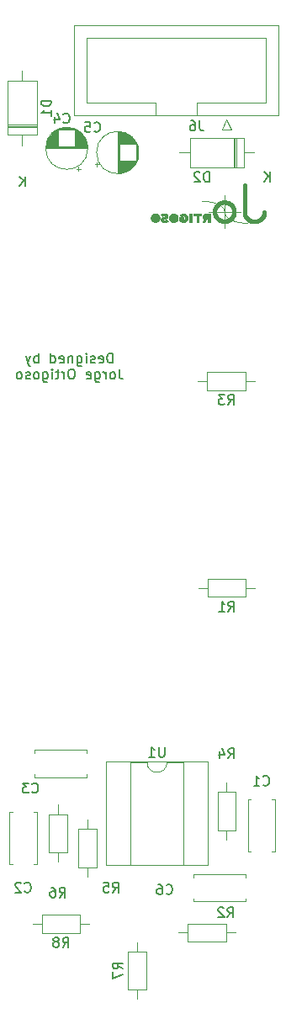
<source format=gbr>
%TF.GenerationSoftware,KiCad,Pcbnew,(6.0.1)*%
%TF.CreationDate,2023-06-10T19:18:39+02:00*%
%TF.ProjectId,mixer,6d697865-722e-46b6-9963-61645f706362,rev?*%
%TF.SameCoordinates,Original*%
%TF.FileFunction,Legend,Bot*%
%TF.FilePolarity,Positive*%
%FSLAX46Y46*%
G04 Gerber Fmt 4.6, Leading zero omitted, Abs format (unit mm)*
G04 Created by KiCad (PCBNEW (6.0.1)) date 2023-06-10 19:18:39*
%MOMM*%
%LPD*%
G01*
G04 APERTURE LIST*
%ADD10C,0.011565*%
%ADD11C,0.399019*%
%ADD12C,0.121440*%
%ADD13C,0.112766*%
%ADD14C,0.150000*%
%ADD15C,0.120000*%
G04 APERTURE END LIST*
D10*
X76689920Y-60399394D02*
X76689889Y-60396403D01*
X76689889Y-60396403D02*
X76689791Y-60393414D01*
X76689791Y-60393414D02*
X76689627Y-60390426D01*
X76689627Y-60390426D02*
X76689392Y-60387438D01*
X76689392Y-60387438D02*
X76689087Y-60384452D01*
X76689087Y-60384452D02*
X76688707Y-60381466D01*
X76688707Y-60381466D02*
X76688252Y-60378481D01*
X76688252Y-60378481D02*
X76687719Y-60375497D01*
X76687719Y-60375497D02*
X76687106Y-60372513D01*
X76687106Y-60372513D02*
X76686410Y-60369530D01*
X76686410Y-60369530D02*
X76685631Y-60366547D01*
X76685631Y-60366547D02*
X76684765Y-60363564D01*
X76684765Y-60363564D02*
X76683811Y-60360581D01*
X76683811Y-60360581D02*
X76682767Y-60357598D01*
X76682767Y-60357598D02*
X76681630Y-60354615D01*
X76681630Y-60354615D02*
X76680398Y-60351632D01*
X76680398Y-60351632D02*
X76677770Y-60346235D01*
X76677770Y-60346235D02*
X76674985Y-60340975D01*
X76674985Y-60340975D02*
X76673523Y-60338401D01*
X76673523Y-60338401D02*
X76672009Y-60335867D01*
X76672009Y-60335867D02*
X76670439Y-60333376D01*
X76670439Y-60333376D02*
X76668810Y-60330929D01*
X76668810Y-60330929D02*
X76667116Y-60328528D01*
X76667116Y-60328528D02*
X76665355Y-60326176D01*
X76665355Y-60326176D02*
X76663522Y-60323874D01*
X76663522Y-60323874D02*
X76661612Y-60321624D01*
X76661612Y-60321624D02*
X76659623Y-60319429D01*
X76659623Y-60319429D02*
X76657549Y-60317291D01*
X76657549Y-60317291D02*
X76655386Y-60315210D01*
X76655386Y-60315210D02*
X76653132Y-60313191D01*
X76653132Y-60313191D02*
X76651057Y-60310998D01*
X76651057Y-60310998D02*
X76648920Y-60308896D01*
X76648920Y-60308896D02*
X76646722Y-60306879D01*
X76646722Y-60306879D02*
X76644466Y-60304945D01*
X76644466Y-60304945D02*
X76642154Y-60303089D01*
X76642154Y-60303089D02*
X76639787Y-60301307D01*
X76639787Y-60301307D02*
X76637368Y-60299595D01*
X76637368Y-60299595D02*
X76634900Y-60297950D01*
X76634900Y-60297950D02*
X76632383Y-60296366D01*
X76632383Y-60296366D02*
X76629821Y-60294841D01*
X76629821Y-60294841D02*
X76627214Y-60293370D01*
X76627214Y-60293370D02*
X76624566Y-60291949D01*
X76624566Y-60291949D02*
X76621879Y-60290574D01*
X76621879Y-60290574D02*
X76619153Y-60289241D01*
X76619153Y-60289241D02*
X76613598Y-60286687D01*
X76613598Y-60286687D02*
X76607903Y-60284766D01*
X76607903Y-60284766D02*
X76602082Y-60283002D01*
X76602082Y-60283002D02*
X76596136Y-60281425D01*
X76596136Y-60281425D02*
X76593115Y-60280717D01*
X76593115Y-60280717D02*
X76590063Y-60280067D01*
X76590063Y-60280067D02*
X76586979Y-60279479D01*
X76586979Y-60279479D02*
X76583863Y-60278957D01*
X76583863Y-60278957D02*
X76580716Y-60278505D01*
X76580716Y-60278505D02*
X76577536Y-60278127D01*
X76577536Y-60278127D02*
X76574324Y-60277826D01*
X76574324Y-60277826D02*
X76571080Y-60277606D01*
X76571080Y-60277606D02*
X76567804Y-60277472D01*
X76567804Y-60277472D02*
X76564495Y-60277426D01*
X76564495Y-60277426D02*
X76561195Y-60277472D01*
X76561195Y-60277472D02*
X76557924Y-60277606D01*
X76557924Y-60277606D02*
X76554684Y-60277826D01*
X76554684Y-60277826D02*
X76551475Y-60278127D01*
X76551475Y-60278127D02*
X76548297Y-60278505D01*
X76548297Y-60278505D02*
X76545150Y-60278957D01*
X76545150Y-60278957D02*
X76542034Y-60279479D01*
X76542034Y-60279479D02*
X76538950Y-60280067D01*
X76538950Y-60280067D02*
X76532876Y-60281425D01*
X76532876Y-60281425D02*
X76526931Y-60283002D01*
X76526931Y-60283002D02*
X76521114Y-60284766D01*
X76521114Y-60284766D02*
X76515428Y-60286687D01*
X76515428Y-60286687D02*
X76509874Y-60289241D01*
X76509874Y-60289241D02*
X76504445Y-60291949D01*
X76504445Y-60291949D02*
X76501778Y-60293370D01*
X76501778Y-60293370D02*
X76499141Y-60294841D01*
X76499141Y-60294841D02*
X76496537Y-60296366D01*
X76496537Y-60296366D02*
X76493964Y-60297950D01*
X76493964Y-60297950D02*
X76491422Y-60299595D01*
X76491422Y-60299595D02*
X76488912Y-60301307D01*
X76488912Y-60301307D02*
X76486434Y-60303089D01*
X76486434Y-60303089D02*
X76483988Y-60304945D01*
X76483988Y-60304945D02*
X76481574Y-60306879D01*
X76481574Y-60306879D02*
X76479191Y-60308896D01*
X76479191Y-60308896D02*
X76476841Y-60310998D01*
X76476841Y-60310998D02*
X76474523Y-60313191D01*
X76474523Y-60313191D02*
X76472509Y-60315210D01*
X76472509Y-60315210D02*
X76470559Y-60317290D01*
X76470559Y-60317290D02*
X76468669Y-60319428D01*
X76468669Y-60319428D02*
X76466837Y-60321623D01*
X76466837Y-60321623D02*
X76465061Y-60323872D01*
X76465061Y-60323872D02*
X76463340Y-60326174D01*
X76463340Y-60326174D02*
X76461670Y-60328526D01*
X76461670Y-60328526D02*
X76460051Y-60330927D01*
X76460051Y-60330927D02*
X76458479Y-60333374D01*
X76458479Y-60333374D02*
X76456953Y-60335866D01*
X76456953Y-60335866D02*
X76455471Y-60338399D01*
X76455471Y-60338399D02*
X76454030Y-60340973D01*
X76454030Y-60340973D02*
X76452628Y-60343586D01*
X76452628Y-60343586D02*
X76451264Y-60346234D01*
X76451264Y-60346234D02*
X76448640Y-60351632D01*
X76448640Y-60351632D02*
X76447408Y-60354615D01*
X76447408Y-60354615D02*
X76446269Y-60357598D01*
X76446269Y-60357598D02*
X76445222Y-60360581D01*
X76445222Y-60360581D02*
X76444265Y-60363564D01*
X76444265Y-60363564D02*
X76443396Y-60366547D01*
X76443396Y-60366547D02*
X76442613Y-60369530D01*
X76442613Y-60369530D02*
X76441913Y-60372513D01*
X76441913Y-60372513D02*
X76441296Y-60375497D01*
X76441296Y-60375497D02*
X76440758Y-60378481D01*
X76440758Y-60378481D02*
X76440299Y-60381466D01*
X76440299Y-60381466D02*
X76439915Y-60384452D01*
X76439915Y-60384452D02*
X76439606Y-60387438D01*
X76439606Y-60387438D02*
X76439369Y-60390426D01*
X76439369Y-60390426D02*
X76439202Y-60393414D01*
X76439202Y-60393414D02*
X76439103Y-60396403D01*
X76439103Y-60396403D02*
X76439070Y-60399394D01*
X76439070Y-60399394D02*
X76439103Y-60402604D01*
X76439103Y-60402604D02*
X76439202Y-60405784D01*
X76439202Y-60405784D02*
X76439369Y-60408934D01*
X76439369Y-60408934D02*
X76439606Y-60412055D01*
X76439606Y-60412055D02*
X76439915Y-60415145D01*
X76439915Y-60415145D02*
X76440299Y-60418205D01*
X76440299Y-60418205D02*
X76440758Y-60421235D01*
X76440758Y-60421235D02*
X76441296Y-60424234D01*
X76441296Y-60424234D02*
X76441913Y-60427203D01*
X76441913Y-60427203D02*
X76442613Y-60430141D01*
X76442613Y-60430141D02*
X76443396Y-60433047D01*
X76443396Y-60433047D02*
X76444265Y-60435923D01*
X76444265Y-60435923D02*
X76445222Y-60438767D01*
X76445222Y-60438767D02*
X76446269Y-60441579D01*
X76446269Y-60441579D02*
X76447408Y-60444360D01*
X76447408Y-60444360D02*
X76448640Y-60447109D01*
X76448640Y-60447109D02*
X76449936Y-60450044D01*
X76449936Y-60450044D02*
X76451264Y-60452892D01*
X76451264Y-60452892D02*
X76452628Y-60455659D01*
X76452628Y-60455659D02*
X76454030Y-60458351D01*
X76454030Y-60458351D02*
X76455471Y-60460973D01*
X76455471Y-60460973D02*
X76456953Y-60463532D01*
X76456953Y-60463532D02*
X76458479Y-60466032D01*
X76458479Y-60466032D02*
X76460051Y-60468481D01*
X76460051Y-60468481D02*
X76461670Y-60470883D01*
X76461670Y-60470883D02*
X76463340Y-60473244D01*
X76463340Y-60473244D02*
X76465061Y-60475571D01*
X76465061Y-60475571D02*
X76466837Y-60477869D01*
X76466837Y-60477869D02*
X76468669Y-60480143D01*
X76468669Y-60480143D02*
X76470559Y-60482400D01*
X76470559Y-60482400D02*
X76474523Y-60486885D01*
X76474523Y-60486885D02*
X76479191Y-60490792D01*
X76479191Y-60490792D02*
X76481574Y-60492688D01*
X76481574Y-60492688D02*
X76483988Y-60494543D01*
X76483988Y-60494543D02*
X76486434Y-60496350D01*
X76486434Y-60496350D02*
X76488912Y-60498107D01*
X76488912Y-60498107D02*
X76491422Y-60499810D01*
X76491422Y-60499810D02*
X76493964Y-60501455D01*
X76493964Y-60501455D02*
X76496537Y-60503038D01*
X76496537Y-60503038D02*
X76499141Y-60504555D01*
X76499141Y-60504555D02*
X76501778Y-60506002D01*
X76501778Y-60506002D02*
X76504445Y-60507375D01*
X76504445Y-60507375D02*
X76507144Y-60508671D01*
X76507144Y-60508671D02*
X76509874Y-60509885D01*
X76509874Y-60509885D02*
X76512635Y-60511015D01*
X76512635Y-60511015D02*
X76515428Y-60512055D01*
X76515428Y-60512055D02*
X76518254Y-60513253D01*
X76518254Y-60513253D02*
X76521114Y-60514359D01*
X76521114Y-60514359D02*
X76524006Y-60515375D01*
X76524006Y-60515375D02*
X76526931Y-60516303D01*
X76526931Y-60516303D02*
X76529887Y-60517144D01*
X76529887Y-60517144D02*
X76532876Y-60517902D01*
X76532876Y-60517902D02*
X76535897Y-60518578D01*
X76535897Y-60518578D02*
X76538950Y-60519175D01*
X76538950Y-60519175D02*
X76542034Y-60519693D01*
X76542034Y-60519693D02*
X76545150Y-60520136D01*
X76545150Y-60520136D02*
X76548297Y-60520505D01*
X76548297Y-60520505D02*
X76551475Y-60520802D01*
X76551475Y-60520802D02*
X76554684Y-60521029D01*
X76554684Y-60521029D02*
X76557924Y-60521190D01*
X76557924Y-60521190D02*
X76561195Y-60521284D01*
X76561195Y-60521284D02*
X76564495Y-60521315D01*
X76564495Y-60521315D02*
X76571080Y-60521190D01*
X76571080Y-60521190D02*
X76574324Y-60521029D01*
X76574324Y-60521029D02*
X76577536Y-60520802D01*
X76577536Y-60520802D02*
X76580716Y-60520505D01*
X76580716Y-60520505D02*
X76583863Y-60520136D01*
X76583863Y-60520136D02*
X76586979Y-60519693D01*
X76586979Y-60519693D02*
X76590063Y-60519175D01*
X76590063Y-60519175D02*
X76593115Y-60518578D01*
X76593115Y-60518578D02*
X76596136Y-60517902D01*
X76596136Y-60517902D02*
X76599124Y-60517144D01*
X76599124Y-60517144D02*
X76602082Y-60516303D01*
X76602082Y-60516303D02*
X76605008Y-60515375D01*
X76605008Y-60515375D02*
X76607903Y-60514359D01*
X76607903Y-60514359D02*
X76610766Y-60513253D01*
X76610766Y-60513253D02*
X76613598Y-60512055D01*
X76613598Y-60512055D02*
X76616393Y-60511015D01*
X76616393Y-60511015D02*
X76619153Y-60509885D01*
X76619153Y-60509885D02*
X76621879Y-60508671D01*
X76621879Y-60508671D02*
X76624566Y-60507375D01*
X76624566Y-60507375D02*
X76627214Y-60506002D01*
X76627214Y-60506002D02*
X76629821Y-60504555D01*
X76629821Y-60504555D02*
X76632383Y-60503038D01*
X76632383Y-60503038D02*
X76634900Y-60501455D01*
X76634900Y-60501455D02*
X76637369Y-60499810D01*
X76637369Y-60499810D02*
X76639787Y-60498107D01*
X76639787Y-60498107D02*
X76642154Y-60496350D01*
X76642154Y-60496350D02*
X76644466Y-60494543D01*
X76644466Y-60494543D02*
X76646722Y-60492688D01*
X76646722Y-60492688D02*
X76648920Y-60490792D01*
X76648920Y-60490792D02*
X76651057Y-60488856D01*
X76651057Y-60488856D02*
X76653132Y-60486885D01*
X76653132Y-60486885D02*
X76655386Y-60484646D01*
X76655386Y-60484646D02*
X76657549Y-60482400D01*
X76657549Y-60482400D02*
X76659623Y-60480143D01*
X76659623Y-60480143D02*
X76661612Y-60477869D01*
X76661612Y-60477869D02*
X76663522Y-60475572D01*
X76663522Y-60475572D02*
X76665355Y-60473245D01*
X76665355Y-60473245D02*
X76667116Y-60470884D01*
X76667116Y-60470884D02*
X76668810Y-60468482D01*
X76668810Y-60468482D02*
X76670439Y-60466033D01*
X76670439Y-60466033D02*
X76672009Y-60463533D01*
X76672009Y-60463533D02*
X76673523Y-60460974D01*
X76673523Y-60460974D02*
X76674985Y-60458352D01*
X76674985Y-60458352D02*
X76676399Y-60455660D01*
X76676399Y-60455660D02*
X76677770Y-60452893D01*
X76677770Y-60452893D02*
X76679102Y-60450044D01*
X76679102Y-60450044D02*
X76680398Y-60447109D01*
X76680398Y-60447109D02*
X76681630Y-60444360D01*
X76681630Y-60444360D02*
X76682767Y-60441579D01*
X76682767Y-60441579D02*
X76683811Y-60438767D01*
X76683811Y-60438767D02*
X76684765Y-60435923D01*
X76684765Y-60435923D02*
X76685631Y-60433047D01*
X76685631Y-60433047D02*
X76686410Y-60430141D01*
X76686410Y-60430141D02*
X76687106Y-60427203D01*
X76687106Y-60427203D02*
X76687719Y-60424234D01*
X76687719Y-60424234D02*
X76688252Y-60421235D01*
X76688252Y-60421235D02*
X76688707Y-60418205D01*
X76688707Y-60418205D02*
X76689087Y-60415145D01*
X76689087Y-60415145D02*
X76689392Y-60412055D01*
X76689392Y-60412055D02*
X76689627Y-60408934D01*
X76689627Y-60408934D02*
X76689791Y-60405784D01*
X76689791Y-60405784D02*
X76689889Y-60402604D01*
X76689889Y-60402604D02*
X76689920Y-60399394D01*
X76689920Y-60399394D02*
X76689920Y-60399394D01*
G36*
X76567804Y-60277472D02*
G01*
X76571080Y-60277606D01*
X76574324Y-60277826D01*
X76577536Y-60278127D01*
X76580716Y-60278505D01*
X76583863Y-60278957D01*
X76586979Y-60279479D01*
X76590063Y-60280067D01*
X76593115Y-60280717D01*
X76596136Y-60281425D01*
X76602082Y-60283002D01*
X76607903Y-60284766D01*
X76613598Y-60286687D01*
X76619153Y-60289241D01*
X76621879Y-60290574D01*
X76624566Y-60291949D01*
X76627214Y-60293370D01*
X76629821Y-60294841D01*
X76632383Y-60296366D01*
X76634900Y-60297950D01*
X76637368Y-60299595D01*
X76639787Y-60301307D01*
X76642154Y-60303089D01*
X76644466Y-60304945D01*
X76646722Y-60306879D01*
X76648920Y-60308896D01*
X76651057Y-60310998D01*
X76653132Y-60313191D01*
X76655386Y-60315210D01*
X76657549Y-60317291D01*
X76659623Y-60319429D01*
X76661612Y-60321624D01*
X76663522Y-60323874D01*
X76665355Y-60326176D01*
X76667116Y-60328528D01*
X76668810Y-60330929D01*
X76670439Y-60333376D01*
X76672009Y-60335867D01*
X76673523Y-60338401D01*
X76674985Y-60340975D01*
X76677770Y-60346235D01*
X76680398Y-60351632D01*
X76681630Y-60354615D01*
X76682767Y-60357598D01*
X76683811Y-60360581D01*
X76684765Y-60363564D01*
X76685631Y-60366547D01*
X76686410Y-60369530D01*
X76687106Y-60372513D01*
X76687719Y-60375497D01*
X76688252Y-60378481D01*
X76688707Y-60381466D01*
X76689087Y-60384452D01*
X76689392Y-60387438D01*
X76689627Y-60390426D01*
X76689791Y-60393414D01*
X76689889Y-60396403D01*
X76689920Y-60399394D01*
X76689889Y-60402604D01*
X76689791Y-60405784D01*
X76689627Y-60408934D01*
X76689392Y-60412055D01*
X76689087Y-60415145D01*
X76688707Y-60418205D01*
X76688252Y-60421235D01*
X76687719Y-60424234D01*
X76687106Y-60427203D01*
X76686410Y-60430141D01*
X76685631Y-60433047D01*
X76684765Y-60435923D01*
X76683811Y-60438767D01*
X76682767Y-60441579D01*
X76681630Y-60444360D01*
X76680398Y-60447109D01*
X76679102Y-60450044D01*
X76677770Y-60452893D01*
X76676399Y-60455660D01*
X76674985Y-60458352D01*
X76673523Y-60460974D01*
X76672009Y-60463533D01*
X76670439Y-60466033D01*
X76668810Y-60468482D01*
X76667116Y-60470884D01*
X76665355Y-60473245D01*
X76663522Y-60475572D01*
X76661612Y-60477869D01*
X76659623Y-60480143D01*
X76657549Y-60482400D01*
X76655386Y-60484646D01*
X76653132Y-60486885D01*
X76651057Y-60488856D01*
X76648920Y-60490792D01*
X76646722Y-60492688D01*
X76644466Y-60494543D01*
X76642154Y-60496350D01*
X76639787Y-60498107D01*
X76637369Y-60499810D01*
X76634900Y-60501455D01*
X76632383Y-60503038D01*
X76629821Y-60504555D01*
X76627214Y-60506002D01*
X76624566Y-60507375D01*
X76621879Y-60508671D01*
X76619153Y-60509885D01*
X76616393Y-60511015D01*
X76613598Y-60512055D01*
X76610766Y-60513253D01*
X76607903Y-60514359D01*
X76605008Y-60515375D01*
X76602082Y-60516303D01*
X76599124Y-60517144D01*
X76596136Y-60517902D01*
X76593115Y-60518578D01*
X76590063Y-60519175D01*
X76586979Y-60519693D01*
X76583863Y-60520136D01*
X76580716Y-60520505D01*
X76577536Y-60520802D01*
X76574324Y-60521029D01*
X76571080Y-60521190D01*
X76564495Y-60521315D01*
X76561195Y-60521284D01*
X76557924Y-60521190D01*
X76554684Y-60521029D01*
X76551475Y-60520802D01*
X76548297Y-60520505D01*
X76545150Y-60520136D01*
X76542034Y-60519693D01*
X76538950Y-60519175D01*
X76535897Y-60518578D01*
X76532876Y-60517902D01*
X76529887Y-60517144D01*
X76526931Y-60516303D01*
X76524006Y-60515375D01*
X76521114Y-60514359D01*
X76518254Y-60513253D01*
X76515428Y-60512055D01*
X76512635Y-60511015D01*
X76509874Y-60509885D01*
X76507144Y-60508671D01*
X76504445Y-60507375D01*
X76501778Y-60506002D01*
X76499141Y-60504555D01*
X76496537Y-60503038D01*
X76493964Y-60501455D01*
X76491422Y-60499810D01*
X76488912Y-60498107D01*
X76486434Y-60496350D01*
X76483988Y-60494543D01*
X76481574Y-60492688D01*
X76479191Y-60490792D01*
X76474523Y-60486885D01*
X76470559Y-60482400D01*
X76468669Y-60480143D01*
X76466837Y-60477869D01*
X76465061Y-60475571D01*
X76463340Y-60473244D01*
X76461670Y-60470883D01*
X76460051Y-60468481D01*
X76458479Y-60466032D01*
X76456953Y-60463532D01*
X76455471Y-60460973D01*
X76454030Y-60458351D01*
X76452628Y-60455659D01*
X76451264Y-60452892D01*
X76449936Y-60450044D01*
X76448640Y-60447109D01*
X76447408Y-60444360D01*
X76446269Y-60441579D01*
X76445222Y-60438767D01*
X76444265Y-60435923D01*
X76443396Y-60433047D01*
X76442613Y-60430141D01*
X76441913Y-60427203D01*
X76441296Y-60424234D01*
X76440758Y-60421235D01*
X76440299Y-60418205D01*
X76439915Y-60415145D01*
X76439606Y-60412055D01*
X76439369Y-60408934D01*
X76439202Y-60405784D01*
X76439103Y-60402604D01*
X76439070Y-60399394D01*
X76439103Y-60396403D01*
X76439202Y-60393414D01*
X76439369Y-60390426D01*
X76439606Y-60387438D01*
X76439915Y-60384452D01*
X76440299Y-60381466D01*
X76440758Y-60378481D01*
X76441296Y-60375497D01*
X76441913Y-60372513D01*
X76442613Y-60369530D01*
X76443396Y-60366547D01*
X76444265Y-60363564D01*
X76445222Y-60360581D01*
X76446269Y-60357598D01*
X76447408Y-60354615D01*
X76448640Y-60351632D01*
X76451264Y-60346234D01*
X76452628Y-60343586D01*
X76454030Y-60340973D01*
X76455471Y-60338399D01*
X76456953Y-60335866D01*
X76458479Y-60333374D01*
X76460051Y-60330927D01*
X76461670Y-60328526D01*
X76463340Y-60326174D01*
X76465061Y-60323872D01*
X76466837Y-60321623D01*
X76468669Y-60319428D01*
X76470559Y-60317290D01*
X76472509Y-60315210D01*
X76474523Y-60313191D01*
X76476841Y-60310998D01*
X76479191Y-60308896D01*
X76481574Y-60306879D01*
X76483988Y-60304945D01*
X76486434Y-60303089D01*
X76488912Y-60301307D01*
X76491422Y-60299595D01*
X76493964Y-60297950D01*
X76496537Y-60296366D01*
X76499141Y-60294841D01*
X76501778Y-60293370D01*
X76504445Y-60291949D01*
X76509874Y-60289241D01*
X76515428Y-60286687D01*
X76521114Y-60284766D01*
X76526931Y-60283002D01*
X76532876Y-60281425D01*
X76538950Y-60280067D01*
X76542034Y-60279479D01*
X76545150Y-60278957D01*
X76548297Y-60278505D01*
X76551475Y-60278127D01*
X76554684Y-60277826D01*
X76557924Y-60277606D01*
X76561195Y-60277472D01*
X76564495Y-60277426D01*
X76567804Y-60277472D01*
G37*
X76567804Y-60277472D02*
X76571080Y-60277606D01*
X76574324Y-60277826D01*
X76577536Y-60278127D01*
X76580716Y-60278505D01*
X76583863Y-60278957D01*
X76586979Y-60279479D01*
X76590063Y-60280067D01*
X76593115Y-60280717D01*
X76596136Y-60281425D01*
X76602082Y-60283002D01*
X76607903Y-60284766D01*
X76613598Y-60286687D01*
X76619153Y-60289241D01*
X76621879Y-60290574D01*
X76624566Y-60291949D01*
X76627214Y-60293370D01*
X76629821Y-60294841D01*
X76632383Y-60296366D01*
X76634900Y-60297950D01*
X76637368Y-60299595D01*
X76639787Y-60301307D01*
X76642154Y-60303089D01*
X76644466Y-60304945D01*
X76646722Y-60306879D01*
X76648920Y-60308896D01*
X76651057Y-60310998D01*
X76653132Y-60313191D01*
X76655386Y-60315210D01*
X76657549Y-60317291D01*
X76659623Y-60319429D01*
X76661612Y-60321624D01*
X76663522Y-60323874D01*
X76665355Y-60326176D01*
X76667116Y-60328528D01*
X76668810Y-60330929D01*
X76670439Y-60333376D01*
X76672009Y-60335867D01*
X76673523Y-60338401D01*
X76674985Y-60340975D01*
X76677770Y-60346235D01*
X76680398Y-60351632D01*
X76681630Y-60354615D01*
X76682767Y-60357598D01*
X76683811Y-60360581D01*
X76684765Y-60363564D01*
X76685631Y-60366547D01*
X76686410Y-60369530D01*
X76687106Y-60372513D01*
X76687719Y-60375497D01*
X76688252Y-60378481D01*
X76688707Y-60381466D01*
X76689087Y-60384452D01*
X76689392Y-60387438D01*
X76689627Y-60390426D01*
X76689791Y-60393414D01*
X76689889Y-60396403D01*
X76689920Y-60399394D01*
X76689889Y-60402604D01*
X76689791Y-60405784D01*
X76689627Y-60408934D01*
X76689392Y-60412055D01*
X76689087Y-60415145D01*
X76688707Y-60418205D01*
X76688252Y-60421235D01*
X76687719Y-60424234D01*
X76687106Y-60427203D01*
X76686410Y-60430141D01*
X76685631Y-60433047D01*
X76684765Y-60435923D01*
X76683811Y-60438767D01*
X76682767Y-60441579D01*
X76681630Y-60444360D01*
X76680398Y-60447109D01*
X76679102Y-60450044D01*
X76677770Y-60452893D01*
X76676399Y-60455660D01*
X76674985Y-60458352D01*
X76673523Y-60460974D01*
X76672009Y-60463533D01*
X76670439Y-60466033D01*
X76668810Y-60468482D01*
X76667116Y-60470884D01*
X76665355Y-60473245D01*
X76663522Y-60475572D01*
X76661612Y-60477869D01*
X76659623Y-60480143D01*
X76657549Y-60482400D01*
X76655386Y-60484646D01*
X76653132Y-60486885D01*
X76651057Y-60488856D01*
X76648920Y-60490792D01*
X76646722Y-60492688D01*
X76644466Y-60494543D01*
X76642154Y-60496350D01*
X76639787Y-60498107D01*
X76637369Y-60499810D01*
X76634900Y-60501455D01*
X76632383Y-60503038D01*
X76629821Y-60504555D01*
X76627214Y-60506002D01*
X76624566Y-60507375D01*
X76621879Y-60508671D01*
X76619153Y-60509885D01*
X76616393Y-60511015D01*
X76613598Y-60512055D01*
X76610766Y-60513253D01*
X76607903Y-60514359D01*
X76605008Y-60515375D01*
X76602082Y-60516303D01*
X76599124Y-60517144D01*
X76596136Y-60517902D01*
X76593115Y-60518578D01*
X76590063Y-60519175D01*
X76586979Y-60519693D01*
X76583863Y-60520136D01*
X76580716Y-60520505D01*
X76577536Y-60520802D01*
X76574324Y-60521029D01*
X76571080Y-60521190D01*
X76564495Y-60521315D01*
X76561195Y-60521284D01*
X76557924Y-60521190D01*
X76554684Y-60521029D01*
X76551475Y-60520802D01*
X76548297Y-60520505D01*
X76545150Y-60520136D01*
X76542034Y-60519693D01*
X76538950Y-60519175D01*
X76535897Y-60518578D01*
X76532876Y-60517902D01*
X76529887Y-60517144D01*
X76526931Y-60516303D01*
X76524006Y-60515375D01*
X76521114Y-60514359D01*
X76518254Y-60513253D01*
X76515428Y-60512055D01*
X76512635Y-60511015D01*
X76509874Y-60509885D01*
X76507144Y-60508671D01*
X76504445Y-60507375D01*
X76501778Y-60506002D01*
X76499141Y-60504555D01*
X76496537Y-60503038D01*
X76493964Y-60501455D01*
X76491422Y-60499810D01*
X76488912Y-60498107D01*
X76486434Y-60496350D01*
X76483988Y-60494543D01*
X76481574Y-60492688D01*
X76479191Y-60490792D01*
X76474523Y-60486885D01*
X76470559Y-60482400D01*
X76468669Y-60480143D01*
X76466837Y-60477869D01*
X76465061Y-60475571D01*
X76463340Y-60473244D01*
X76461670Y-60470883D01*
X76460051Y-60468481D01*
X76458479Y-60466032D01*
X76456953Y-60463532D01*
X76455471Y-60460973D01*
X76454030Y-60458351D01*
X76452628Y-60455659D01*
X76451264Y-60452892D01*
X76449936Y-60450044D01*
X76448640Y-60447109D01*
X76447408Y-60444360D01*
X76446269Y-60441579D01*
X76445222Y-60438767D01*
X76444265Y-60435923D01*
X76443396Y-60433047D01*
X76442613Y-60430141D01*
X76441913Y-60427203D01*
X76441296Y-60424234D01*
X76440758Y-60421235D01*
X76440299Y-60418205D01*
X76439915Y-60415145D01*
X76439606Y-60412055D01*
X76439369Y-60408934D01*
X76439202Y-60405784D01*
X76439103Y-60402604D01*
X76439070Y-60399394D01*
X76439103Y-60396403D01*
X76439202Y-60393414D01*
X76439369Y-60390426D01*
X76439606Y-60387438D01*
X76439915Y-60384452D01*
X76440299Y-60381466D01*
X76440758Y-60378481D01*
X76441296Y-60375497D01*
X76441913Y-60372513D01*
X76442613Y-60369530D01*
X76443396Y-60366547D01*
X76444265Y-60363564D01*
X76445222Y-60360581D01*
X76446269Y-60357598D01*
X76447408Y-60354615D01*
X76448640Y-60351632D01*
X76451264Y-60346234D01*
X76452628Y-60343586D01*
X76454030Y-60340973D01*
X76455471Y-60338399D01*
X76456953Y-60335866D01*
X76458479Y-60333374D01*
X76460051Y-60330927D01*
X76461670Y-60328526D01*
X76463340Y-60326174D01*
X76465061Y-60323872D01*
X76466837Y-60321623D01*
X76468669Y-60319428D01*
X76470559Y-60317290D01*
X76472509Y-60315210D01*
X76474523Y-60313191D01*
X76476841Y-60310998D01*
X76479191Y-60308896D01*
X76481574Y-60306879D01*
X76483988Y-60304945D01*
X76486434Y-60303089D01*
X76488912Y-60301307D01*
X76491422Y-60299595D01*
X76493964Y-60297950D01*
X76496537Y-60296366D01*
X76499141Y-60294841D01*
X76501778Y-60293370D01*
X76504445Y-60291949D01*
X76509874Y-60289241D01*
X76515428Y-60286687D01*
X76521114Y-60284766D01*
X76526931Y-60283002D01*
X76532876Y-60281425D01*
X76538950Y-60280067D01*
X76542034Y-60279479D01*
X76545150Y-60278957D01*
X76548297Y-60278505D01*
X76551475Y-60278127D01*
X76554684Y-60277826D01*
X76557924Y-60277606D01*
X76561195Y-60277472D01*
X76564495Y-60277426D01*
X76567804Y-60277472D01*
D11*
X73008718Y-60066589D02*
X72979525Y-60030464D01*
X76263442Y-60303444D02*
X76222699Y-60277988D01*
D12*
X72069540Y-58412127D02*
X72177021Y-58426672D01*
D11*
X77558224Y-60091327D02*
X77588363Y-60054603D01*
X74706692Y-59173956D02*
X74719943Y-59219334D01*
D10*
X70690413Y-59668731D02*
X70690413Y-59868656D01*
X70690413Y-59868656D02*
X70956439Y-59868656D01*
X70956439Y-59868656D02*
X70956439Y-60490718D01*
X70956439Y-60490718D02*
X71162033Y-60490718D01*
X71162033Y-60490718D02*
X71162033Y-59868656D01*
X71162033Y-59868656D02*
X71428047Y-59868656D01*
X71428047Y-59868656D02*
X71428047Y-59668731D01*
X71428047Y-59668731D02*
X70690413Y-59668731D01*
X70690413Y-59668731D02*
X70690413Y-59668731D01*
G36*
X71428047Y-59868656D02*
G01*
X71162033Y-59868656D01*
X71162033Y-60490718D01*
X70956439Y-60490718D01*
X70956439Y-59868656D01*
X70690413Y-59868656D01*
X70690413Y-59668731D01*
X71428047Y-59668731D01*
X71428047Y-59868656D01*
G37*
X71428047Y-59868656D02*
X71162033Y-59868656D01*
X71162033Y-60490718D01*
X70956439Y-60490718D01*
X70956439Y-59868656D01*
X70690413Y-59868656D01*
X70690413Y-59668731D01*
X71428047Y-59668731D01*
X71428047Y-59868656D01*
D11*
X75951521Y-60013579D02*
X75925414Y-59973851D01*
D12*
X73770492Y-59516250D02*
X73767545Y-59458325D01*
D11*
X74355896Y-60224605D02*
X74317342Y-60251266D01*
X77780188Y-59619426D02*
X77787020Y-59570450D01*
X74555539Y-60030464D02*
X74526346Y-60066589D01*
X74150304Y-60339434D02*
X74105649Y-60356557D01*
X76485584Y-60401118D02*
X76438909Y-60385735D01*
D12*
X75577849Y-60560228D02*
X75468091Y-60547680D01*
X73318018Y-58811843D02*
X73381114Y-58854189D01*
D11*
X77643172Y-59976964D02*
X77667715Y-59936170D01*
D12*
X73990976Y-59946176D02*
X73945597Y-59896347D01*
D11*
X73965720Y-60395155D02*
X73917296Y-60403565D01*
X74105648Y-58560099D02*
X74150304Y-58577220D01*
X74277444Y-60276140D02*
X74236263Y-60299166D01*
X73868084Y-60409647D02*
X73818147Y-60413339D01*
X74277443Y-58640510D02*
X74317341Y-58665382D01*
X74355895Y-58692042D02*
X74393044Y-58720429D01*
X76305498Y-60327008D02*
X76263442Y-60303444D01*
X73917296Y-60403565D02*
X73868084Y-60409647D01*
D12*
X74953810Y-60447415D02*
X74858848Y-60420350D01*
D11*
X72784174Y-59458325D02*
X72784174Y-59458325D01*
X75858985Y-59847239D02*
X75841016Y-59802762D01*
X75781434Y-59516327D02*
X75780128Y-59465898D01*
X77787020Y-59570450D02*
X77791352Y-59520725D01*
X77745332Y-59761249D02*
X77759281Y-59714886D01*
X76631343Y-60433830D02*
X76581864Y-60425226D01*
D12*
X72282253Y-58443642D02*
X72385094Y-58462970D01*
X72858476Y-58592608D02*
X72943996Y-58624662D01*
D11*
X75979507Y-60051965D02*
X75951521Y-60013579D01*
X72902855Y-59914129D02*
X72881140Y-59872897D01*
X74673624Y-59830539D02*
X74653930Y-59872897D01*
X74632213Y-59002508D02*
X74653930Y-59043740D01*
X77343105Y-60278502D02*
X77382723Y-60251558D01*
D12*
X72583037Y-58508429D02*
X72677855Y-58534424D01*
D11*
X75785308Y-59566090D02*
X75781434Y-59516327D01*
X74739572Y-59312691D02*
X74745826Y-59360549D01*
X76393294Y-60368215D02*
X76348803Y-60348619D01*
X73106335Y-58750483D02*
X73142016Y-58720429D01*
X72804151Y-59651041D02*
X72795504Y-59603951D01*
X77382723Y-60251558D02*
X77420919Y-60222833D01*
X72789251Y-59556095D02*
X72785454Y-59507533D01*
X73039625Y-60101287D02*
X73008718Y-60066589D01*
D12*
X73179692Y-58731859D02*
X73250830Y-58771044D01*
D11*
X76222699Y-60277988D02*
X76183330Y-60250702D01*
X77492795Y-60160279D02*
X77526347Y-60126573D01*
X73475108Y-58545066D02*
X73521774Y-58532181D01*
X75791689Y-59615125D02*
X75785308Y-59566090D01*
X72926532Y-58962463D02*
X72952109Y-58923665D01*
X76348803Y-60348619D02*
X76305498Y-60327008D01*
X77125911Y-60384366D02*
X77171686Y-60367243D01*
X74608535Y-58962463D02*
X74632213Y-59002508D01*
X73142016Y-58720429D02*
X73179164Y-58692042D01*
X76933038Y-60430790D02*
X76982596Y-60422616D01*
D12*
X73589751Y-59037680D02*
X73630264Y-59086743D01*
D11*
X74582956Y-59992973D02*
X74555539Y-60030464D01*
D10*
X69634720Y-60013296D02*
X69257424Y-60013296D01*
X69257424Y-60013296D02*
X69257424Y-60341346D01*
X69257424Y-60341346D02*
X69286461Y-60370747D01*
X69286461Y-60370747D02*
X69301565Y-60384976D01*
X69301565Y-60384976D02*
X69317806Y-60398536D01*
X69317806Y-60398536D02*
X69335099Y-60411393D01*
X69335099Y-60411393D02*
X69353362Y-60423513D01*
X69353362Y-60423513D02*
X69372510Y-60434862D01*
X69372510Y-60434862D02*
X69392461Y-60445405D01*
X69392461Y-60445405D02*
X69413131Y-60455107D01*
X69413131Y-60455107D02*
X69434437Y-60463934D01*
X69434437Y-60463934D02*
X69456295Y-60471852D01*
X69456295Y-60471852D02*
X69478622Y-60478825D01*
X69478622Y-60478825D02*
X69501335Y-60484821D01*
X69501335Y-60484821D02*
X69524350Y-60489803D01*
X69524350Y-60489803D02*
X69547583Y-60493739D01*
X69547583Y-60493739D02*
X69570952Y-60496592D01*
X69570952Y-60496592D02*
X69594373Y-60498330D01*
X69594373Y-60498330D02*
X69617763Y-60498917D01*
X69617763Y-60498917D02*
X69639964Y-60498370D01*
X69639964Y-60498370D02*
X69661876Y-60496747D01*
X69661876Y-60496747D02*
X69683471Y-60494075D01*
X69683471Y-60494075D02*
X69704722Y-60490380D01*
X69704722Y-60490380D02*
X69725601Y-60485689D01*
X69725601Y-60485689D02*
X69746082Y-60480028D01*
X69746082Y-60480028D02*
X69766136Y-60473423D01*
X69766136Y-60473423D02*
X69785738Y-60465902D01*
X69785738Y-60465902D02*
X69804859Y-60457489D01*
X69804859Y-60457489D02*
X69823473Y-60448213D01*
X69823473Y-60448213D02*
X69841552Y-60438099D01*
X69841552Y-60438099D02*
X69859069Y-60427175D01*
X69859069Y-60427175D02*
X69875997Y-60415465D01*
X69875997Y-60415465D02*
X69892309Y-60402998D01*
X69892309Y-60402998D02*
X69907977Y-60389799D01*
X69907977Y-60389799D02*
X69922974Y-60375895D01*
X69922974Y-60375895D02*
X69937273Y-60361312D01*
X69937273Y-60361312D02*
X69950847Y-60346077D01*
X69950847Y-60346077D02*
X69963668Y-60330217D01*
X69963668Y-60330217D02*
X69975710Y-60313757D01*
X69975710Y-60313757D02*
X69986944Y-60296725D01*
X69986944Y-60296725D02*
X69997345Y-60279146D01*
X69997345Y-60279146D02*
X70006884Y-60261048D01*
X70006884Y-60261048D02*
X70015535Y-60242456D01*
X70015535Y-60242456D02*
X70023270Y-60223398D01*
X70023270Y-60223398D02*
X70030061Y-60203899D01*
X70030061Y-60203899D02*
X70035883Y-60183986D01*
X70035883Y-60183986D02*
X70040707Y-60163686D01*
X70040707Y-60163686D02*
X70044507Y-60143026D01*
X70044507Y-60143026D02*
X70047254Y-60122031D01*
X70047254Y-60122031D02*
X70048923Y-60100728D01*
X70048923Y-60100728D02*
X70049485Y-60079143D01*
X70049485Y-60079143D02*
X70048923Y-60057558D01*
X70048923Y-60057558D02*
X70047254Y-60036253D01*
X70047254Y-60036253D02*
X70044507Y-60015257D01*
X70044507Y-60015257D02*
X70040707Y-59994594D01*
X70040707Y-59994594D02*
X70035883Y-59974293D01*
X70035883Y-59974293D02*
X70030061Y-59954379D01*
X70030061Y-59954379D02*
X70023270Y-59934878D01*
X70023270Y-59934878D02*
X70015535Y-59915818D01*
X70015535Y-59915818D02*
X70006884Y-59897224D01*
X70006884Y-59897224D02*
X69997345Y-59879124D01*
X69997345Y-59879124D02*
X69986944Y-59861543D01*
X69986944Y-59861543D02*
X69975710Y-59844509D01*
X69975710Y-59844509D02*
X69963668Y-59828047D01*
X69963668Y-59828047D02*
X69950847Y-59812185D01*
X69950847Y-59812185D02*
X69937273Y-59796948D01*
X69937273Y-59796948D02*
X69922974Y-59782363D01*
X69922974Y-59782363D02*
X69907977Y-59768457D01*
X69907977Y-59768457D02*
X69892309Y-59755256D01*
X69892309Y-59755256D02*
X69875997Y-59742787D01*
X69875997Y-59742787D02*
X69859069Y-59731076D01*
X69859069Y-59731076D02*
X69841552Y-59720150D01*
X69841552Y-59720150D02*
X69823473Y-59710035D01*
X69823473Y-59710035D02*
X69804859Y-59700757D01*
X69804859Y-59700757D02*
X69785738Y-59692343D01*
X69785738Y-59692343D02*
X69766136Y-59684821D01*
X69766136Y-59684821D02*
X69746082Y-59678215D01*
X69746082Y-59678215D02*
X69725601Y-59672553D01*
X69725601Y-59672553D02*
X69704722Y-59667860D01*
X69704722Y-59667860D02*
X69683471Y-59664165D01*
X69683471Y-59664165D02*
X69661876Y-59661492D01*
X69661876Y-59661492D02*
X69639964Y-59659869D01*
X69639964Y-59659869D02*
X69617763Y-59659323D01*
X69617763Y-59659323D02*
X69594264Y-59659953D01*
X69594264Y-59659953D02*
X69570954Y-59661828D01*
X69570954Y-59661828D02*
X69547877Y-59664927D01*
X69547877Y-59664927D02*
X69525079Y-59669226D01*
X69525079Y-59669226D02*
X69502608Y-59674704D01*
X69502608Y-59674704D02*
X69480508Y-59681337D01*
X69480508Y-59681337D02*
X69458826Y-59689104D01*
X69458826Y-59689104D02*
X69437608Y-59697983D01*
X69437608Y-59697983D02*
X69416899Y-59707950D01*
X69416899Y-59707950D02*
X69396747Y-59718984D01*
X69396747Y-59718984D02*
X69377197Y-59731062D01*
X69377197Y-59731062D02*
X69358294Y-59744162D01*
X69358294Y-59744162D02*
X69340086Y-59758261D01*
X69340086Y-59758261D02*
X69322618Y-59773338D01*
X69322618Y-59773338D02*
X69305935Y-59789370D01*
X69305935Y-59789370D02*
X69290085Y-59806334D01*
X69290085Y-59806334D02*
X69446073Y-59936853D01*
X69446073Y-59936853D02*
X69454456Y-59927840D01*
X69454456Y-59927840D02*
X69463268Y-59919335D01*
X69463268Y-59919335D02*
X69472484Y-59911347D01*
X69472484Y-59911347D02*
X69482080Y-59903887D01*
X69482080Y-59903887D02*
X69492030Y-59896965D01*
X69492030Y-59896965D02*
X69502310Y-59890592D01*
X69502310Y-59890592D02*
X69512895Y-59884777D01*
X69512895Y-59884777D02*
X69523759Y-59879530D01*
X69523759Y-59879530D02*
X69534879Y-59874863D01*
X69534879Y-59874863D02*
X69546228Y-59870784D01*
X69546228Y-59870784D02*
X69557783Y-59867305D01*
X69557783Y-59867305D02*
X69569518Y-59864436D01*
X69569518Y-59864436D02*
X69581408Y-59862186D01*
X69581408Y-59862186D02*
X69593429Y-59860567D01*
X69593429Y-59860567D02*
X69605555Y-59859588D01*
X69605555Y-59859588D02*
X69617763Y-59859259D01*
X69617763Y-59859259D02*
X69629370Y-59859546D01*
X69629370Y-59859546D02*
X69640828Y-59860398D01*
X69640828Y-59860398D02*
X69652123Y-59861800D01*
X69652123Y-59861800D02*
X69663240Y-59863739D01*
X69663240Y-59863739D02*
X69674165Y-59866201D01*
X69674165Y-59866201D02*
X69684883Y-59869171D01*
X69684883Y-59869171D02*
X69695380Y-59872637D01*
X69695380Y-59872637D02*
X69705641Y-59876583D01*
X69705641Y-59876583D02*
X69715653Y-59880995D01*
X69715653Y-59880995D02*
X69725400Y-59885861D01*
X69725400Y-59885861D02*
X69734869Y-59891165D01*
X69734869Y-59891165D02*
X69744044Y-59896895D01*
X69744044Y-59896895D02*
X69752913Y-59903035D01*
X69752913Y-59903035D02*
X69761459Y-59909571D01*
X69761459Y-59909571D02*
X69769670Y-59916491D01*
X69769670Y-59916491D02*
X69777530Y-59923779D01*
X69777530Y-59923779D02*
X69785025Y-59931423D01*
X69785025Y-59931423D02*
X69792141Y-59939407D01*
X69792141Y-59939407D02*
X69798863Y-59947718D01*
X69798863Y-59947718D02*
X69805177Y-59956342D01*
X69805177Y-59956342D02*
X69811068Y-59965265D01*
X69811068Y-59965265D02*
X69816523Y-59974473D01*
X69816523Y-59974473D02*
X69821527Y-59983951D01*
X69821527Y-59983951D02*
X69826065Y-59993687D01*
X69826065Y-59993687D02*
X69830122Y-60003666D01*
X69830122Y-60003666D02*
X69833686Y-60013873D01*
X69833686Y-60013873D02*
X69836741Y-60024296D01*
X69836741Y-60024296D02*
X69839272Y-60034919D01*
X69839272Y-60034919D02*
X69841266Y-60045730D01*
X69841266Y-60045730D02*
X69842708Y-60056713D01*
X69842708Y-60056713D02*
X69843584Y-60067856D01*
X69843584Y-60067856D02*
X69843879Y-60079143D01*
X69843879Y-60079143D02*
X69843584Y-60090427D01*
X69843584Y-60090427D02*
X69842708Y-60101560D01*
X69842708Y-60101560D02*
X69841266Y-60112528D01*
X69841266Y-60112528D02*
X69839272Y-60123317D01*
X69839272Y-60123317D02*
X69836741Y-60133914D01*
X69836741Y-60133914D02*
X69833686Y-60144306D01*
X69833686Y-60144306D02*
X69830122Y-60154479D01*
X69830122Y-60154479D02*
X69826065Y-60164418D01*
X69826065Y-60164418D02*
X69821527Y-60174112D01*
X69821527Y-60174112D02*
X69816523Y-60183545D01*
X69816523Y-60183545D02*
X69811068Y-60192705D01*
X69811068Y-60192705D02*
X69805177Y-60201578D01*
X69805177Y-60201578D02*
X69798863Y-60210151D01*
X69798863Y-60210151D02*
X69792141Y-60218409D01*
X69792141Y-60218409D02*
X69785025Y-60226340D01*
X69785025Y-60226340D02*
X69777530Y-60233929D01*
X69777530Y-60233929D02*
X69769670Y-60241164D01*
X69769670Y-60241164D02*
X69761459Y-60248030D01*
X69761459Y-60248030D02*
X69752913Y-60254514D01*
X69752913Y-60254514D02*
X69744044Y-60260603D01*
X69744044Y-60260603D02*
X69734869Y-60266282D01*
X69734869Y-60266282D02*
X69725400Y-60271539D01*
X69725400Y-60271539D02*
X69715653Y-60276359D01*
X69715653Y-60276359D02*
X69705641Y-60280730D01*
X69705641Y-60280730D02*
X69695380Y-60284637D01*
X69695380Y-60284637D02*
X69684883Y-60288068D01*
X69684883Y-60288068D02*
X69674165Y-60291008D01*
X69674165Y-60291008D02*
X69663240Y-60293443D01*
X69663240Y-60293443D02*
X69652123Y-60295361D01*
X69652123Y-60295361D02*
X69640828Y-60296748D01*
X69640828Y-60296748D02*
X69629370Y-60297590D01*
X69629370Y-60297590D02*
X69617763Y-60297874D01*
X69617763Y-60297874D02*
X69607725Y-60297670D01*
X69607725Y-60297670D02*
X69597578Y-60297065D01*
X69597578Y-60297065D02*
X69587355Y-60296075D01*
X69587355Y-60296075D02*
X69577091Y-60294713D01*
X69577091Y-60294713D02*
X69566819Y-60292992D01*
X69566819Y-60292992D02*
X69556573Y-60290926D01*
X69556573Y-60290926D02*
X69546387Y-60288530D01*
X69546387Y-60288530D02*
X69536294Y-60285817D01*
X69536294Y-60285817D02*
X69526329Y-60282800D01*
X69526329Y-60282800D02*
X69516524Y-60279493D01*
X69516524Y-60279493D02*
X69506915Y-60275911D01*
X69506915Y-60275911D02*
X69497534Y-60272067D01*
X69497534Y-60272067D02*
X69488415Y-60267974D01*
X69488415Y-60267974D02*
X69479593Y-60263647D01*
X69479593Y-60263647D02*
X69471100Y-60259099D01*
X69471100Y-60259099D02*
X69462971Y-60254344D01*
X69462971Y-60254344D02*
X69462971Y-60213187D01*
X69462971Y-60213187D02*
X69634720Y-60213187D01*
X69634720Y-60213187D02*
X69634720Y-60013296D01*
X69634720Y-60013296D02*
X69634720Y-60013296D01*
G36*
X69639964Y-59659869D02*
G01*
X69661876Y-59661492D01*
X69683471Y-59664165D01*
X69704722Y-59667860D01*
X69725601Y-59672553D01*
X69746082Y-59678215D01*
X69766136Y-59684821D01*
X69785738Y-59692343D01*
X69804859Y-59700757D01*
X69823473Y-59710035D01*
X69841552Y-59720150D01*
X69859069Y-59731076D01*
X69875997Y-59742787D01*
X69892309Y-59755256D01*
X69907977Y-59768457D01*
X69922974Y-59782363D01*
X69937273Y-59796948D01*
X69950847Y-59812185D01*
X69963668Y-59828047D01*
X69975710Y-59844509D01*
X69986944Y-59861543D01*
X69997345Y-59879124D01*
X70006884Y-59897224D01*
X70015535Y-59915818D01*
X70023270Y-59934878D01*
X70030061Y-59954379D01*
X70035883Y-59974293D01*
X70040707Y-59994594D01*
X70044507Y-60015257D01*
X70047254Y-60036253D01*
X70048923Y-60057558D01*
X70049485Y-60079143D01*
X70048923Y-60100728D01*
X70047254Y-60122031D01*
X70044507Y-60143026D01*
X70040707Y-60163686D01*
X70035883Y-60183986D01*
X70030061Y-60203899D01*
X70023270Y-60223398D01*
X70015535Y-60242456D01*
X70006884Y-60261048D01*
X69997345Y-60279146D01*
X69986944Y-60296725D01*
X69975710Y-60313757D01*
X69963668Y-60330217D01*
X69950847Y-60346077D01*
X69937273Y-60361312D01*
X69922974Y-60375895D01*
X69907977Y-60389799D01*
X69892309Y-60402998D01*
X69875997Y-60415465D01*
X69859069Y-60427175D01*
X69841552Y-60438099D01*
X69823473Y-60448213D01*
X69804859Y-60457489D01*
X69785738Y-60465902D01*
X69766136Y-60473423D01*
X69746082Y-60480028D01*
X69725601Y-60485689D01*
X69704722Y-60490380D01*
X69683471Y-60494075D01*
X69661876Y-60496747D01*
X69639964Y-60498370D01*
X69617763Y-60498917D01*
X69594373Y-60498330D01*
X69570952Y-60496592D01*
X69547583Y-60493739D01*
X69524350Y-60489803D01*
X69501335Y-60484821D01*
X69478622Y-60478825D01*
X69456295Y-60471852D01*
X69434437Y-60463934D01*
X69413131Y-60455107D01*
X69392461Y-60445405D01*
X69372510Y-60434862D01*
X69353362Y-60423513D01*
X69335099Y-60411393D01*
X69317806Y-60398536D01*
X69301565Y-60384976D01*
X69286461Y-60370747D01*
X69257424Y-60341346D01*
X69257424Y-60013296D01*
X69634720Y-60013296D01*
X69634720Y-60213187D01*
X69462971Y-60213187D01*
X69462971Y-60254344D01*
X69471100Y-60259099D01*
X69479593Y-60263647D01*
X69488415Y-60267974D01*
X69497534Y-60272067D01*
X69506915Y-60275911D01*
X69516524Y-60279493D01*
X69526329Y-60282800D01*
X69536294Y-60285817D01*
X69546387Y-60288530D01*
X69556573Y-60290926D01*
X69566819Y-60292992D01*
X69577091Y-60294713D01*
X69587355Y-60296075D01*
X69597578Y-60297065D01*
X69607725Y-60297670D01*
X69617763Y-60297874D01*
X69629370Y-60297590D01*
X69640828Y-60296748D01*
X69652123Y-60295361D01*
X69663240Y-60293443D01*
X69674165Y-60291008D01*
X69684883Y-60288068D01*
X69695380Y-60284637D01*
X69705641Y-60280730D01*
X69715653Y-60276359D01*
X69725400Y-60271539D01*
X69734869Y-60266282D01*
X69744044Y-60260603D01*
X69752913Y-60254514D01*
X69761459Y-60248030D01*
X69769670Y-60241164D01*
X69777530Y-60233929D01*
X69785025Y-60226340D01*
X69792141Y-60218409D01*
X69798863Y-60210151D01*
X69805177Y-60201578D01*
X69811068Y-60192705D01*
X69816523Y-60183545D01*
X69821527Y-60174112D01*
X69826065Y-60164418D01*
X69830122Y-60154479D01*
X69833686Y-60144306D01*
X69836741Y-60133914D01*
X69839272Y-60123317D01*
X69841266Y-60112528D01*
X69842708Y-60101560D01*
X69843584Y-60090427D01*
X69843879Y-60079143D01*
X69843584Y-60067856D01*
X69842708Y-60056713D01*
X69841266Y-60045730D01*
X69839272Y-60034919D01*
X69836741Y-60024296D01*
X69833686Y-60013873D01*
X69830122Y-60003666D01*
X69826065Y-59993687D01*
X69821527Y-59983951D01*
X69816523Y-59974473D01*
X69811068Y-59965265D01*
X69805177Y-59956342D01*
X69798863Y-59947718D01*
X69792141Y-59939407D01*
X69785025Y-59931423D01*
X69777530Y-59923779D01*
X69769670Y-59916491D01*
X69761459Y-59909571D01*
X69752913Y-59903035D01*
X69744044Y-59896895D01*
X69734869Y-59891165D01*
X69725400Y-59885861D01*
X69715653Y-59880995D01*
X69705641Y-59876583D01*
X69695380Y-59872637D01*
X69684883Y-59869171D01*
X69674165Y-59866201D01*
X69663240Y-59863739D01*
X69652123Y-59861800D01*
X69640828Y-59860398D01*
X69629370Y-59859546D01*
X69617763Y-59859259D01*
X69605555Y-59859588D01*
X69593429Y-59860567D01*
X69581408Y-59862186D01*
X69569518Y-59864436D01*
X69557783Y-59867305D01*
X69546228Y-59870784D01*
X69534879Y-59874863D01*
X69523759Y-59879530D01*
X69512895Y-59884777D01*
X69502310Y-59890592D01*
X69492030Y-59896965D01*
X69482080Y-59903887D01*
X69472484Y-59911347D01*
X69463268Y-59919335D01*
X69454456Y-59927840D01*
X69446073Y-59936853D01*
X69290085Y-59806334D01*
X69305935Y-59789370D01*
X69322618Y-59773338D01*
X69340086Y-59758261D01*
X69358294Y-59744162D01*
X69377197Y-59731062D01*
X69396747Y-59718984D01*
X69416899Y-59707950D01*
X69437608Y-59697983D01*
X69458826Y-59689104D01*
X69480508Y-59681337D01*
X69502608Y-59674704D01*
X69525079Y-59669226D01*
X69547877Y-59664927D01*
X69570954Y-59661828D01*
X69594264Y-59659953D01*
X69617763Y-59659323D01*
X69639964Y-59659869D01*
G37*
X69639964Y-59659869D02*
X69661876Y-59661492D01*
X69683471Y-59664165D01*
X69704722Y-59667860D01*
X69725601Y-59672553D01*
X69746082Y-59678215D01*
X69766136Y-59684821D01*
X69785738Y-59692343D01*
X69804859Y-59700757D01*
X69823473Y-59710035D01*
X69841552Y-59720150D01*
X69859069Y-59731076D01*
X69875997Y-59742787D01*
X69892309Y-59755256D01*
X69907977Y-59768457D01*
X69922974Y-59782363D01*
X69937273Y-59796948D01*
X69950847Y-59812185D01*
X69963668Y-59828047D01*
X69975710Y-59844509D01*
X69986944Y-59861543D01*
X69997345Y-59879124D01*
X70006884Y-59897224D01*
X70015535Y-59915818D01*
X70023270Y-59934878D01*
X70030061Y-59954379D01*
X70035883Y-59974293D01*
X70040707Y-59994594D01*
X70044507Y-60015257D01*
X70047254Y-60036253D01*
X70048923Y-60057558D01*
X70049485Y-60079143D01*
X70048923Y-60100728D01*
X70047254Y-60122031D01*
X70044507Y-60143026D01*
X70040707Y-60163686D01*
X70035883Y-60183986D01*
X70030061Y-60203899D01*
X70023270Y-60223398D01*
X70015535Y-60242456D01*
X70006884Y-60261048D01*
X69997345Y-60279146D01*
X69986944Y-60296725D01*
X69975710Y-60313757D01*
X69963668Y-60330217D01*
X69950847Y-60346077D01*
X69937273Y-60361312D01*
X69922974Y-60375895D01*
X69907977Y-60389799D01*
X69892309Y-60402998D01*
X69875997Y-60415465D01*
X69859069Y-60427175D01*
X69841552Y-60438099D01*
X69823473Y-60448213D01*
X69804859Y-60457489D01*
X69785738Y-60465902D01*
X69766136Y-60473423D01*
X69746082Y-60480028D01*
X69725601Y-60485689D01*
X69704722Y-60490380D01*
X69683471Y-60494075D01*
X69661876Y-60496747D01*
X69639964Y-60498370D01*
X69617763Y-60498917D01*
X69594373Y-60498330D01*
X69570952Y-60496592D01*
X69547583Y-60493739D01*
X69524350Y-60489803D01*
X69501335Y-60484821D01*
X69478622Y-60478825D01*
X69456295Y-60471852D01*
X69434437Y-60463934D01*
X69413131Y-60455107D01*
X69392461Y-60445405D01*
X69372510Y-60434862D01*
X69353362Y-60423513D01*
X69335099Y-60411393D01*
X69317806Y-60398536D01*
X69301565Y-60384976D01*
X69286461Y-60370747D01*
X69257424Y-60341346D01*
X69257424Y-60013296D01*
X69634720Y-60013296D01*
X69634720Y-60213187D01*
X69462971Y-60213187D01*
X69462971Y-60254344D01*
X69471100Y-60259099D01*
X69479593Y-60263647D01*
X69488415Y-60267974D01*
X69497534Y-60272067D01*
X69506915Y-60275911D01*
X69516524Y-60279493D01*
X69526329Y-60282800D01*
X69536294Y-60285817D01*
X69546387Y-60288530D01*
X69556573Y-60290926D01*
X69566819Y-60292992D01*
X69577091Y-60294713D01*
X69587355Y-60296075D01*
X69597578Y-60297065D01*
X69607725Y-60297670D01*
X69617763Y-60297874D01*
X69629370Y-60297590D01*
X69640828Y-60296748D01*
X69652123Y-60295361D01*
X69663240Y-60293443D01*
X69674165Y-60291008D01*
X69684883Y-60288068D01*
X69695380Y-60284637D01*
X69705641Y-60280730D01*
X69715653Y-60276359D01*
X69725400Y-60271539D01*
X69734869Y-60266282D01*
X69744044Y-60260603D01*
X69752913Y-60254514D01*
X69761459Y-60248030D01*
X69769670Y-60241164D01*
X69777530Y-60233929D01*
X69785025Y-60226340D01*
X69792141Y-60218409D01*
X69798863Y-60210151D01*
X69805177Y-60201578D01*
X69811068Y-60192705D01*
X69816523Y-60183545D01*
X69821527Y-60174112D01*
X69826065Y-60164418D01*
X69830122Y-60154479D01*
X69833686Y-60144306D01*
X69836741Y-60133914D01*
X69839272Y-60123317D01*
X69841266Y-60112528D01*
X69842708Y-60101560D01*
X69843584Y-60090427D01*
X69843879Y-60079143D01*
X69843584Y-60067856D01*
X69842708Y-60056713D01*
X69841266Y-60045730D01*
X69839272Y-60034919D01*
X69836741Y-60024296D01*
X69833686Y-60013873D01*
X69830122Y-60003666D01*
X69826065Y-59993687D01*
X69821527Y-59983951D01*
X69816523Y-59974473D01*
X69811068Y-59965265D01*
X69805177Y-59956342D01*
X69798863Y-59947718D01*
X69792141Y-59939407D01*
X69785025Y-59931423D01*
X69777530Y-59923779D01*
X69769670Y-59916491D01*
X69761459Y-59909571D01*
X69752913Y-59903035D01*
X69744044Y-59896895D01*
X69734869Y-59891165D01*
X69725400Y-59885861D01*
X69715653Y-59880995D01*
X69705641Y-59876583D01*
X69695380Y-59872637D01*
X69684883Y-59869171D01*
X69674165Y-59866201D01*
X69663240Y-59863739D01*
X69652123Y-59861800D01*
X69640828Y-59860398D01*
X69629370Y-59859546D01*
X69617763Y-59859259D01*
X69605555Y-59859588D01*
X69593429Y-59860567D01*
X69581408Y-59862186D01*
X69569518Y-59864436D01*
X69557783Y-59867305D01*
X69546228Y-59870784D01*
X69534879Y-59874863D01*
X69523759Y-59879530D01*
X69512895Y-59884777D01*
X69502310Y-59890592D01*
X69492030Y-59896965D01*
X69482080Y-59903887D01*
X69472484Y-59911347D01*
X69463268Y-59919335D01*
X69454456Y-59927840D01*
X69446073Y-59936853D01*
X69290085Y-59806334D01*
X69305935Y-59789370D01*
X69322618Y-59773338D01*
X69340086Y-59758261D01*
X69358294Y-59744162D01*
X69377197Y-59731062D01*
X69396747Y-59718984D01*
X69416899Y-59707950D01*
X69437608Y-59697983D01*
X69458826Y-59689104D01*
X69480508Y-59681337D01*
X69502608Y-59674704D01*
X69525079Y-59669226D01*
X69547877Y-59664927D01*
X69570954Y-59661828D01*
X69594264Y-59659953D01*
X69617763Y-59659323D01*
X69639964Y-59659869D01*
D11*
X73617779Y-58513095D02*
X73666995Y-58507014D01*
X74730924Y-59265599D02*
X74739572Y-59312691D01*
X77302128Y-60303603D02*
X77343105Y-60278502D01*
X74236263Y-60299166D02*
X74193863Y-60320284D01*
X74526346Y-60066589D02*
X74495438Y-60101287D01*
D13*
X73767545Y-61087611D02*
X73767545Y-57829052D01*
D11*
X74691231Y-59787114D02*
X74673624Y-59830539D01*
X74719943Y-59697305D02*
X74706692Y-59742682D01*
X72902855Y-59002508D02*
X72926532Y-58962463D01*
X74059958Y-60371591D02*
X74013295Y-60384477D01*
X76779893Y-60440734D02*
X76831623Y-60439910D01*
X76732667Y-60443829D02*
X76681632Y-60440051D01*
X74393044Y-60196217D02*
X74355896Y-60224605D01*
X74749624Y-59507533D02*
X74745826Y-59556095D01*
X74750903Y-59458325D02*
X74749624Y-59507533D01*
D12*
X73905025Y-59845259D02*
X73869402Y-59792984D01*
X73869402Y-59792984D02*
X73838870Y-59739591D01*
D11*
X74691231Y-59129524D02*
X74706692Y-59173956D01*
D13*
X72158046Y-59458325D02*
X75377044Y-59458325D01*
D12*
X73721584Y-59240502D02*
X73741479Y-59293720D01*
D11*
X74526346Y-58850051D02*
X74555539Y-58886175D01*
X77791352Y-59520725D02*
X77793122Y-59470311D01*
X75825239Y-59757251D02*
X75811717Y-59710767D01*
X72881139Y-59043740D02*
X72902855Y-59002508D01*
X72815131Y-59697305D02*
X72804151Y-59651041D01*
X73521774Y-58532181D02*
X73569351Y-58521504D01*
X77690266Y-59894141D02*
X77710761Y-59850937D01*
D12*
X72485402Y-58484588D02*
X72583037Y-58508429D01*
D11*
X75811717Y-59710767D02*
X75800513Y-59663371D01*
X75901246Y-59932845D02*
X75879082Y-59890620D01*
X74317341Y-58665382D02*
X74355895Y-58692042D01*
X73767545Y-60414584D02*
X73767545Y-60414584D01*
X73767544Y-58502077D02*
X73767544Y-58502077D01*
X74495438Y-60101287D02*
X74462877Y-60134497D01*
X73666995Y-58507014D02*
X73716937Y-58503322D01*
D12*
X74154539Y-60087408D02*
X74095589Y-60041777D01*
D11*
X72926532Y-59954174D02*
X72902855Y-59914129D01*
X73429415Y-58560099D02*
X73475108Y-58545066D01*
X74719943Y-59219334D02*
X74730924Y-59265599D01*
X73569352Y-60395155D02*
X73521774Y-60384477D01*
X74673623Y-59086098D02*
X74691231Y-59129524D01*
X73818146Y-58503322D02*
X73868084Y-58507014D01*
D12*
X72943996Y-58624662D02*
X73026133Y-58658600D01*
D11*
X73475108Y-60371591D02*
X73429416Y-60356557D01*
D12*
X73439978Y-58898013D02*
X73494466Y-58943248D01*
X73104746Y-58694355D02*
X73179692Y-58731859D01*
D11*
X76009307Y-60088950D02*
X75979507Y-60051965D01*
X72861447Y-59086098D02*
X72881139Y-59043740D01*
X73106336Y-60166161D02*
X73072184Y-60134497D01*
X72815131Y-59219334D02*
X72828381Y-59173956D01*
D12*
X72769715Y-58562506D02*
X72858476Y-58592608D01*
X73755866Y-59347808D02*
X73764601Y-59402699D01*
X74858848Y-60420350D02*
X74766849Y-60391111D01*
D11*
X76581864Y-60425226D02*
X76533256Y-60414302D01*
X74653930Y-59043740D02*
X74673623Y-59086098D01*
X76882693Y-60436575D02*
X76933038Y-60430790D01*
D12*
X73381114Y-58854189D02*
X73439978Y-58898013D01*
D11*
X72789250Y-59360549D02*
X72795504Y-59312691D01*
D12*
X73945597Y-59896347D02*
X73905025Y-59845259D01*
X71503360Y-58378148D02*
X71619961Y-58379553D01*
X74431317Y-60253831D02*
X74356260Y-60214781D01*
D11*
X72795504Y-59312691D02*
X72804151Y-59265599D01*
X74428725Y-60166161D02*
X74393044Y-60196217D01*
X73965720Y-58521504D02*
X74013295Y-58532181D01*
X77770921Y-59667591D02*
X77780188Y-59619426D01*
X73039624Y-58815355D02*
X73072184Y-58782145D01*
X77216355Y-60348034D02*
X77259857Y-60326800D01*
X77710761Y-59850937D02*
X77729138Y-59806620D01*
X72828381Y-59173956D02*
X72843841Y-59129524D01*
D10*
X70460625Y-59668731D02*
X70255078Y-59668731D01*
X70255078Y-59668731D02*
X70255078Y-60488357D01*
X70255078Y-60488357D02*
X70460625Y-60488357D01*
X70460625Y-60488357D02*
X70460625Y-59668731D01*
X70460625Y-59668731D02*
X70460625Y-59668731D01*
G36*
X70460625Y-60488357D02*
G01*
X70255078Y-60488357D01*
X70255078Y-59668731D01*
X70460625Y-59668731D01*
X70460625Y-60488357D01*
G37*
X70460625Y-60488357D02*
X70255078Y-60488357D01*
X70255078Y-59668731D01*
X70460625Y-59668731D01*
X70460625Y-60488357D01*
D12*
X75918370Y-60581594D02*
X75803130Y-60577255D01*
D11*
X72785454Y-59507533D02*
X72784174Y-59458325D01*
D12*
X74766849Y-60391111D02*
X74677955Y-60359769D01*
X73026133Y-58658600D02*
X73104746Y-58694355D01*
X74285016Y-60173981D02*
X74217729Y-60131500D01*
D11*
X73384759Y-60339434D02*
X73341199Y-60320284D01*
D10*
X71718301Y-60140256D02*
X71573221Y-60490718D01*
X71573221Y-60490718D02*
X71799350Y-60490718D01*
X71799350Y-60490718D02*
X71925091Y-60177903D01*
X71925091Y-60177903D02*
X72131882Y-60177903D01*
X72131882Y-60177903D02*
X72131882Y-60490718D01*
X72131882Y-60490718D02*
X72337429Y-60490718D01*
X72337429Y-60490718D02*
X72337429Y-59668731D01*
X72337429Y-59668731D02*
X71854961Y-59668731D01*
X71854961Y-59668731D02*
X71841548Y-59669062D01*
X71841548Y-59669062D02*
X71828301Y-59670046D01*
X71828301Y-59670046D02*
X71815237Y-59671666D01*
X71815237Y-59671666D02*
X71802372Y-59673906D01*
X71802372Y-59673906D02*
X71789725Y-59676750D01*
X71789725Y-59676750D02*
X71777311Y-59680181D01*
X71777311Y-59680181D02*
X71765149Y-59684185D01*
X71765149Y-59684185D02*
X71753255Y-59688743D01*
X71753255Y-59688743D02*
X71741646Y-59693841D01*
X71741646Y-59693841D02*
X71730339Y-59699461D01*
X71730339Y-59699461D02*
X71719351Y-59705589D01*
X71719351Y-59705589D02*
X71708700Y-59712207D01*
X71708700Y-59712207D02*
X71698402Y-59719300D01*
X71698402Y-59719300D02*
X71688475Y-59726851D01*
X71688475Y-59726851D02*
X71678935Y-59734844D01*
X71678935Y-59734844D02*
X71669799Y-59743264D01*
X71669799Y-59743264D02*
X71661085Y-59752093D01*
X71661085Y-59752093D02*
X71652810Y-59761317D01*
X71652810Y-59761317D02*
X71644991Y-59770917D01*
X71644991Y-59770917D02*
X71637644Y-59780879D01*
X71637644Y-59780879D02*
X71630786Y-59791187D01*
X71630786Y-59791187D02*
X71624436Y-59801823D01*
X71624436Y-59801823D02*
X71618610Y-59812773D01*
X71618610Y-59812773D02*
X71613324Y-59824019D01*
X71613324Y-59824019D02*
X71608597Y-59835546D01*
X71608597Y-59835546D02*
X71604444Y-59847338D01*
X71604444Y-59847338D02*
X71600884Y-59859377D01*
X71600884Y-59859377D02*
X71597932Y-59871649D01*
X71597932Y-59871649D02*
X71595607Y-59884137D01*
X71595607Y-59884137D02*
X71593925Y-59896825D01*
X71593925Y-59896825D02*
X71592904Y-59909696D01*
X71592904Y-59909696D02*
X71592559Y-59922735D01*
X71592559Y-59922735D02*
X71593148Y-59939802D01*
X71593148Y-59939802D02*
X71594889Y-59956583D01*
X71594889Y-59956583D02*
X71597742Y-59973040D01*
X71597742Y-59973040D02*
X71601668Y-59989135D01*
X71601668Y-59989135D02*
X71606629Y-60004830D01*
X71606629Y-60004830D02*
X71612586Y-60020087D01*
X71612586Y-60020087D02*
X71619499Y-60034868D01*
X71619499Y-60034868D02*
X71627329Y-60049136D01*
X71627329Y-60049136D02*
X71636037Y-60062853D01*
X71636037Y-60062853D02*
X71645584Y-60075981D01*
X71645584Y-60075981D02*
X71655931Y-60088481D01*
X71655931Y-60088481D02*
X71667040Y-60100317D01*
X71667040Y-60100317D02*
X71678870Y-60111451D01*
X71678870Y-60111451D02*
X71691383Y-60121843D01*
X71691383Y-60121843D02*
X71704540Y-60131458D01*
X71704540Y-60131458D02*
X71718302Y-60140256D01*
X71718302Y-60140256D02*
X71718301Y-60140256D01*
X71718301Y-60140256D02*
X71718301Y-60140256D01*
G36*
X72337429Y-60490718D02*
G01*
X72131882Y-60490718D01*
X72131882Y-60177903D01*
X71925091Y-60177903D01*
X71799350Y-60490718D01*
X71573221Y-60490718D01*
X71718301Y-60140256D01*
X71718302Y-60140256D01*
X71704540Y-60131458D01*
X71691383Y-60121843D01*
X71678870Y-60111451D01*
X71667040Y-60100317D01*
X71655931Y-60088481D01*
X71645584Y-60075981D01*
X71636037Y-60062853D01*
X71627329Y-60049136D01*
X71619499Y-60034868D01*
X71612586Y-60020087D01*
X71606629Y-60004830D01*
X71601668Y-59989135D01*
X71597742Y-59973040D01*
X71594889Y-59956583D01*
X71593148Y-59939802D01*
X71592559Y-59922735D01*
X71592904Y-59909696D01*
X71593925Y-59896825D01*
X71595607Y-59884137D01*
X71597932Y-59871649D01*
X71600884Y-59859377D01*
X71604444Y-59847338D01*
X71608597Y-59835546D01*
X71613324Y-59824019D01*
X71618610Y-59812773D01*
X71624436Y-59801823D01*
X71630786Y-59791187D01*
X71637644Y-59780879D01*
X71644991Y-59770917D01*
X71652810Y-59761317D01*
X71661085Y-59752093D01*
X71669799Y-59743264D01*
X71678935Y-59734844D01*
X71688475Y-59726851D01*
X71698402Y-59719300D01*
X71708700Y-59712207D01*
X71719351Y-59705589D01*
X71730339Y-59699461D01*
X71741646Y-59693841D01*
X71753255Y-59688743D01*
X71765149Y-59684185D01*
X71777311Y-59680181D01*
X71789725Y-59676750D01*
X71802372Y-59673906D01*
X71815237Y-59671666D01*
X71828301Y-59670046D01*
X71841548Y-59669062D01*
X71854961Y-59668731D01*
X72337429Y-59668731D01*
X72337429Y-60490718D01*
G37*
X72337429Y-60490718D02*
X72131882Y-60490718D01*
X72131882Y-60177903D01*
X71925091Y-60177903D01*
X71799350Y-60490718D01*
X71573221Y-60490718D01*
X71718301Y-60140256D01*
X71718302Y-60140256D01*
X71704540Y-60131458D01*
X71691383Y-60121843D01*
X71678870Y-60111451D01*
X71667040Y-60100317D01*
X71655931Y-60088481D01*
X71645584Y-60075981D01*
X71636037Y-60062853D01*
X71627329Y-60049136D01*
X71619499Y-60034868D01*
X71612586Y-60020087D01*
X71606629Y-60004830D01*
X71601668Y-59989135D01*
X71597742Y-59973040D01*
X71594889Y-59956583D01*
X71593148Y-59939802D01*
X71592559Y-59922735D01*
X71592904Y-59909696D01*
X71593925Y-59896825D01*
X71595607Y-59884137D01*
X71597932Y-59871649D01*
X71600884Y-59859377D01*
X71604444Y-59847338D01*
X71608597Y-59835546D01*
X71613324Y-59824019D01*
X71618610Y-59812773D01*
X71624436Y-59801823D01*
X71630786Y-59791187D01*
X71637644Y-59780879D01*
X71644991Y-59770917D01*
X71652810Y-59761317D01*
X71661085Y-59752093D01*
X71669799Y-59743264D01*
X71678935Y-59734844D01*
X71688475Y-59726851D01*
X71698402Y-59719300D01*
X71708700Y-59712207D01*
X71719351Y-59705589D01*
X71730339Y-59699461D01*
X71741646Y-59693841D01*
X71753255Y-59688743D01*
X71765149Y-59684185D01*
X71777311Y-59680181D01*
X71789725Y-59676750D01*
X71802372Y-59673906D01*
X71815237Y-59671666D01*
X71828301Y-59670046D01*
X71841548Y-59669062D01*
X71854961Y-59668731D01*
X72337429Y-59668731D01*
X72337429Y-60490718D01*
D11*
X72785453Y-59409114D02*
X72789250Y-59360549D01*
X75800513Y-59663371D02*
X75791689Y-59615125D01*
D12*
X75689576Y-60570110D02*
X75577849Y-60560228D01*
D11*
X72979525Y-58886175D02*
X73008717Y-58850051D01*
X72795504Y-59603951D02*
X72789251Y-59556095D01*
X76040859Y-60124472D02*
X76009307Y-60088950D01*
X76183330Y-60250702D02*
X76145398Y-60221645D01*
X74393044Y-58720429D02*
X74428725Y-58750483D01*
X76145398Y-60221645D02*
X76108968Y-60190881D01*
X74555539Y-58886175D02*
X74582956Y-58923665D01*
X74462877Y-60134497D02*
X74428725Y-60166161D01*
X73072184Y-58782145D02*
X73106335Y-58750483D01*
X73072184Y-60134497D02*
X73039625Y-60101287D01*
D12*
X72677855Y-58534424D02*
X72769715Y-58562506D01*
X74510047Y-60291059D02*
X74431317Y-60253831D01*
X71735021Y-58383720D02*
X71848398Y-58390584D01*
D10*
X66578885Y-60077981D02*
X66579180Y-60066585D01*
X66579180Y-60066585D02*
X66580056Y-60055340D01*
X66580056Y-60055340D02*
X66581499Y-60044261D01*
X66581499Y-60044261D02*
X66583495Y-60033362D01*
X66583495Y-60033362D02*
X66586028Y-60022655D01*
X66586028Y-60022655D02*
X66589086Y-60012156D01*
X66589086Y-60012156D02*
X66592655Y-60001877D01*
X66592655Y-60001877D02*
X66596719Y-59991832D01*
X66596719Y-59991832D02*
X66601264Y-59982036D01*
X66601264Y-59982036D02*
X66606278Y-59972502D01*
X66606278Y-59972502D02*
X66611745Y-59963244D01*
X66611745Y-59963244D02*
X66617651Y-59954275D01*
X66617651Y-59954275D02*
X66623982Y-59945609D01*
X66623982Y-59945609D02*
X66630724Y-59937261D01*
X66630724Y-59937261D02*
X66637863Y-59929243D01*
X66637863Y-59929243D02*
X66645384Y-59921570D01*
X66645384Y-59921570D02*
X66653274Y-59914255D01*
X66653274Y-59914255D02*
X66661518Y-59907312D01*
X66661518Y-59907312D02*
X66670102Y-59900756D01*
X66670102Y-59900756D02*
X66679012Y-59894599D01*
X66679012Y-59894599D02*
X66688234Y-59888855D01*
X66688234Y-59888855D02*
X66697753Y-59883539D01*
X66697753Y-59883539D02*
X66707556Y-59878663D01*
X66707556Y-59878663D02*
X66717628Y-59874243D01*
X66717628Y-59874243D02*
X66727955Y-59870291D01*
X66727955Y-59870291D02*
X66738523Y-59866821D01*
X66738523Y-59866821D02*
X66749318Y-59863847D01*
X66749318Y-59863847D02*
X66760326Y-59861383D01*
X66760326Y-59861383D02*
X66771532Y-59859442D01*
X66771532Y-59859442D02*
X66782922Y-59858039D01*
X66782922Y-59858039D02*
X66794482Y-59857187D01*
X66794482Y-59857187D02*
X66806198Y-59856900D01*
X66806198Y-59856900D02*
X66817809Y-59857187D01*
X66817809Y-59857187D02*
X66829278Y-59858039D01*
X66829278Y-59858039D02*
X66840589Y-59859442D01*
X66840589Y-59859442D02*
X66851729Y-59861383D01*
X66851729Y-59861383D02*
X66862682Y-59863847D01*
X66862682Y-59863847D02*
X66873433Y-59866821D01*
X66873433Y-59866821D02*
X66883967Y-59870291D01*
X66883967Y-59870291D02*
X66894271Y-59874243D01*
X66894271Y-59874243D02*
X66904328Y-59878663D01*
X66904328Y-59878663D02*
X66914124Y-59883539D01*
X66914124Y-59883539D02*
X66923644Y-59888855D01*
X66923644Y-59888855D02*
X66932873Y-59894599D01*
X66932873Y-59894599D02*
X66941797Y-59900756D01*
X66941797Y-59900756D02*
X66950401Y-59907312D01*
X66950401Y-59907312D02*
X66958669Y-59914255D01*
X66958669Y-59914255D02*
X66966587Y-59921570D01*
X66966587Y-59921570D02*
X66974140Y-59929243D01*
X66974140Y-59929243D02*
X66981314Y-59937261D01*
X66981314Y-59937261D02*
X66988093Y-59945609D01*
X66988093Y-59945609D02*
X66994462Y-59954275D01*
X66994462Y-59954275D02*
X67000408Y-59963244D01*
X67000408Y-59963244D02*
X67005914Y-59972502D01*
X67005914Y-59972502D02*
X67010966Y-59982036D01*
X67010966Y-59982036D02*
X67015549Y-59991832D01*
X67015549Y-59991832D02*
X67019649Y-60001877D01*
X67019649Y-60001877D02*
X67023250Y-60012156D01*
X67023250Y-60012156D02*
X67026338Y-60022655D01*
X67026338Y-60022655D02*
X67028898Y-60033362D01*
X67028898Y-60033362D02*
X67030914Y-60044261D01*
X67030914Y-60044261D02*
X67032373Y-60055340D01*
X67032373Y-60055340D02*
X67033260Y-60066585D01*
X67033260Y-60066585D02*
X67033558Y-60077981D01*
X67033558Y-60077981D02*
X67033260Y-60089374D01*
X67033260Y-60089374D02*
X67032373Y-60100616D01*
X67032373Y-60100616D02*
X67030914Y-60111692D01*
X67030914Y-60111692D02*
X67028898Y-60122589D01*
X67028898Y-60122589D02*
X67026338Y-60133293D01*
X67026338Y-60133293D02*
X67023250Y-60143790D01*
X67023250Y-60143790D02*
X67019649Y-60154067D01*
X67019649Y-60154067D02*
X67015549Y-60164109D01*
X67015549Y-60164109D02*
X67010966Y-60173904D01*
X67010966Y-60173904D02*
X67005914Y-60183436D01*
X67005914Y-60183436D02*
X67000408Y-60192693D01*
X67000408Y-60192693D02*
X66994462Y-60201661D01*
X66994462Y-60201661D02*
X66988093Y-60210325D01*
X66988093Y-60210325D02*
X66981314Y-60218673D01*
X66981314Y-60218673D02*
X66974140Y-60226689D01*
X66974140Y-60226689D02*
X66966587Y-60234362D01*
X66966587Y-60234362D02*
X66958669Y-60241676D01*
X66958669Y-60241676D02*
X66950401Y-60248618D01*
X66950401Y-60248618D02*
X66941797Y-60255174D01*
X66941797Y-60255174D02*
X66932873Y-60261331D01*
X66932873Y-60261331D02*
X66923644Y-60267074D01*
X66923644Y-60267074D02*
X66914124Y-60272390D01*
X66914124Y-60272390D02*
X66904328Y-60277265D01*
X66904328Y-60277265D02*
X66894271Y-60281686D01*
X66894271Y-60281686D02*
X66883967Y-60285638D01*
X66883967Y-60285638D02*
X66873433Y-60289107D01*
X66873433Y-60289107D02*
X66862682Y-60292081D01*
X66862682Y-60292081D02*
X66851729Y-60294545D01*
X66851729Y-60294545D02*
X66840589Y-60296485D01*
X66840589Y-60296485D02*
X66829278Y-60297889D01*
X66829278Y-60297889D02*
X66817809Y-60298740D01*
X66817809Y-60298740D02*
X66806198Y-60299028D01*
X66806198Y-60299028D02*
X66794482Y-60298740D01*
X66794482Y-60298740D02*
X66782922Y-60297889D01*
X66782922Y-60297889D02*
X66771532Y-60296485D01*
X66771532Y-60296485D02*
X66760326Y-60294545D01*
X66760326Y-60294545D02*
X66749318Y-60292081D01*
X66749318Y-60292081D02*
X66738523Y-60289107D01*
X66738523Y-60289107D02*
X66727955Y-60285638D01*
X66727955Y-60285638D02*
X66717628Y-60281686D01*
X66717628Y-60281686D02*
X66707556Y-60277265D01*
X66707556Y-60277265D02*
X66697753Y-60272390D01*
X66697753Y-60272390D02*
X66688234Y-60267074D01*
X66688234Y-60267074D02*
X66679012Y-60261331D01*
X66679012Y-60261331D02*
X66670102Y-60255174D01*
X66670102Y-60255174D02*
X66661518Y-60248618D01*
X66661518Y-60248618D02*
X66653274Y-60241676D01*
X66653274Y-60241676D02*
X66645384Y-60234362D01*
X66645384Y-60234362D02*
X66637863Y-60226689D01*
X66637863Y-60226689D02*
X66630724Y-60218673D01*
X66630724Y-60218673D02*
X66623982Y-60210325D01*
X66623982Y-60210325D02*
X66617651Y-60201661D01*
X66617651Y-60201661D02*
X66611745Y-60192693D01*
X66611745Y-60192693D02*
X66606278Y-60183436D01*
X66606278Y-60183436D02*
X66601264Y-60173904D01*
X66601264Y-60173904D02*
X66596719Y-60164109D01*
X66596719Y-60164109D02*
X66592655Y-60154067D01*
X66592655Y-60154067D02*
X66589086Y-60143790D01*
X66589086Y-60143790D02*
X66586028Y-60133293D01*
X66586028Y-60133293D02*
X66583495Y-60122589D01*
X66583495Y-60122589D02*
X66581499Y-60111692D01*
X66581499Y-60111692D02*
X66580056Y-60100616D01*
X66580056Y-60100616D02*
X66579180Y-60089374D01*
X66579180Y-60089374D02*
X66578885Y-60077981D01*
X66578885Y-60077981D02*
X66578885Y-60077981D01*
G36*
X66817809Y-59857187D02*
G01*
X66829278Y-59858039D01*
X66840589Y-59859442D01*
X66851729Y-59861383D01*
X66862682Y-59863847D01*
X66873433Y-59866821D01*
X66883967Y-59870291D01*
X66894271Y-59874243D01*
X66904328Y-59878663D01*
X66914124Y-59883539D01*
X66923644Y-59888855D01*
X66932873Y-59894599D01*
X66941797Y-59900756D01*
X66950401Y-59907312D01*
X66958669Y-59914255D01*
X66966587Y-59921570D01*
X66974140Y-59929243D01*
X66981314Y-59937261D01*
X66988093Y-59945609D01*
X66994462Y-59954275D01*
X67000408Y-59963244D01*
X67005914Y-59972502D01*
X67010966Y-59982036D01*
X67015549Y-59991832D01*
X67019649Y-60001877D01*
X67023250Y-60012156D01*
X67026338Y-60022655D01*
X67028898Y-60033362D01*
X67030914Y-60044261D01*
X67032373Y-60055340D01*
X67033260Y-60066585D01*
X67033558Y-60077981D01*
X67033260Y-60089374D01*
X67032373Y-60100616D01*
X67030914Y-60111692D01*
X67028898Y-60122589D01*
X67026338Y-60133293D01*
X67023250Y-60143790D01*
X67019649Y-60154067D01*
X67015549Y-60164109D01*
X67010966Y-60173904D01*
X67005914Y-60183436D01*
X67000408Y-60192693D01*
X66994462Y-60201661D01*
X66988093Y-60210325D01*
X66981314Y-60218673D01*
X66974140Y-60226689D01*
X66966587Y-60234362D01*
X66958669Y-60241676D01*
X66950401Y-60248618D01*
X66941797Y-60255174D01*
X66932873Y-60261331D01*
X66923644Y-60267074D01*
X66914124Y-60272390D01*
X66904328Y-60277265D01*
X66894271Y-60281686D01*
X66883967Y-60285638D01*
X66873433Y-60289107D01*
X66862682Y-60292081D01*
X66851729Y-60294545D01*
X66840589Y-60296485D01*
X66829278Y-60297889D01*
X66817809Y-60298740D01*
X66806198Y-60299028D01*
X66794482Y-60298740D01*
X66782922Y-60297889D01*
X66771532Y-60296485D01*
X66760326Y-60294545D01*
X66749318Y-60292081D01*
X66738523Y-60289107D01*
X66727955Y-60285638D01*
X66717628Y-60281686D01*
X66707556Y-60277265D01*
X66697753Y-60272390D01*
X66688234Y-60267074D01*
X66679012Y-60261331D01*
X66670102Y-60255174D01*
X66661518Y-60248618D01*
X66653274Y-60241676D01*
X66645384Y-60234362D01*
X66637863Y-60226689D01*
X66630724Y-60218673D01*
X66623982Y-60210325D01*
X66617651Y-60201661D01*
X66611745Y-60192693D01*
X66606278Y-60183436D01*
X66601264Y-60173904D01*
X66596719Y-60164109D01*
X66592655Y-60154067D01*
X66589086Y-60143790D01*
X66586028Y-60133293D01*
X66583495Y-60122589D01*
X66581499Y-60111692D01*
X66580056Y-60100616D01*
X66579180Y-60089374D01*
X66578885Y-60077981D01*
X66579180Y-60066585D01*
X66580056Y-60055340D01*
X66581499Y-60044261D01*
X66583495Y-60033362D01*
X66586028Y-60022655D01*
X66589086Y-60012156D01*
X66592655Y-60001877D01*
X66596719Y-59991832D01*
X66601264Y-59982036D01*
X66606278Y-59972502D01*
X66611745Y-59963244D01*
X66617651Y-59954275D01*
X66623982Y-59945609D01*
X66630724Y-59937261D01*
X66637863Y-59929243D01*
X66645384Y-59921570D01*
X66653274Y-59914255D01*
X66661518Y-59907312D01*
X66670102Y-59900756D01*
X66679012Y-59894599D01*
X66688234Y-59888855D01*
X66697753Y-59883539D01*
X66707556Y-59878663D01*
X66717628Y-59874243D01*
X66727955Y-59870291D01*
X66738523Y-59866821D01*
X66749318Y-59863847D01*
X66760326Y-59861383D01*
X66771532Y-59859442D01*
X66782922Y-59858039D01*
X66794482Y-59857187D01*
X66806198Y-59856900D01*
X66817809Y-59857187D01*
G37*
X66817809Y-59857187D02*
X66829278Y-59858039D01*
X66840589Y-59859442D01*
X66851729Y-59861383D01*
X66862682Y-59863847D01*
X66873433Y-59866821D01*
X66883967Y-59870291D01*
X66894271Y-59874243D01*
X66904328Y-59878663D01*
X66914124Y-59883539D01*
X66923644Y-59888855D01*
X66932873Y-59894599D01*
X66941797Y-59900756D01*
X66950401Y-59907312D01*
X66958669Y-59914255D01*
X66966587Y-59921570D01*
X66974140Y-59929243D01*
X66981314Y-59937261D01*
X66988093Y-59945609D01*
X66994462Y-59954275D01*
X67000408Y-59963244D01*
X67005914Y-59972502D01*
X67010966Y-59982036D01*
X67015549Y-59991832D01*
X67019649Y-60001877D01*
X67023250Y-60012156D01*
X67026338Y-60022655D01*
X67028898Y-60033362D01*
X67030914Y-60044261D01*
X67032373Y-60055340D01*
X67033260Y-60066585D01*
X67033558Y-60077981D01*
X67033260Y-60089374D01*
X67032373Y-60100616D01*
X67030914Y-60111692D01*
X67028898Y-60122589D01*
X67026338Y-60133293D01*
X67023250Y-60143790D01*
X67019649Y-60154067D01*
X67015549Y-60164109D01*
X67010966Y-60173904D01*
X67005914Y-60183436D01*
X67000408Y-60192693D01*
X66994462Y-60201661D01*
X66988093Y-60210325D01*
X66981314Y-60218673D01*
X66974140Y-60226689D01*
X66966587Y-60234362D01*
X66958669Y-60241676D01*
X66950401Y-60248618D01*
X66941797Y-60255174D01*
X66932873Y-60261331D01*
X66923644Y-60267074D01*
X66914124Y-60272390D01*
X66904328Y-60277265D01*
X66894271Y-60281686D01*
X66883967Y-60285638D01*
X66873433Y-60289107D01*
X66862682Y-60292081D01*
X66851729Y-60294545D01*
X66840589Y-60296485D01*
X66829278Y-60297889D01*
X66817809Y-60298740D01*
X66806198Y-60299028D01*
X66794482Y-60298740D01*
X66782922Y-60297889D01*
X66771532Y-60296485D01*
X66760326Y-60294545D01*
X66749318Y-60292081D01*
X66738523Y-60289107D01*
X66727955Y-60285638D01*
X66717628Y-60281686D01*
X66707556Y-60277265D01*
X66697753Y-60272390D01*
X66688234Y-60267074D01*
X66679012Y-60261331D01*
X66670102Y-60255174D01*
X66661518Y-60248618D01*
X66653274Y-60241676D01*
X66645384Y-60234362D01*
X66637863Y-60226689D01*
X66630724Y-60218673D01*
X66623982Y-60210325D01*
X66617651Y-60201661D01*
X66611745Y-60192693D01*
X66606278Y-60183436D01*
X66601264Y-60173904D01*
X66596719Y-60164109D01*
X66592655Y-60154067D01*
X66589086Y-60143790D01*
X66586028Y-60133293D01*
X66583495Y-60122589D01*
X66581499Y-60111692D01*
X66580056Y-60100616D01*
X66579180Y-60089374D01*
X66578885Y-60077981D01*
X66579180Y-60066585D01*
X66580056Y-60055340D01*
X66581499Y-60044261D01*
X66583495Y-60033362D01*
X66586028Y-60022655D01*
X66589086Y-60012156D01*
X66592655Y-60001877D01*
X66596719Y-59991832D01*
X66601264Y-59982036D01*
X66606278Y-59972502D01*
X66611745Y-59963244D01*
X66617651Y-59954275D01*
X66623982Y-59945609D01*
X66630724Y-59937261D01*
X66637863Y-59929243D01*
X66645384Y-59921570D01*
X66653274Y-59914255D01*
X66661518Y-59907312D01*
X66670102Y-59900756D01*
X66679012Y-59894599D01*
X66688234Y-59888855D01*
X66697753Y-59883539D01*
X66707556Y-59878663D01*
X66717628Y-59874243D01*
X66727955Y-59870291D01*
X66738523Y-59866821D01*
X66749318Y-59863847D01*
X66760326Y-59861383D01*
X66771532Y-59859442D01*
X66782922Y-59858039D01*
X66794482Y-59857187D01*
X66806198Y-59856900D01*
X66817809Y-59857187D01*
D12*
X71848398Y-58390584D02*
X71959952Y-58400075D01*
D10*
X68210198Y-60077981D02*
X68210761Y-60099671D01*
X68210761Y-60099671D02*
X68212430Y-60121073D01*
X68212430Y-60121073D02*
X68215179Y-60142161D01*
X68215179Y-60142161D02*
X68218980Y-60162909D01*
X68218980Y-60162909D02*
X68223808Y-60183289D01*
X68223808Y-60183289D02*
X68229634Y-60203276D01*
X68229634Y-60203276D02*
X68236431Y-60222844D01*
X68236431Y-60222844D02*
X68244174Y-60241967D01*
X68244174Y-60241967D02*
X68252834Y-60260617D01*
X68252834Y-60260617D02*
X68262384Y-60278770D01*
X68262384Y-60278770D02*
X68272798Y-60296398D01*
X68272798Y-60296398D02*
X68284049Y-60313475D01*
X68284049Y-60313475D02*
X68296109Y-60329975D01*
X68296109Y-60329975D02*
X68308951Y-60345872D01*
X68308951Y-60345872D02*
X68322549Y-60361140D01*
X68322549Y-60361140D02*
X68336875Y-60375752D01*
X68336875Y-60375752D02*
X68351903Y-60389681D01*
X68351903Y-60389681D02*
X68367605Y-60402903D01*
X68367605Y-60402903D02*
X68383954Y-60415390D01*
X68383954Y-60415390D02*
X68400924Y-60427115D01*
X68400924Y-60427115D02*
X68418487Y-60438054D01*
X68418487Y-60438054D02*
X68436616Y-60448180D01*
X68436616Y-60448180D02*
X68455284Y-60457466D01*
X68455284Y-60457466D02*
X68474465Y-60465885D01*
X68474465Y-60465885D02*
X68494130Y-60473413D01*
X68494130Y-60473413D02*
X68514254Y-60480022D01*
X68514254Y-60480022D02*
X68534809Y-60485687D01*
X68534809Y-60485687D02*
X68555768Y-60490380D01*
X68555768Y-60490380D02*
X68577104Y-60494077D01*
X68577104Y-60494077D02*
X68598790Y-60496749D01*
X68598790Y-60496749D02*
X68620799Y-60498372D01*
X68620799Y-60498372D02*
X68643104Y-60498919D01*
X68643104Y-60498919D02*
X68665304Y-60498372D01*
X68665304Y-60498372D02*
X68687222Y-60496749D01*
X68687222Y-60496749D02*
X68708829Y-60494077D01*
X68708829Y-60494077D02*
X68730098Y-60490380D01*
X68730098Y-60490380D02*
X68751001Y-60485687D01*
X68751001Y-60485687D02*
X68771511Y-60480022D01*
X68771511Y-60480022D02*
X68791600Y-60473413D01*
X68791600Y-60473413D02*
X68811240Y-60465885D01*
X68811240Y-60465885D02*
X68830404Y-60457466D01*
X68830404Y-60457466D02*
X68849064Y-60448180D01*
X68849064Y-60448180D02*
X68867192Y-60438054D01*
X68867192Y-60438054D02*
X68884760Y-60427115D01*
X68884760Y-60427115D02*
X68901742Y-60415390D01*
X68901742Y-60415390D02*
X68918108Y-60402903D01*
X68918108Y-60402903D02*
X68933832Y-60389681D01*
X68933832Y-60389681D02*
X68948886Y-60375752D01*
X68948886Y-60375752D02*
X68963242Y-60361140D01*
X68963242Y-60361140D02*
X68976873Y-60345872D01*
X68976873Y-60345872D02*
X68989750Y-60329975D01*
X68989750Y-60329975D02*
X69001846Y-60313475D01*
X69001846Y-60313475D02*
X69013133Y-60296398D01*
X69013133Y-60296398D02*
X69023585Y-60278770D01*
X69023585Y-60278770D02*
X69033172Y-60260617D01*
X69033172Y-60260617D02*
X69041868Y-60241967D01*
X69041868Y-60241967D02*
X69049644Y-60222844D01*
X69049644Y-60222844D02*
X69056473Y-60203276D01*
X69056473Y-60203276D02*
X69062328Y-60183289D01*
X69062328Y-60183289D02*
X69067180Y-60162909D01*
X69067180Y-60162909D02*
X69071002Y-60142161D01*
X69071002Y-60142161D02*
X69073767Y-60121073D01*
X69073767Y-60121073D02*
X69075446Y-60099671D01*
X69075446Y-60099671D02*
X69076011Y-60077981D01*
X69076011Y-60077981D02*
X69075446Y-60056389D01*
X69075446Y-60056389D02*
X69073767Y-60035072D01*
X69073767Y-60035072D02*
X69071002Y-60014057D01*
X69071002Y-60014057D02*
X69067180Y-59993371D01*
X69067180Y-59993371D02*
X69062328Y-59973041D01*
X69062328Y-59973041D02*
X69056473Y-59953093D01*
X69056473Y-59953093D02*
X69049644Y-59933555D01*
X69049644Y-59933555D02*
X69041868Y-59914454D01*
X69041868Y-59914454D02*
X69033172Y-59895816D01*
X69033172Y-59895816D02*
X69023585Y-59877669D01*
X69023585Y-59877669D02*
X69013133Y-59860039D01*
X69013133Y-59860039D02*
X69001846Y-59842953D01*
X69001846Y-59842953D02*
X68989750Y-59826438D01*
X68989750Y-59826438D02*
X68976873Y-59810521D01*
X68976873Y-59810521D02*
X68963242Y-59795229D01*
X68963242Y-59795229D02*
X68948886Y-59780589D01*
X68948886Y-59780589D02*
X68933832Y-59766628D01*
X68933832Y-59766628D02*
X68918108Y-59753373D01*
X68918108Y-59753373D02*
X68901742Y-59740850D01*
X68901742Y-59740850D02*
X68884760Y-59729087D01*
X68884760Y-59729087D02*
X68867192Y-59718110D01*
X68867192Y-59718110D02*
X68849064Y-59707946D01*
X68849064Y-59707946D02*
X68830404Y-59698622D01*
X68830404Y-59698622D02*
X68811240Y-59690166D01*
X68811240Y-59690166D02*
X68791600Y-59682604D01*
X68791600Y-59682604D02*
X68771511Y-59675963D01*
X68771511Y-59675963D02*
X68751001Y-59670270D01*
X68751001Y-59670270D02*
X68730098Y-59665551D01*
X68730098Y-59665551D02*
X68708829Y-59661834D01*
X68708829Y-59661834D02*
X68687222Y-59659146D01*
X68687222Y-59659146D02*
X68665304Y-59657513D01*
X68665304Y-59657513D02*
X68643104Y-59656963D01*
X68643104Y-59656963D02*
X68620799Y-59657513D01*
X68620799Y-59657513D02*
X68598790Y-59659146D01*
X68598790Y-59659146D02*
X68577104Y-59661834D01*
X68577104Y-59661834D02*
X68555768Y-59665551D01*
X68555768Y-59665551D02*
X68534809Y-59670270D01*
X68534809Y-59670270D02*
X68514254Y-59675963D01*
X68514254Y-59675963D02*
X68494130Y-59682604D01*
X68494130Y-59682604D02*
X68474464Y-59690166D01*
X68474464Y-59690166D02*
X68455284Y-59698622D01*
X68455284Y-59698622D02*
X68436615Y-59707946D01*
X68436615Y-59707946D02*
X68418486Y-59718110D01*
X68418486Y-59718110D02*
X68400923Y-59729087D01*
X68400923Y-59729087D02*
X68383954Y-59740850D01*
X68383954Y-59740850D02*
X68367604Y-59753373D01*
X68367604Y-59753373D02*
X68351902Y-59766628D01*
X68351902Y-59766628D02*
X68336875Y-59780589D01*
X68336875Y-59780589D02*
X68322548Y-59795229D01*
X68322548Y-59795229D02*
X68308951Y-59810521D01*
X68308951Y-59810521D02*
X68296108Y-59826438D01*
X68296108Y-59826438D02*
X68284048Y-59842953D01*
X68284048Y-59842953D02*
X68272798Y-59860039D01*
X68272798Y-59860039D02*
X68262384Y-59877669D01*
X68262384Y-59877669D02*
X68252833Y-59895816D01*
X68252833Y-59895816D02*
X68244174Y-59914454D01*
X68244174Y-59914454D02*
X68236431Y-59933555D01*
X68236431Y-59933555D02*
X68229634Y-59953093D01*
X68229634Y-59953093D02*
X68223808Y-59973041D01*
X68223808Y-59973041D02*
X68218980Y-59993371D01*
X68218980Y-59993371D02*
X68215179Y-60014057D01*
X68215179Y-60014057D02*
X68212430Y-60035072D01*
X68212430Y-60035072D02*
X68210761Y-60056389D01*
X68210761Y-60056389D02*
X68210198Y-60077981D01*
X68210198Y-60077981D02*
X68210198Y-60077981D01*
G36*
X68665304Y-59657513D02*
G01*
X68687222Y-59659146D01*
X68708829Y-59661834D01*
X68730098Y-59665551D01*
X68751001Y-59670270D01*
X68771511Y-59675963D01*
X68791600Y-59682604D01*
X68811240Y-59690166D01*
X68830404Y-59698622D01*
X68849064Y-59707946D01*
X68867192Y-59718110D01*
X68884760Y-59729087D01*
X68901742Y-59740850D01*
X68918108Y-59753373D01*
X68933832Y-59766628D01*
X68948886Y-59780589D01*
X68963242Y-59795229D01*
X68976873Y-59810521D01*
X68989750Y-59826438D01*
X69001846Y-59842953D01*
X69013133Y-59860039D01*
X69023585Y-59877669D01*
X69033172Y-59895816D01*
X69041868Y-59914454D01*
X69049644Y-59933555D01*
X69056473Y-59953093D01*
X69062328Y-59973041D01*
X69067180Y-59993371D01*
X69071002Y-60014057D01*
X69073767Y-60035072D01*
X69075446Y-60056389D01*
X69076011Y-60077981D01*
X69075446Y-60099671D01*
X69073767Y-60121073D01*
X69071002Y-60142161D01*
X69067180Y-60162909D01*
X69062328Y-60183289D01*
X69056473Y-60203276D01*
X69049644Y-60222844D01*
X69041868Y-60241967D01*
X69033172Y-60260617D01*
X69023585Y-60278770D01*
X69013133Y-60296398D01*
X69001846Y-60313475D01*
X68989750Y-60329975D01*
X68976873Y-60345872D01*
X68963242Y-60361140D01*
X68948886Y-60375752D01*
X68933832Y-60389681D01*
X68918108Y-60402903D01*
X68901742Y-60415390D01*
X68884760Y-60427115D01*
X68867192Y-60438054D01*
X68849064Y-60448180D01*
X68830404Y-60457466D01*
X68811240Y-60465885D01*
X68791600Y-60473413D01*
X68771511Y-60480022D01*
X68751001Y-60485687D01*
X68730098Y-60490380D01*
X68708829Y-60494077D01*
X68687222Y-60496749D01*
X68665304Y-60498372D01*
X68643104Y-60498919D01*
X68620799Y-60498372D01*
X68598790Y-60496749D01*
X68577104Y-60494077D01*
X68555768Y-60490380D01*
X68534809Y-60485687D01*
X68514254Y-60480022D01*
X68494130Y-60473413D01*
X68474465Y-60465885D01*
X68455284Y-60457466D01*
X68436616Y-60448180D01*
X68418487Y-60438054D01*
X68400924Y-60427115D01*
X68383954Y-60415390D01*
X68367605Y-60402903D01*
X68351903Y-60389681D01*
X68336875Y-60375752D01*
X68322549Y-60361140D01*
X68308951Y-60345872D01*
X68296109Y-60329975D01*
X68284049Y-60313475D01*
X68272798Y-60296398D01*
X68262384Y-60278770D01*
X68252834Y-60260617D01*
X68244174Y-60241967D01*
X68236431Y-60222844D01*
X68229634Y-60203276D01*
X68223808Y-60183289D01*
X68218980Y-60162909D01*
X68215179Y-60142161D01*
X68212430Y-60121073D01*
X68210761Y-60099671D01*
X68210198Y-60077981D01*
X68210761Y-60056389D01*
X68212430Y-60035072D01*
X68215179Y-60014057D01*
X68218980Y-59993371D01*
X68223808Y-59973041D01*
X68229634Y-59953093D01*
X68236431Y-59933555D01*
X68244174Y-59914454D01*
X68252833Y-59895816D01*
X68262384Y-59877669D01*
X68272798Y-59860039D01*
X68284048Y-59842953D01*
X68296108Y-59826438D01*
X68308951Y-59810521D01*
X68322548Y-59795229D01*
X68336875Y-59780589D01*
X68351902Y-59766628D01*
X68367604Y-59753373D01*
X68383954Y-59740850D01*
X68400923Y-59729087D01*
X68418486Y-59718110D01*
X68436615Y-59707946D01*
X68455284Y-59698622D01*
X68474464Y-59690166D01*
X68494130Y-59682604D01*
X68514254Y-59675963D01*
X68534809Y-59670270D01*
X68555768Y-59665551D01*
X68577104Y-59661834D01*
X68598790Y-59659146D01*
X68620799Y-59657513D01*
X68643104Y-59656963D01*
X68665304Y-59657513D01*
G37*
X68665304Y-59657513D02*
X68687222Y-59659146D01*
X68708829Y-59661834D01*
X68730098Y-59665551D01*
X68751001Y-59670270D01*
X68771511Y-59675963D01*
X68791600Y-59682604D01*
X68811240Y-59690166D01*
X68830404Y-59698622D01*
X68849064Y-59707946D01*
X68867192Y-59718110D01*
X68884760Y-59729087D01*
X68901742Y-59740850D01*
X68918108Y-59753373D01*
X68933832Y-59766628D01*
X68948886Y-59780589D01*
X68963242Y-59795229D01*
X68976873Y-59810521D01*
X68989750Y-59826438D01*
X69001846Y-59842953D01*
X69013133Y-59860039D01*
X69023585Y-59877669D01*
X69033172Y-59895816D01*
X69041868Y-59914454D01*
X69049644Y-59933555D01*
X69056473Y-59953093D01*
X69062328Y-59973041D01*
X69067180Y-59993371D01*
X69071002Y-60014057D01*
X69073767Y-60035072D01*
X69075446Y-60056389D01*
X69076011Y-60077981D01*
X69075446Y-60099671D01*
X69073767Y-60121073D01*
X69071002Y-60142161D01*
X69067180Y-60162909D01*
X69062328Y-60183289D01*
X69056473Y-60203276D01*
X69049644Y-60222844D01*
X69041868Y-60241967D01*
X69033172Y-60260617D01*
X69023585Y-60278770D01*
X69013133Y-60296398D01*
X69001846Y-60313475D01*
X68989750Y-60329975D01*
X68976873Y-60345872D01*
X68963242Y-60361140D01*
X68948886Y-60375752D01*
X68933832Y-60389681D01*
X68918108Y-60402903D01*
X68901742Y-60415390D01*
X68884760Y-60427115D01*
X68867192Y-60438054D01*
X68849064Y-60448180D01*
X68830404Y-60457466D01*
X68811240Y-60465885D01*
X68791600Y-60473413D01*
X68771511Y-60480022D01*
X68751001Y-60485687D01*
X68730098Y-60490380D01*
X68708829Y-60494077D01*
X68687222Y-60496749D01*
X68665304Y-60498372D01*
X68643104Y-60498919D01*
X68620799Y-60498372D01*
X68598790Y-60496749D01*
X68577104Y-60494077D01*
X68555768Y-60490380D01*
X68534809Y-60485687D01*
X68514254Y-60480022D01*
X68494130Y-60473413D01*
X68474465Y-60465885D01*
X68455284Y-60457466D01*
X68436616Y-60448180D01*
X68418487Y-60438054D01*
X68400924Y-60427115D01*
X68383954Y-60415390D01*
X68367605Y-60402903D01*
X68351903Y-60389681D01*
X68336875Y-60375752D01*
X68322549Y-60361140D01*
X68308951Y-60345872D01*
X68296109Y-60329975D01*
X68284049Y-60313475D01*
X68272798Y-60296398D01*
X68262384Y-60278770D01*
X68252834Y-60260617D01*
X68244174Y-60241967D01*
X68236431Y-60222844D01*
X68229634Y-60203276D01*
X68223808Y-60183289D01*
X68218980Y-60162909D01*
X68215179Y-60142161D01*
X68212430Y-60121073D01*
X68210761Y-60099671D01*
X68210198Y-60077981D01*
X68210761Y-60056389D01*
X68212430Y-60035072D01*
X68215179Y-60014057D01*
X68218980Y-59993371D01*
X68223808Y-59973041D01*
X68229634Y-59953093D01*
X68236431Y-59933555D01*
X68244174Y-59914454D01*
X68252833Y-59895816D01*
X68262384Y-59877669D01*
X68272798Y-59860039D01*
X68284048Y-59842953D01*
X68296108Y-59826438D01*
X68308951Y-59810521D01*
X68322548Y-59795229D01*
X68336875Y-59780589D01*
X68351902Y-59766628D01*
X68367604Y-59753373D01*
X68383954Y-59740850D01*
X68400923Y-59729087D01*
X68418486Y-59718110D01*
X68436615Y-59707946D01*
X68455284Y-59698622D01*
X68474464Y-59690166D01*
X68494130Y-59682604D01*
X68514254Y-59675963D01*
X68534809Y-59670270D01*
X68555768Y-59665551D01*
X68577104Y-59661834D01*
X68598790Y-59659146D01*
X68620799Y-59657513D01*
X68643104Y-59656963D01*
X68665304Y-59657513D01*
D11*
X73217718Y-58665382D02*
X73257616Y-58640510D01*
D12*
X74217729Y-60131500D02*
X74154539Y-60087408D01*
X72385094Y-58462970D02*
X72485402Y-58484588D01*
D11*
X77588363Y-60054603D02*
X77616700Y-60016462D01*
X74730924Y-59651041D02*
X74719943Y-59697305D01*
D12*
X73838870Y-59739591D02*
X73813571Y-59685151D01*
D11*
X74739572Y-59603951D02*
X74730924Y-59651041D01*
D12*
X73741479Y-59293720D02*
X73755866Y-59347808D01*
D11*
X74105649Y-60356557D02*
X74059958Y-60371591D01*
X73341198Y-58596369D02*
X73384758Y-58577220D01*
D12*
X75255052Y-60514868D02*
X75152054Y-60494745D01*
D11*
X74428725Y-58750483D02*
X74462877Y-58782145D01*
X74193863Y-58596369D02*
X74236263Y-58617486D01*
X75841016Y-59802762D02*
X75825239Y-59757251D01*
D12*
X73764601Y-59402699D02*
X73767545Y-59458325D01*
D11*
X76074100Y-60158469D02*
X76040859Y-60124472D01*
X72843841Y-59129524D02*
X72861447Y-59086098D01*
X76438909Y-60385735D02*
X76393294Y-60368215D01*
X73818147Y-60413339D02*
X73767545Y-60414584D01*
X73142016Y-60196217D02*
X73106336Y-60166161D01*
X73868084Y-58507014D02*
X73917296Y-58513095D01*
X74608535Y-59954174D02*
X74582956Y-59992973D01*
X72784174Y-59458325D02*
X72784174Y-59458325D01*
X73008717Y-58850051D02*
X73039624Y-58815355D01*
X74059958Y-58545066D02*
X74105648Y-58560099D01*
X74317342Y-60251266D02*
X74277444Y-60276140D01*
X77729138Y-59806620D02*
X77745332Y-59761249D01*
D12*
X73250830Y-58771044D02*
X73318018Y-58811843D01*
D11*
X76831623Y-60439910D02*
X76882693Y-60436575D01*
X73179164Y-58692042D02*
X73217718Y-58665382D01*
D12*
X75152054Y-60494745D02*
X75051592Y-60472237D01*
D11*
X72784174Y-59458325D02*
X72785453Y-59409114D01*
X76982596Y-60422616D02*
X77031303Y-60412113D01*
D12*
X75051592Y-60472237D02*
X74953810Y-60447415D01*
D11*
X73384758Y-58577220D02*
X73429415Y-58560099D01*
X73298797Y-58617486D02*
X73341198Y-58596369D01*
X73341199Y-60320284D02*
X73298797Y-60299166D01*
X74193863Y-60320284D02*
X74150304Y-60339434D01*
X73716938Y-60413339D02*
X73666995Y-60409647D01*
X73298797Y-60299166D02*
X73257617Y-60276140D01*
X75879082Y-59890620D02*
X75858985Y-59847239D01*
D12*
X73696322Y-59188221D02*
X73721584Y-59240502D01*
D11*
X73767544Y-58502077D02*
X73818146Y-58503322D01*
X72952109Y-58923665D02*
X72979525Y-58886175D01*
D12*
X74677955Y-60359769D02*
X74592307Y-60326395D01*
D11*
X74013295Y-60384477D02*
X73965720Y-60395155D01*
X74706692Y-59742682D02*
X74691231Y-59787114D01*
D12*
X73665835Y-59136945D02*
X73696322Y-59188221D01*
X74041021Y-59994676D02*
X73990976Y-59946176D01*
D10*
X67831659Y-59902731D02*
X67828047Y-59910977D01*
X67828047Y-59910977D02*
X67826539Y-59913461D01*
X67826539Y-59913461D02*
X67824962Y-59915845D01*
X67824962Y-59915845D02*
X67823318Y-59918133D01*
X67823318Y-59918133D02*
X67821611Y-59920327D01*
X67821611Y-59920327D02*
X67819841Y-59922430D01*
X67819841Y-59922430D02*
X67818012Y-59924447D01*
X67818012Y-59924447D02*
X67816125Y-59926380D01*
X67816125Y-59926380D02*
X67814183Y-59928232D01*
X67814183Y-59928232D02*
X67812188Y-59930007D01*
X67812188Y-59930007D02*
X67810141Y-59931707D01*
X67810141Y-59931707D02*
X67805905Y-59934899D01*
X67805905Y-59934899D02*
X67801491Y-59937832D01*
X67801491Y-59937832D02*
X67796918Y-59940533D01*
X67796918Y-59940533D02*
X67792203Y-59943027D01*
X67792203Y-59943027D02*
X67787365Y-59945340D01*
X67787365Y-59945340D02*
X67782420Y-59947498D01*
X67782420Y-59947498D02*
X67777386Y-59949526D01*
X67777386Y-59949526D02*
X67772282Y-59951450D01*
X67772282Y-59951450D02*
X67767124Y-59953296D01*
X67767124Y-59953296D02*
X67756720Y-59956857D01*
X67756720Y-59956857D02*
X67732518Y-59964102D01*
X67732518Y-59964102D02*
X67708080Y-59971006D01*
X67708080Y-59971006D02*
X67658892Y-59984618D01*
X67658892Y-59984618D02*
X67634338Y-59991737D01*
X67634338Y-59991737D02*
X67609942Y-59999340D01*
X67609942Y-59999340D02*
X67585804Y-60007631D01*
X67585804Y-60007631D02*
X67573862Y-60012100D01*
X67573862Y-60012100D02*
X67562021Y-60016819D01*
X67562021Y-60016819D02*
X67552494Y-60020892D01*
X67552494Y-60020892D02*
X67542998Y-60025189D01*
X67542998Y-60025189D02*
X67533561Y-60029710D01*
X67533561Y-60029710D02*
X67524210Y-60034452D01*
X67524210Y-60034452D02*
X67514974Y-60039415D01*
X67514974Y-60039415D02*
X67505878Y-60044598D01*
X67505878Y-60044598D02*
X67496951Y-60049999D01*
X67496951Y-60049999D02*
X67488220Y-60055617D01*
X67488220Y-60055617D02*
X67482148Y-60059879D01*
X67482148Y-60059879D02*
X67476171Y-60064279D01*
X67476171Y-60064279D02*
X67470299Y-60068820D01*
X67470299Y-60068820D02*
X67464542Y-60073503D01*
X67464542Y-60073503D02*
X67458913Y-60078330D01*
X67458913Y-60078330D02*
X67453421Y-60083304D01*
X67453421Y-60083304D02*
X67448077Y-60088425D01*
X67448077Y-60088425D02*
X67442891Y-60093695D01*
X67442891Y-60093695D02*
X67437876Y-60099118D01*
X67437876Y-60099118D02*
X67433041Y-60104693D01*
X67433041Y-60104693D02*
X67428398Y-60110424D01*
X67428398Y-60110424D02*
X67423956Y-60116311D01*
X67423956Y-60116311D02*
X67419727Y-60122357D01*
X67419727Y-60122357D02*
X67415722Y-60128564D01*
X67415722Y-60128564D02*
X67411952Y-60134932D01*
X67411952Y-60134932D02*
X67408426Y-60141466D01*
X67408426Y-60141466D02*
X67402502Y-60153540D01*
X67402502Y-60153540D02*
X67397421Y-60165930D01*
X67397421Y-60165930D02*
X67393176Y-60178593D01*
X67393176Y-60178593D02*
X67389761Y-60191486D01*
X67389761Y-60191486D02*
X67387167Y-60204566D01*
X67387167Y-60204566D02*
X67385388Y-60217789D01*
X67385388Y-60217789D02*
X67384418Y-60231113D01*
X67384418Y-60231113D02*
X67384247Y-60244494D01*
X67384247Y-60244494D02*
X67384870Y-60257889D01*
X67384870Y-60257889D02*
X67386280Y-60271255D01*
X67386280Y-60271255D02*
X67388469Y-60284549D01*
X67388469Y-60284549D02*
X67391430Y-60297728D01*
X67391430Y-60297728D02*
X67395156Y-60310749D01*
X67395156Y-60310749D02*
X67399640Y-60323567D01*
X67399640Y-60323567D02*
X67404875Y-60336142D01*
X67404875Y-60336142D02*
X67410854Y-60348428D01*
X67410854Y-60348428D02*
X67417298Y-60360165D01*
X67417298Y-60360165D02*
X67424363Y-60371561D01*
X67424363Y-60371561D02*
X67432019Y-60382607D01*
X67432019Y-60382607D02*
X67440235Y-60393291D01*
X67440235Y-60393291D02*
X67448983Y-60403603D01*
X67448983Y-60403603D02*
X67458231Y-60413533D01*
X67458231Y-60413533D02*
X67467950Y-60423071D01*
X67467950Y-60423071D02*
X67478111Y-60432205D01*
X67478111Y-60432205D02*
X67488683Y-60440925D01*
X67488683Y-60440925D02*
X67499636Y-60449221D01*
X67499636Y-60449221D02*
X67510940Y-60457083D01*
X67510940Y-60457083D02*
X67522566Y-60464500D01*
X67522566Y-60464500D02*
X67534483Y-60471462D01*
X67534483Y-60471462D02*
X67546662Y-60477957D01*
X67546662Y-60477957D02*
X67559072Y-60483976D01*
X67559072Y-60483976D02*
X67571684Y-60489509D01*
X67571684Y-60489509D02*
X67584477Y-60494559D01*
X67584477Y-60494559D02*
X67597450Y-60499126D01*
X67597450Y-60499126D02*
X67610587Y-60503223D01*
X67610587Y-60503223D02*
X67623869Y-60506865D01*
X67623869Y-60506865D02*
X67637279Y-60510065D01*
X67637279Y-60510065D02*
X67650798Y-60512837D01*
X67650798Y-60512837D02*
X67664410Y-60515196D01*
X67664410Y-60515196D02*
X67678096Y-60517153D01*
X67678096Y-60517153D02*
X67691840Y-60518725D01*
X67691840Y-60518725D02*
X67705622Y-60519924D01*
X67705622Y-60519924D02*
X67719426Y-60520765D01*
X67719426Y-60520765D02*
X67733234Y-60521260D01*
X67733234Y-60521260D02*
X67747028Y-60521425D01*
X67747028Y-60521425D02*
X67760791Y-60521273D01*
X67760791Y-60521273D02*
X67774504Y-60520817D01*
X67774504Y-60520817D02*
X67788150Y-60520072D01*
X67788150Y-60520072D02*
X67810572Y-60518133D01*
X67810572Y-60518133D02*
X67832923Y-60515389D01*
X67832923Y-60515389D02*
X67855157Y-60511834D01*
X67855157Y-60511834D02*
X67877229Y-60507463D01*
X67877229Y-60507463D02*
X67899096Y-60502271D01*
X67899096Y-60502271D02*
X67920714Y-60496253D01*
X67920714Y-60496253D02*
X67942037Y-60489404D01*
X67942037Y-60489404D02*
X67963022Y-60481720D01*
X67963022Y-60481720D02*
X67983624Y-60473194D01*
X67983624Y-60473194D02*
X68003800Y-60463823D01*
X68003800Y-60463823D02*
X68023503Y-60453601D01*
X68023503Y-60453601D02*
X68042691Y-60442523D01*
X68042691Y-60442523D02*
X68061319Y-60430584D01*
X68061319Y-60430584D02*
X68079343Y-60417780D01*
X68079343Y-60417780D02*
X68096718Y-60404104D01*
X68096718Y-60404104D02*
X68113399Y-60389552D01*
X68113399Y-60389552D02*
X67947748Y-60240226D01*
X67947748Y-60240226D02*
X67935651Y-60251387D01*
X67935651Y-60251387D02*
X67922972Y-60261923D01*
X67922972Y-60261923D02*
X67909751Y-60271818D01*
X67909751Y-60271818D02*
X67896029Y-60281054D01*
X67896029Y-60281054D02*
X67881847Y-60289614D01*
X67881847Y-60289614D02*
X67867245Y-60297482D01*
X67867245Y-60297482D02*
X67852265Y-60304640D01*
X67852265Y-60304640D02*
X67836946Y-60311071D01*
X67836946Y-60311071D02*
X67821330Y-60316758D01*
X67821330Y-60316758D02*
X67805457Y-60321685D01*
X67805457Y-60321685D02*
X67789367Y-60325833D01*
X67789367Y-60325833D02*
X67773103Y-60329186D01*
X67773103Y-60329186D02*
X67756703Y-60331728D01*
X67756703Y-60331728D02*
X67740209Y-60333440D01*
X67740209Y-60333440D02*
X67723661Y-60334306D01*
X67723661Y-60334306D02*
X67707101Y-60334310D01*
X67707101Y-60334310D02*
X67697936Y-60333846D01*
X67697936Y-60333846D02*
X67688656Y-60332894D01*
X67688656Y-60332894D02*
X67679373Y-60331433D01*
X67679373Y-60331433D02*
X67670198Y-60329442D01*
X67670198Y-60329442D02*
X67661243Y-60326901D01*
X67661243Y-60326901D02*
X67652619Y-60323789D01*
X67652619Y-60323789D02*
X67644439Y-60320085D01*
X67644439Y-60320085D02*
X67636813Y-60315769D01*
X67636813Y-60315769D02*
X67633243Y-60313375D01*
X67633243Y-60313375D02*
X67629853Y-60310819D01*
X67629853Y-60310819D02*
X67626658Y-60308101D01*
X67626658Y-60308101D02*
X67623672Y-60305216D01*
X67623672Y-60305216D02*
X67620907Y-60302163D01*
X67620907Y-60302163D02*
X67618379Y-60298938D01*
X67618379Y-60298938D02*
X67616101Y-60295540D01*
X67616101Y-60295540D02*
X67614088Y-60291965D01*
X67614088Y-60291965D02*
X67612352Y-60288211D01*
X67612352Y-60288211D02*
X67610909Y-60284276D01*
X67610909Y-60284276D02*
X67609772Y-60280156D01*
X67609772Y-60280156D02*
X67608955Y-60275850D01*
X67608955Y-60275850D02*
X67608471Y-60271354D01*
X67608471Y-60271354D02*
X67608336Y-60266666D01*
X67608336Y-60266666D02*
X67608562Y-60261784D01*
X67608562Y-60261784D02*
X67609164Y-60256705D01*
X67609164Y-60256705D02*
X67609612Y-60254991D01*
X67609612Y-60254991D02*
X67610063Y-60253390D01*
X67610063Y-60253390D02*
X67610516Y-60251900D01*
X67610516Y-60251900D02*
X67610971Y-60250523D01*
X67610971Y-60250523D02*
X67611426Y-60249255D01*
X67611426Y-60249255D02*
X67611880Y-60248098D01*
X67611880Y-60248098D02*
X67612330Y-60247050D01*
X67612330Y-60247050D02*
X67612777Y-60246111D01*
X67612777Y-60246111D02*
X67614419Y-60242759D01*
X67614419Y-60242759D02*
X67616164Y-60239534D01*
X67616164Y-60239534D02*
X67618007Y-60236433D01*
X67618007Y-60236433D02*
X67619946Y-60233453D01*
X67619946Y-60233453D02*
X67621977Y-60230590D01*
X67621977Y-60230590D02*
X67624096Y-60227840D01*
X67624096Y-60227840D02*
X67626300Y-60225201D01*
X67626300Y-60225201D02*
X67628585Y-60222668D01*
X67628585Y-60222668D02*
X67630948Y-60220239D01*
X67630948Y-60220239D02*
X67633385Y-60217910D01*
X67633385Y-60217910D02*
X67635892Y-60215677D01*
X67635892Y-60215677D02*
X67638467Y-60213537D01*
X67638467Y-60213537D02*
X67641106Y-60211487D01*
X67641106Y-60211487D02*
X67643805Y-60209523D01*
X67643805Y-60209523D02*
X67649368Y-60205839D01*
X67649368Y-60205839D02*
X67655130Y-60202459D01*
X67655130Y-60202459D02*
X67661061Y-60199355D01*
X67661061Y-60199355D02*
X67667134Y-60196499D01*
X67667134Y-60196499D02*
X67673320Y-60193864D01*
X67673320Y-60193864D02*
X67679591Y-60191422D01*
X67679591Y-60191422D02*
X67685920Y-60189147D01*
X67685920Y-60189147D02*
X67692277Y-60187009D01*
X67692277Y-60187009D02*
X67698634Y-60184983D01*
X67698634Y-60184983D02*
X67860661Y-60139105D01*
X67860661Y-60139105D02*
X67880539Y-60132141D01*
X67880539Y-60132141D02*
X67890385Y-60128377D01*
X67890385Y-60128377D02*
X67900145Y-60124406D01*
X67900145Y-60124406D02*
X67909798Y-60120215D01*
X67909798Y-60120215D02*
X67919325Y-60115790D01*
X67919325Y-60115790D02*
X67928705Y-60111117D01*
X67928705Y-60111117D02*
X67937921Y-60106182D01*
X67937921Y-60106182D02*
X67946952Y-60100972D01*
X67946952Y-60100972D02*
X67955779Y-60095472D01*
X67955779Y-60095472D02*
X67964382Y-60089668D01*
X67964382Y-60089668D02*
X67972742Y-60083547D01*
X67972742Y-60083547D02*
X67980839Y-60077096D01*
X67980839Y-60077096D02*
X67988654Y-60070299D01*
X67988654Y-60070299D02*
X67996167Y-60063143D01*
X67996167Y-60063143D02*
X68003360Y-60055615D01*
X68003360Y-60055615D02*
X68010614Y-60047723D01*
X68010614Y-60047723D02*
X68017413Y-60039494D01*
X68017413Y-60039494D02*
X68023755Y-60030953D01*
X68023755Y-60030953D02*
X68029640Y-60022121D01*
X68029640Y-60022121D02*
X68035063Y-60013019D01*
X68035063Y-60013019D02*
X68040025Y-60003672D01*
X68040025Y-60003672D02*
X68044523Y-59994101D01*
X68044523Y-59994101D02*
X68048555Y-59984328D01*
X68048555Y-59984328D02*
X68052119Y-59974376D01*
X68052119Y-59974376D02*
X68055215Y-59964268D01*
X68055215Y-59964268D02*
X68057839Y-59954025D01*
X68057839Y-59954025D02*
X68059990Y-59943670D01*
X68059990Y-59943670D02*
X68061666Y-59933226D01*
X68061666Y-59933226D02*
X68062865Y-59922715D01*
X68062865Y-59922715D02*
X68063586Y-59912158D01*
X68063586Y-59912158D02*
X68063827Y-59901580D01*
X68063827Y-59901580D02*
X68063350Y-59890999D01*
X68063350Y-59890999D02*
X68062370Y-59880441D01*
X68062370Y-59880441D02*
X68060892Y-59869928D01*
X68060892Y-59869928D02*
X68058925Y-59859483D01*
X68058925Y-59859483D02*
X68056476Y-59849127D01*
X68056476Y-59849127D02*
X68053551Y-59838883D01*
X68053551Y-59838883D02*
X68050158Y-59828774D01*
X68050158Y-59828774D02*
X68046304Y-59818822D01*
X68046304Y-59818822D02*
X68041996Y-59809048D01*
X68041996Y-59809048D02*
X68037241Y-59799477D01*
X68037241Y-59799477D02*
X68032047Y-59790129D01*
X68032047Y-59790129D02*
X68026421Y-59781027D01*
X68026421Y-59781027D02*
X68020370Y-59772195D01*
X68020370Y-59772195D02*
X68013900Y-59763653D01*
X68013900Y-59763653D02*
X68007020Y-59755424D01*
X68007020Y-59755424D02*
X67999737Y-59747532D01*
X67999737Y-59747532D02*
X67991592Y-59738931D01*
X67991592Y-59738931D02*
X67983046Y-59730761D01*
X67983046Y-59730761D02*
X67974120Y-59723011D01*
X67974120Y-59723011D02*
X67964838Y-59715672D01*
X67964838Y-59715672D02*
X67955223Y-59708733D01*
X67955223Y-59708733D02*
X67945299Y-59702183D01*
X67945299Y-59702183D02*
X67935087Y-59696012D01*
X67935087Y-59696012D02*
X67924612Y-59690209D01*
X67924612Y-59690209D02*
X67913897Y-59684765D01*
X67913897Y-59684765D02*
X67902963Y-59679669D01*
X67902963Y-59679669D02*
X67891836Y-59674910D01*
X67891836Y-59674910D02*
X67880537Y-59670477D01*
X67880537Y-59670477D02*
X67869089Y-59666361D01*
X67869089Y-59666361D02*
X67857516Y-59662552D01*
X67857516Y-59662552D02*
X67845841Y-59659037D01*
X67845841Y-59659037D02*
X67834087Y-59655809D01*
X67834087Y-59655809D02*
X67819518Y-59652073D01*
X67819518Y-59652073D02*
X67804850Y-59648801D01*
X67804850Y-59648801D02*
X67790094Y-59645986D01*
X67790094Y-59645986D02*
X67775263Y-59643624D01*
X67775263Y-59643624D02*
X67760369Y-59641711D01*
X67760369Y-59641711D02*
X67745424Y-59640240D01*
X67745424Y-59640240D02*
X67730441Y-59639206D01*
X67730441Y-59639206D02*
X67715432Y-59638606D01*
X67715432Y-59638606D02*
X67700408Y-59638433D01*
X67700408Y-59638433D02*
X67685383Y-59638682D01*
X67685383Y-59638682D02*
X67670368Y-59639350D01*
X67670368Y-59639350D02*
X67655376Y-59640429D01*
X67655376Y-59640429D02*
X67640419Y-59641917D01*
X67640419Y-59641917D02*
X67625509Y-59643806D01*
X67625509Y-59643806D02*
X67610658Y-59646093D01*
X67610658Y-59646093D02*
X67595879Y-59648773D01*
X67595879Y-59648773D02*
X67580730Y-59651856D01*
X67580730Y-59651856D02*
X67565678Y-59655376D01*
X67565678Y-59655376D02*
X67550737Y-59659331D01*
X67550737Y-59659331D02*
X67535919Y-59663717D01*
X67535919Y-59663717D02*
X67521236Y-59668529D01*
X67521236Y-59668529D02*
X67506699Y-59673766D01*
X67506699Y-59673766D02*
X67492323Y-59679423D01*
X67492323Y-59679423D02*
X67478118Y-59685497D01*
X67478118Y-59685497D02*
X67464098Y-59691984D01*
X67464098Y-59691984D02*
X67450273Y-59698881D01*
X67450273Y-59698881D02*
X67436658Y-59706185D01*
X67436658Y-59706185D02*
X67423264Y-59713893D01*
X67423264Y-59713893D02*
X67410103Y-59722000D01*
X67410103Y-59722000D02*
X67397188Y-59730503D01*
X67397188Y-59730503D02*
X67384530Y-59739399D01*
X67384530Y-59739399D02*
X67372143Y-59748684D01*
X67372143Y-59748684D02*
X67441088Y-59813368D01*
X67441088Y-59813368D02*
X67452530Y-59824394D01*
X67452530Y-59824394D02*
X67464154Y-59835419D01*
X67464154Y-59835419D02*
X67487784Y-59857470D01*
X67487784Y-59857470D02*
X67535412Y-59901580D01*
X67535412Y-59901580D02*
X67546484Y-59890284D01*
X67546484Y-59890284D02*
X67558338Y-59879784D01*
X67558338Y-59879784D02*
X67570907Y-59870104D01*
X67570907Y-59870104D02*
X67584124Y-59861268D01*
X67584124Y-59861268D02*
X67597921Y-59853300D01*
X67597921Y-59853300D02*
X67612232Y-59846225D01*
X67612232Y-59846225D02*
X67626988Y-59840066D01*
X67626988Y-59840066D02*
X67642123Y-59834848D01*
X67642123Y-59834848D02*
X67657570Y-59830594D01*
X67657570Y-59830594D02*
X67673261Y-59827329D01*
X67673261Y-59827329D02*
X67689128Y-59825078D01*
X67689128Y-59825078D02*
X67705106Y-59823863D01*
X67705106Y-59823863D02*
X67721125Y-59823710D01*
X67721125Y-59823710D02*
X67737120Y-59824642D01*
X67737120Y-59824642D02*
X67753022Y-59826684D01*
X67753022Y-59826684D02*
X67768765Y-59829860D01*
X67768765Y-59829860D02*
X67775387Y-59831584D01*
X67775387Y-59831584D02*
X67782039Y-59833669D01*
X67782039Y-59833669D02*
X67788636Y-59836119D01*
X67788636Y-59836119D02*
X67795098Y-59838938D01*
X67795098Y-59838938D02*
X67801339Y-59842129D01*
X67801339Y-59842129D02*
X67807276Y-59845695D01*
X67807276Y-59845695D02*
X67812828Y-59849640D01*
X67812828Y-59849640D02*
X67815432Y-59851755D01*
X67815432Y-59851755D02*
X67817909Y-59853966D01*
X67817909Y-59853966D02*
X67820248Y-59856274D01*
X67820248Y-59856274D02*
X67822438Y-59858678D01*
X67822438Y-59858678D02*
X67824468Y-59861179D01*
X67824468Y-59861179D02*
X67826330Y-59863778D01*
X67826330Y-59863778D02*
X67828011Y-59866475D01*
X67828011Y-59866475D02*
X67829502Y-59869271D01*
X67829502Y-59869271D02*
X67830793Y-59872165D01*
X67830793Y-59872165D02*
X67831872Y-59875159D01*
X67831872Y-59875159D02*
X67832730Y-59878252D01*
X67832730Y-59878252D02*
X67833356Y-59881445D01*
X67833356Y-59881445D02*
X67833740Y-59884739D01*
X67833740Y-59884739D02*
X67833871Y-59888134D01*
X67833871Y-59888134D02*
X67833739Y-59891630D01*
X67833739Y-59891630D02*
X67833333Y-59895228D01*
X67833333Y-59895228D02*
X67832643Y-59898928D01*
X67832643Y-59898928D02*
X67831659Y-59902731D01*
X67831659Y-59902731D02*
X67831659Y-59902731D01*
G36*
X67715432Y-59638606D02*
G01*
X67730441Y-59639206D01*
X67745424Y-59640240D01*
X67760369Y-59641711D01*
X67775263Y-59643624D01*
X67790094Y-59645986D01*
X67804850Y-59648801D01*
X67819518Y-59652073D01*
X67834087Y-59655809D01*
X67845841Y-59659037D01*
X67857516Y-59662552D01*
X67869089Y-59666361D01*
X67880537Y-59670477D01*
X67891836Y-59674910D01*
X67902963Y-59679669D01*
X67913897Y-59684765D01*
X67924612Y-59690209D01*
X67935087Y-59696012D01*
X67945299Y-59702183D01*
X67955223Y-59708733D01*
X67964838Y-59715672D01*
X67974120Y-59723011D01*
X67983046Y-59730761D01*
X67991592Y-59738931D01*
X67999737Y-59747532D01*
X68007020Y-59755424D01*
X68013900Y-59763653D01*
X68020370Y-59772195D01*
X68026421Y-59781027D01*
X68032047Y-59790129D01*
X68037241Y-59799477D01*
X68041996Y-59809048D01*
X68046304Y-59818822D01*
X68050158Y-59828774D01*
X68053551Y-59838883D01*
X68056476Y-59849127D01*
X68058925Y-59859483D01*
X68060892Y-59869928D01*
X68062370Y-59880441D01*
X68063350Y-59890999D01*
X68063827Y-59901580D01*
X68063586Y-59912158D01*
X68062865Y-59922715D01*
X68061666Y-59933226D01*
X68059990Y-59943670D01*
X68057839Y-59954025D01*
X68055215Y-59964268D01*
X68052119Y-59974376D01*
X68048555Y-59984328D01*
X68044523Y-59994101D01*
X68040025Y-60003672D01*
X68035063Y-60013019D01*
X68029640Y-60022121D01*
X68023755Y-60030953D01*
X68017413Y-60039494D01*
X68010614Y-60047723D01*
X68003360Y-60055615D01*
X67996167Y-60063143D01*
X67988654Y-60070299D01*
X67980839Y-60077096D01*
X67972742Y-60083547D01*
X67964382Y-60089668D01*
X67955779Y-60095472D01*
X67946952Y-60100972D01*
X67937921Y-60106182D01*
X67928705Y-60111117D01*
X67919325Y-60115790D01*
X67909798Y-60120215D01*
X67900145Y-60124406D01*
X67890385Y-60128377D01*
X67880539Y-60132141D01*
X67860661Y-60139105D01*
X67698634Y-60184983D01*
X67692277Y-60187009D01*
X67685920Y-60189147D01*
X67679591Y-60191422D01*
X67673320Y-60193864D01*
X67667134Y-60196499D01*
X67661061Y-60199355D01*
X67655130Y-60202459D01*
X67649368Y-60205839D01*
X67643805Y-60209523D01*
X67641106Y-60211487D01*
X67638467Y-60213537D01*
X67635892Y-60215677D01*
X67633385Y-60217910D01*
X67630948Y-60220239D01*
X67628585Y-60222668D01*
X67626300Y-60225201D01*
X67624096Y-60227840D01*
X67621977Y-60230590D01*
X67619946Y-60233453D01*
X67618007Y-60236433D01*
X67616164Y-60239534D01*
X67614419Y-60242759D01*
X67612777Y-60246111D01*
X67612330Y-60247050D01*
X67611880Y-60248098D01*
X67611426Y-60249255D01*
X67610971Y-60250523D01*
X67610516Y-60251900D01*
X67610063Y-60253390D01*
X67609612Y-60254991D01*
X67609164Y-60256705D01*
X67608562Y-60261784D01*
X67608336Y-60266666D01*
X67608471Y-60271354D01*
X67608955Y-60275850D01*
X67609772Y-60280156D01*
X67610909Y-60284276D01*
X67612352Y-60288211D01*
X67614088Y-60291965D01*
X67616101Y-60295540D01*
X67618379Y-60298938D01*
X67620907Y-60302163D01*
X67623672Y-60305216D01*
X67626658Y-60308101D01*
X67629853Y-60310819D01*
X67633243Y-60313375D01*
X67636813Y-60315769D01*
X67644439Y-60320085D01*
X67652619Y-60323789D01*
X67661243Y-60326901D01*
X67670198Y-60329442D01*
X67679373Y-60331433D01*
X67688656Y-60332894D01*
X67697936Y-60333846D01*
X67707101Y-60334310D01*
X67723661Y-60334306D01*
X67740209Y-60333440D01*
X67756703Y-60331728D01*
X67773103Y-60329186D01*
X67789367Y-60325833D01*
X67805457Y-60321685D01*
X67821330Y-60316758D01*
X67836946Y-60311071D01*
X67852265Y-60304640D01*
X67867245Y-60297482D01*
X67881847Y-60289614D01*
X67896029Y-60281054D01*
X67909751Y-60271818D01*
X67922972Y-60261923D01*
X67935651Y-60251387D01*
X67947748Y-60240226D01*
X68113399Y-60389552D01*
X68096718Y-60404104D01*
X68079343Y-60417780D01*
X68061319Y-60430584D01*
X68042691Y-60442523D01*
X68023503Y-60453601D01*
X68003800Y-60463823D01*
X67983624Y-60473194D01*
X67963022Y-60481720D01*
X67942037Y-60489404D01*
X67920714Y-60496253D01*
X67899096Y-60502271D01*
X67877229Y-60507463D01*
X67855157Y-60511834D01*
X67832923Y-60515389D01*
X67810572Y-60518133D01*
X67788150Y-60520072D01*
X67774504Y-60520817D01*
X67760791Y-60521273D01*
X67747028Y-60521425D01*
X67733234Y-60521260D01*
X67719426Y-60520765D01*
X67705622Y-60519924D01*
X67691840Y-60518725D01*
X67678096Y-60517153D01*
X67664410Y-60515196D01*
X67650798Y-60512837D01*
X67637279Y-60510065D01*
X67623869Y-60506865D01*
X67610587Y-60503223D01*
X67597450Y-60499126D01*
X67584477Y-60494559D01*
X67571684Y-60489509D01*
X67559072Y-60483976D01*
X67546662Y-60477957D01*
X67534483Y-60471462D01*
X67522566Y-60464500D01*
X67510940Y-60457083D01*
X67499636Y-60449221D01*
X67488683Y-60440925D01*
X67478111Y-60432205D01*
X67467950Y-60423071D01*
X67458231Y-60413533D01*
X67448983Y-60403603D01*
X67440235Y-60393291D01*
X67432019Y-60382607D01*
X67424363Y-60371561D01*
X67417298Y-60360165D01*
X67410854Y-60348428D01*
X67404875Y-60336142D01*
X67399640Y-60323567D01*
X67395156Y-60310749D01*
X67391430Y-60297728D01*
X67388469Y-60284549D01*
X67386280Y-60271255D01*
X67384870Y-60257889D01*
X67384247Y-60244494D01*
X67384418Y-60231113D01*
X67385388Y-60217789D01*
X67387167Y-60204566D01*
X67389761Y-60191486D01*
X67393176Y-60178593D01*
X67397421Y-60165930D01*
X67402502Y-60153540D01*
X67408426Y-60141466D01*
X67411952Y-60134932D01*
X67415722Y-60128564D01*
X67419727Y-60122357D01*
X67423956Y-60116311D01*
X67428398Y-60110424D01*
X67433041Y-60104693D01*
X67437876Y-60099118D01*
X67442891Y-60093695D01*
X67448077Y-60088425D01*
X67453421Y-60083304D01*
X67458913Y-60078330D01*
X67464542Y-60073503D01*
X67470299Y-60068820D01*
X67476171Y-60064279D01*
X67482148Y-60059879D01*
X67488220Y-60055617D01*
X67496951Y-60049999D01*
X67505878Y-60044598D01*
X67514974Y-60039415D01*
X67524210Y-60034452D01*
X67533561Y-60029710D01*
X67542998Y-60025189D01*
X67552494Y-60020892D01*
X67562021Y-60016819D01*
X67573862Y-60012100D01*
X67585804Y-60007631D01*
X67609942Y-59999340D01*
X67634338Y-59991737D01*
X67658892Y-59984618D01*
X67708080Y-59971006D01*
X67732518Y-59964102D01*
X67756720Y-59956857D01*
X67767124Y-59953296D01*
X67772282Y-59951450D01*
X67777386Y-59949526D01*
X67782420Y-59947498D01*
X67787365Y-59945340D01*
X67792203Y-59943027D01*
X67796918Y-59940533D01*
X67801491Y-59937832D01*
X67805905Y-59934899D01*
X67810141Y-59931707D01*
X67812188Y-59930007D01*
X67814183Y-59928232D01*
X67816125Y-59926380D01*
X67818012Y-59924447D01*
X67819841Y-59922430D01*
X67821611Y-59920327D01*
X67823318Y-59918133D01*
X67824962Y-59915845D01*
X67826539Y-59913461D01*
X67828047Y-59910977D01*
X67831659Y-59902731D01*
X67832643Y-59898928D01*
X67833333Y-59895228D01*
X67833739Y-59891630D01*
X67833871Y-59888134D01*
X67833740Y-59884739D01*
X67833356Y-59881445D01*
X67832730Y-59878252D01*
X67831872Y-59875159D01*
X67830793Y-59872165D01*
X67829502Y-59869271D01*
X67828011Y-59866475D01*
X67826330Y-59863778D01*
X67824468Y-59861179D01*
X67822438Y-59858678D01*
X67820248Y-59856274D01*
X67817909Y-59853966D01*
X67815432Y-59851755D01*
X67812828Y-59849640D01*
X67807276Y-59845695D01*
X67801339Y-59842129D01*
X67795098Y-59838938D01*
X67788636Y-59836119D01*
X67782039Y-59833669D01*
X67775387Y-59831584D01*
X67768765Y-59829860D01*
X67753022Y-59826684D01*
X67737120Y-59824642D01*
X67721125Y-59823710D01*
X67705106Y-59823863D01*
X67689128Y-59825078D01*
X67673261Y-59827329D01*
X67657570Y-59830594D01*
X67642123Y-59834848D01*
X67626988Y-59840066D01*
X67612232Y-59846225D01*
X67597921Y-59853300D01*
X67584124Y-59861268D01*
X67570907Y-59870104D01*
X67558338Y-59879784D01*
X67546484Y-59890284D01*
X67535412Y-59901580D01*
X67487784Y-59857470D01*
X67464154Y-59835419D01*
X67452530Y-59824394D01*
X67441088Y-59813368D01*
X67372143Y-59748684D01*
X67384530Y-59739399D01*
X67397188Y-59730503D01*
X67410103Y-59722000D01*
X67423264Y-59713893D01*
X67436658Y-59706185D01*
X67450273Y-59698881D01*
X67464098Y-59691984D01*
X67478118Y-59685497D01*
X67492323Y-59679423D01*
X67506699Y-59673766D01*
X67521236Y-59668529D01*
X67535919Y-59663717D01*
X67550737Y-59659331D01*
X67565678Y-59655376D01*
X67580730Y-59651856D01*
X67595879Y-59648773D01*
X67610658Y-59646093D01*
X67625509Y-59643806D01*
X67640419Y-59641917D01*
X67655376Y-59640429D01*
X67670368Y-59639350D01*
X67685383Y-59638682D01*
X67700408Y-59638433D01*
X67715432Y-59638606D01*
G37*
X67715432Y-59638606D02*
X67730441Y-59639206D01*
X67745424Y-59640240D01*
X67760369Y-59641711D01*
X67775263Y-59643624D01*
X67790094Y-59645986D01*
X67804850Y-59648801D01*
X67819518Y-59652073D01*
X67834087Y-59655809D01*
X67845841Y-59659037D01*
X67857516Y-59662552D01*
X67869089Y-59666361D01*
X67880537Y-59670477D01*
X67891836Y-59674910D01*
X67902963Y-59679669D01*
X67913897Y-59684765D01*
X67924612Y-59690209D01*
X67935087Y-59696012D01*
X67945299Y-59702183D01*
X67955223Y-59708733D01*
X67964838Y-59715672D01*
X67974120Y-59723011D01*
X67983046Y-59730761D01*
X67991592Y-59738931D01*
X67999737Y-59747532D01*
X68007020Y-59755424D01*
X68013900Y-59763653D01*
X68020370Y-59772195D01*
X68026421Y-59781027D01*
X68032047Y-59790129D01*
X68037241Y-59799477D01*
X68041996Y-59809048D01*
X68046304Y-59818822D01*
X68050158Y-59828774D01*
X68053551Y-59838883D01*
X68056476Y-59849127D01*
X68058925Y-59859483D01*
X68060892Y-59869928D01*
X68062370Y-59880441D01*
X68063350Y-59890999D01*
X68063827Y-59901580D01*
X68063586Y-59912158D01*
X68062865Y-59922715D01*
X68061666Y-59933226D01*
X68059990Y-59943670D01*
X68057839Y-59954025D01*
X68055215Y-59964268D01*
X68052119Y-59974376D01*
X68048555Y-59984328D01*
X68044523Y-59994101D01*
X68040025Y-60003672D01*
X68035063Y-60013019D01*
X68029640Y-60022121D01*
X68023755Y-60030953D01*
X68017413Y-60039494D01*
X68010614Y-60047723D01*
X68003360Y-60055615D01*
X67996167Y-60063143D01*
X67988654Y-60070299D01*
X67980839Y-60077096D01*
X67972742Y-60083547D01*
X67964382Y-60089668D01*
X67955779Y-60095472D01*
X67946952Y-60100972D01*
X67937921Y-60106182D01*
X67928705Y-60111117D01*
X67919325Y-60115790D01*
X67909798Y-60120215D01*
X67900145Y-60124406D01*
X67890385Y-60128377D01*
X67880539Y-60132141D01*
X67860661Y-60139105D01*
X67698634Y-60184983D01*
X67692277Y-60187009D01*
X67685920Y-60189147D01*
X67679591Y-60191422D01*
X67673320Y-60193864D01*
X67667134Y-60196499D01*
X67661061Y-60199355D01*
X67655130Y-60202459D01*
X67649368Y-60205839D01*
X67643805Y-60209523D01*
X67641106Y-60211487D01*
X67638467Y-60213537D01*
X67635892Y-60215677D01*
X67633385Y-60217910D01*
X67630948Y-60220239D01*
X67628585Y-60222668D01*
X67626300Y-60225201D01*
X67624096Y-60227840D01*
X67621977Y-60230590D01*
X67619946Y-60233453D01*
X67618007Y-60236433D01*
X67616164Y-60239534D01*
X67614419Y-60242759D01*
X67612777Y-60246111D01*
X67612330Y-60247050D01*
X67611880Y-60248098D01*
X67611426Y-60249255D01*
X67610971Y-60250523D01*
X67610516Y-60251900D01*
X67610063Y-60253390D01*
X67609612Y-60254991D01*
X67609164Y-60256705D01*
X67608562Y-60261784D01*
X67608336Y-60266666D01*
X67608471Y-60271354D01*
X67608955Y-60275850D01*
X67609772Y-60280156D01*
X67610909Y-60284276D01*
X67612352Y-60288211D01*
X67614088Y-60291965D01*
X67616101Y-60295540D01*
X67618379Y-60298938D01*
X67620907Y-60302163D01*
X67623672Y-60305216D01*
X67626658Y-60308101D01*
X67629853Y-60310819D01*
X67633243Y-60313375D01*
X67636813Y-60315769D01*
X67644439Y-60320085D01*
X67652619Y-60323789D01*
X67661243Y-60326901D01*
X67670198Y-60329442D01*
X67679373Y-60331433D01*
X67688656Y-60332894D01*
X67697936Y-60333846D01*
X67707101Y-60334310D01*
X67723661Y-60334306D01*
X67740209Y-60333440D01*
X67756703Y-60331728D01*
X67773103Y-60329186D01*
X67789367Y-60325833D01*
X67805457Y-60321685D01*
X67821330Y-60316758D01*
X67836946Y-60311071D01*
X67852265Y-60304640D01*
X67867245Y-60297482D01*
X67881847Y-60289614D01*
X67896029Y-60281054D01*
X67909751Y-60271818D01*
X67922972Y-60261923D01*
X67935651Y-60251387D01*
X67947748Y-60240226D01*
X68113399Y-60389552D01*
X68096718Y-60404104D01*
X68079343Y-60417780D01*
X68061319Y-60430584D01*
X68042691Y-60442523D01*
X68023503Y-60453601D01*
X68003800Y-60463823D01*
X67983624Y-60473194D01*
X67963022Y-60481720D01*
X67942037Y-60489404D01*
X67920714Y-60496253D01*
X67899096Y-60502271D01*
X67877229Y-60507463D01*
X67855157Y-60511834D01*
X67832923Y-60515389D01*
X67810572Y-60518133D01*
X67788150Y-60520072D01*
X67774504Y-60520817D01*
X67760791Y-60521273D01*
X67747028Y-60521425D01*
X67733234Y-60521260D01*
X67719426Y-60520765D01*
X67705622Y-60519924D01*
X67691840Y-60518725D01*
X67678096Y-60517153D01*
X67664410Y-60515196D01*
X67650798Y-60512837D01*
X67637279Y-60510065D01*
X67623869Y-60506865D01*
X67610587Y-60503223D01*
X67597450Y-60499126D01*
X67584477Y-60494559D01*
X67571684Y-60489509D01*
X67559072Y-60483976D01*
X67546662Y-60477957D01*
X67534483Y-60471462D01*
X67522566Y-60464500D01*
X67510940Y-60457083D01*
X67499636Y-60449221D01*
X67488683Y-60440925D01*
X67478111Y-60432205D01*
X67467950Y-60423071D01*
X67458231Y-60413533D01*
X67448983Y-60403603D01*
X67440235Y-60393291D01*
X67432019Y-60382607D01*
X67424363Y-60371561D01*
X67417298Y-60360165D01*
X67410854Y-60348428D01*
X67404875Y-60336142D01*
X67399640Y-60323567D01*
X67395156Y-60310749D01*
X67391430Y-60297728D01*
X67388469Y-60284549D01*
X67386280Y-60271255D01*
X67384870Y-60257889D01*
X67384247Y-60244494D01*
X67384418Y-60231113D01*
X67385388Y-60217789D01*
X67387167Y-60204566D01*
X67389761Y-60191486D01*
X67393176Y-60178593D01*
X67397421Y-60165930D01*
X67402502Y-60153540D01*
X67408426Y-60141466D01*
X67411952Y-60134932D01*
X67415722Y-60128564D01*
X67419727Y-60122357D01*
X67423956Y-60116311D01*
X67428398Y-60110424D01*
X67433041Y-60104693D01*
X67437876Y-60099118D01*
X67442891Y-60093695D01*
X67448077Y-60088425D01*
X67453421Y-60083304D01*
X67458913Y-60078330D01*
X67464542Y-60073503D01*
X67470299Y-60068820D01*
X67476171Y-60064279D01*
X67482148Y-60059879D01*
X67488220Y-60055617D01*
X67496951Y-60049999D01*
X67505878Y-60044598D01*
X67514974Y-60039415D01*
X67524210Y-60034452D01*
X67533561Y-60029710D01*
X67542998Y-60025189D01*
X67552494Y-60020892D01*
X67562021Y-60016819D01*
X67573862Y-60012100D01*
X67585804Y-60007631D01*
X67609942Y-59999340D01*
X67634338Y-59991737D01*
X67658892Y-59984618D01*
X67708080Y-59971006D01*
X67732518Y-59964102D01*
X67756720Y-59956857D01*
X67767124Y-59953296D01*
X67772282Y-59951450D01*
X67777386Y-59949526D01*
X67782420Y-59947498D01*
X67787365Y-59945340D01*
X67792203Y-59943027D01*
X67796918Y-59940533D01*
X67801491Y-59937832D01*
X67805905Y-59934899D01*
X67810141Y-59931707D01*
X67812188Y-59930007D01*
X67814183Y-59928232D01*
X67816125Y-59926380D01*
X67818012Y-59924447D01*
X67819841Y-59922430D01*
X67821611Y-59920327D01*
X67823318Y-59918133D01*
X67824962Y-59915845D01*
X67826539Y-59913461D01*
X67828047Y-59910977D01*
X67831659Y-59902731D01*
X67832643Y-59898928D01*
X67833333Y-59895228D01*
X67833739Y-59891630D01*
X67833871Y-59888134D01*
X67833740Y-59884739D01*
X67833356Y-59881445D01*
X67832730Y-59878252D01*
X67831872Y-59875159D01*
X67830793Y-59872165D01*
X67829502Y-59869271D01*
X67828011Y-59866475D01*
X67826330Y-59863778D01*
X67824468Y-59861179D01*
X67822438Y-59858678D01*
X67820248Y-59856274D01*
X67817909Y-59853966D01*
X67815432Y-59851755D01*
X67812828Y-59849640D01*
X67807276Y-59845695D01*
X67801339Y-59842129D01*
X67795098Y-59838938D01*
X67788636Y-59836119D01*
X67782039Y-59833669D01*
X67775387Y-59831584D01*
X67768765Y-59829860D01*
X67753022Y-59826684D01*
X67737120Y-59824642D01*
X67721125Y-59823710D01*
X67705106Y-59823863D01*
X67689128Y-59825078D01*
X67673261Y-59827329D01*
X67657570Y-59830594D01*
X67642123Y-59834848D01*
X67626988Y-59840066D01*
X67612232Y-59846225D01*
X67597921Y-59853300D01*
X67584124Y-59861268D01*
X67570907Y-59870104D01*
X67558338Y-59879784D01*
X67546484Y-59890284D01*
X67535412Y-59901580D01*
X67487784Y-59857470D01*
X67464154Y-59835419D01*
X67452530Y-59824394D01*
X67441088Y-59813368D01*
X67372143Y-59748684D01*
X67384530Y-59739399D01*
X67397188Y-59730503D01*
X67410103Y-59722000D01*
X67423264Y-59713893D01*
X67436658Y-59706185D01*
X67450273Y-59698881D01*
X67464098Y-59691984D01*
X67478118Y-59685497D01*
X67492323Y-59679423D01*
X67506699Y-59673766D01*
X67521236Y-59668529D01*
X67535919Y-59663717D01*
X67550737Y-59659331D01*
X67565678Y-59655376D01*
X67580730Y-59651856D01*
X67595879Y-59648773D01*
X67610658Y-59646093D01*
X67625509Y-59643806D01*
X67640419Y-59641917D01*
X67655376Y-59640429D01*
X67670368Y-59639350D01*
X67685383Y-59638682D01*
X67700408Y-59638433D01*
X67715432Y-59638606D01*
D11*
X74150304Y-58577220D02*
X74193863Y-58596369D01*
X73617779Y-60403565D02*
X73569352Y-60395155D01*
X74495438Y-58815355D02*
X74526346Y-58850051D01*
D12*
X73494466Y-58943248D02*
X73544438Y-58989826D01*
D11*
X77420919Y-60222833D02*
X77457631Y-60192386D01*
X73217718Y-60251266D02*
X73179164Y-60224605D01*
X76681632Y-60440051D02*
X76631343Y-60433830D01*
X75780128Y-59465898D02*
X75780128Y-56751076D01*
X73666995Y-60409647D02*
X73617779Y-60403565D01*
X74745826Y-59360549D02*
X74749624Y-59409114D01*
D12*
X75803130Y-60577255D02*
X75689576Y-60570110D01*
D11*
X76533256Y-60414302D02*
X76485584Y-60401118D01*
D12*
X74095589Y-60041777D02*
X74041021Y-59994676D01*
D11*
X74749624Y-59409114D02*
X74750903Y-59458325D01*
D12*
X75468091Y-60547680D02*
X75360445Y-60532537D01*
X71619961Y-58379553D02*
X71735021Y-58383720D01*
D11*
X73767545Y-60414584D02*
X73716938Y-60413339D01*
X72828382Y-59742682D02*
X72815131Y-59697305D01*
X73521774Y-60384477D02*
X73475108Y-60371591D01*
X73257617Y-60276140D02*
X73217718Y-60251266D01*
D10*
X71799350Y-59922735D02*
X71799423Y-59919993D01*
X71799423Y-59919993D02*
X71799642Y-59917283D01*
X71799642Y-59917283D02*
X71800002Y-59914607D01*
X71800002Y-59914607D02*
X71800499Y-59911970D01*
X71800499Y-59911970D02*
X71801130Y-59909376D01*
X71801130Y-59909376D02*
X71801891Y-59906827D01*
X71801891Y-59906827D02*
X71802778Y-59904328D01*
X71802778Y-59904328D02*
X71803787Y-59901882D01*
X71803787Y-59901882D02*
X71804915Y-59899493D01*
X71804915Y-59899493D02*
X71806158Y-59897165D01*
X71806158Y-59897165D02*
X71807512Y-59894901D01*
X71807512Y-59894901D02*
X71808974Y-59892705D01*
X71808974Y-59892705D02*
X71810539Y-59890580D01*
X71810539Y-59890580D02*
X71812204Y-59888530D01*
X71812204Y-59888530D02*
X71813965Y-59886559D01*
X71813965Y-59886559D02*
X71815818Y-59884671D01*
X71815818Y-59884671D02*
X71817760Y-59882869D01*
X71817760Y-59882869D02*
X71819786Y-59881156D01*
X71819786Y-59881156D02*
X71821894Y-59879537D01*
X71821894Y-59879537D02*
X71824079Y-59878015D01*
X71824079Y-59878015D02*
X71826338Y-59876594D01*
X71826338Y-59876594D02*
X71828666Y-59875277D01*
X71828666Y-59875277D02*
X71831060Y-59874069D01*
X71831060Y-59874069D02*
X71833517Y-59872972D01*
X71833517Y-59872972D02*
X71836032Y-59871990D01*
X71836032Y-59871990D02*
X71838602Y-59871128D01*
X71838602Y-59871128D02*
X71841223Y-59870388D01*
X71841223Y-59870388D02*
X71843891Y-59869774D01*
X71843891Y-59869774D02*
X71846603Y-59869290D01*
X71846603Y-59869290D02*
X71849354Y-59868940D01*
X71849354Y-59868940D02*
X71852141Y-59868728D01*
X71852141Y-59868728D02*
X71854961Y-59868656D01*
X71854961Y-59868656D02*
X72131882Y-59868656D01*
X72131882Y-59868656D02*
X72131882Y-59978020D01*
X72131882Y-59978020D02*
X71854961Y-59978020D01*
X71854961Y-59978020D02*
X71852141Y-59977949D01*
X71852141Y-59977949D02*
X71849354Y-59977736D01*
X71849354Y-59977736D02*
X71846603Y-59977385D01*
X71846603Y-59977385D02*
X71843891Y-59976900D01*
X71843891Y-59976900D02*
X71841223Y-59976285D01*
X71841223Y-59976285D02*
X71838602Y-59975541D01*
X71838602Y-59975541D02*
X71836032Y-59974674D01*
X71836032Y-59974674D02*
X71833517Y-59973686D01*
X71833517Y-59973686D02*
X71831060Y-59972581D01*
X71831060Y-59972581D02*
X71828666Y-59971363D01*
X71828666Y-59971363D02*
X71826338Y-59970034D01*
X71826338Y-59970034D02*
X71824079Y-59968598D01*
X71824079Y-59968598D02*
X71821894Y-59967059D01*
X71821894Y-59967059D02*
X71819786Y-59965420D01*
X71819786Y-59965420D02*
X71817760Y-59963684D01*
X71817760Y-59963684D02*
X71815818Y-59961856D01*
X71815818Y-59961856D02*
X71813965Y-59959937D01*
X71813965Y-59959937D02*
X71812204Y-59957933D01*
X71812204Y-59957933D02*
X71810539Y-59955845D01*
X71810539Y-59955845D02*
X71808974Y-59953678D01*
X71808974Y-59953678D02*
X71807512Y-59951436D01*
X71807512Y-59951436D02*
X71806158Y-59949120D01*
X71806158Y-59949120D02*
X71804915Y-59946736D01*
X71804915Y-59946736D02*
X71803787Y-59944286D01*
X71803787Y-59944286D02*
X71802778Y-59941774D01*
X71802778Y-59941774D02*
X71801891Y-59939203D01*
X71801891Y-59939203D02*
X71801130Y-59936576D01*
X71801130Y-59936576D02*
X71800499Y-59933898D01*
X71800499Y-59933898D02*
X71800002Y-59931171D01*
X71800002Y-59931171D02*
X71799642Y-59928400D01*
X71799642Y-59928400D02*
X71799423Y-59925586D01*
X71799423Y-59925586D02*
X71799350Y-59922735D01*
X71799350Y-59922735D02*
X71799350Y-59922735D01*
G36*
X72131882Y-59978020D02*
G01*
X71854961Y-59978020D01*
X71852141Y-59977949D01*
X71849354Y-59977736D01*
X71846603Y-59977385D01*
X71843891Y-59976900D01*
X71841223Y-59976285D01*
X71838602Y-59975541D01*
X71836032Y-59974674D01*
X71833517Y-59973686D01*
X71831060Y-59972581D01*
X71828666Y-59971363D01*
X71826338Y-59970034D01*
X71824079Y-59968598D01*
X71821894Y-59967059D01*
X71819786Y-59965420D01*
X71817760Y-59963684D01*
X71815818Y-59961856D01*
X71813965Y-59959937D01*
X71812204Y-59957933D01*
X71810539Y-59955845D01*
X71808974Y-59953678D01*
X71807512Y-59951436D01*
X71806158Y-59949120D01*
X71804915Y-59946736D01*
X71803787Y-59944286D01*
X71802778Y-59941774D01*
X71801891Y-59939203D01*
X71801130Y-59936576D01*
X71800499Y-59933898D01*
X71800002Y-59931171D01*
X71799642Y-59928400D01*
X71799423Y-59925586D01*
X71799350Y-59922735D01*
X71799423Y-59919993D01*
X71799642Y-59917283D01*
X71800002Y-59914607D01*
X71800499Y-59911970D01*
X71801130Y-59909376D01*
X71801891Y-59906827D01*
X71802778Y-59904328D01*
X71803787Y-59901882D01*
X71804915Y-59899493D01*
X71806158Y-59897165D01*
X71807512Y-59894901D01*
X71808974Y-59892705D01*
X71810539Y-59890580D01*
X71812204Y-59888530D01*
X71813965Y-59886559D01*
X71815818Y-59884671D01*
X71817760Y-59882869D01*
X71819786Y-59881156D01*
X71821894Y-59879537D01*
X71824079Y-59878015D01*
X71826338Y-59876594D01*
X71828666Y-59875277D01*
X71831060Y-59874069D01*
X71833517Y-59872972D01*
X71836032Y-59871990D01*
X71838602Y-59871128D01*
X71841223Y-59870388D01*
X71843891Y-59869774D01*
X71846603Y-59869290D01*
X71849354Y-59868940D01*
X71852141Y-59868728D01*
X71854961Y-59868656D01*
X72131882Y-59868656D01*
X72131882Y-59978020D01*
G37*
X72131882Y-59978020D02*
X71854961Y-59978020D01*
X71852141Y-59977949D01*
X71849354Y-59977736D01*
X71846603Y-59977385D01*
X71843891Y-59976900D01*
X71841223Y-59976285D01*
X71838602Y-59975541D01*
X71836032Y-59974674D01*
X71833517Y-59973686D01*
X71831060Y-59972581D01*
X71828666Y-59971363D01*
X71826338Y-59970034D01*
X71824079Y-59968598D01*
X71821894Y-59967059D01*
X71819786Y-59965420D01*
X71817760Y-59963684D01*
X71815818Y-59961856D01*
X71813965Y-59959937D01*
X71812204Y-59957933D01*
X71810539Y-59955845D01*
X71808974Y-59953678D01*
X71807512Y-59951436D01*
X71806158Y-59949120D01*
X71804915Y-59946736D01*
X71803787Y-59944286D01*
X71802778Y-59941774D01*
X71801891Y-59939203D01*
X71801130Y-59936576D01*
X71800499Y-59933898D01*
X71800002Y-59931171D01*
X71799642Y-59928400D01*
X71799423Y-59925586D01*
X71799350Y-59922735D01*
X71799423Y-59919993D01*
X71799642Y-59917283D01*
X71800002Y-59914607D01*
X71800499Y-59911970D01*
X71801130Y-59909376D01*
X71801891Y-59906827D01*
X71802778Y-59904328D01*
X71803787Y-59901882D01*
X71804915Y-59899493D01*
X71806158Y-59897165D01*
X71807512Y-59894901D01*
X71808974Y-59892705D01*
X71810539Y-59890580D01*
X71812204Y-59888530D01*
X71813965Y-59886559D01*
X71815818Y-59884671D01*
X71817760Y-59882869D01*
X71819786Y-59881156D01*
X71821894Y-59879537D01*
X71824079Y-59878015D01*
X71826338Y-59876594D01*
X71828666Y-59875277D01*
X71831060Y-59874069D01*
X71833517Y-59872972D01*
X71836032Y-59871990D01*
X71838602Y-59871128D01*
X71841223Y-59870388D01*
X71843891Y-59869774D01*
X71846603Y-59869290D01*
X71849354Y-59868940D01*
X71852141Y-59868728D01*
X71854961Y-59868656D01*
X72131882Y-59868656D01*
X72131882Y-59978020D01*
D11*
X77171686Y-60367243D02*
X77216355Y-60348034D01*
X77079096Y-60399343D02*
X77125911Y-60384366D01*
D12*
X71959952Y-58400075D02*
X72069540Y-58412127D01*
D11*
X76108968Y-60190881D02*
X76074100Y-60158469D01*
X77667715Y-59936170D02*
X77690266Y-59894141D01*
X77526347Y-60126573D02*
X77558224Y-60091327D01*
D12*
X73544438Y-58989826D02*
X73589751Y-59037680D01*
X73779241Y-59573410D02*
X73770492Y-59516250D01*
X73793647Y-59629734D02*
X73779241Y-59573410D01*
D11*
X77457631Y-60192386D02*
X77492795Y-60160279D01*
X74462877Y-58782145D02*
X74495438Y-58815355D01*
D12*
X75360445Y-60532537D02*
X75255052Y-60514868D01*
D11*
X72861448Y-59830539D02*
X72843841Y-59787114D01*
X74632213Y-59914129D02*
X74608535Y-59954174D01*
X74653930Y-59872897D02*
X74632213Y-59914129D01*
D10*
X66373291Y-60077981D02*
X66373853Y-60099671D01*
X66373853Y-60099671D02*
X66375523Y-60121073D01*
X66375523Y-60121073D02*
X66378272Y-60142161D01*
X66378272Y-60142161D02*
X66382073Y-60162909D01*
X66382073Y-60162909D02*
X66386901Y-60183289D01*
X66386901Y-60183289D02*
X66392727Y-60203276D01*
X66392727Y-60203276D02*
X66399524Y-60222844D01*
X66399524Y-60222844D02*
X66407267Y-60241967D01*
X66407267Y-60241967D02*
X66415926Y-60260617D01*
X66415926Y-60260617D02*
X66425477Y-60278770D01*
X66425477Y-60278770D02*
X66435891Y-60296398D01*
X66435891Y-60296398D02*
X66447141Y-60313475D01*
X66447141Y-60313475D02*
X66459201Y-60329975D01*
X66459201Y-60329975D02*
X66472044Y-60345872D01*
X66472044Y-60345872D02*
X66485642Y-60361140D01*
X66485642Y-60361140D02*
X66499968Y-60375752D01*
X66499968Y-60375752D02*
X66514996Y-60389681D01*
X66514996Y-60389681D02*
X66530698Y-60402903D01*
X66530698Y-60402903D02*
X66547047Y-60415390D01*
X66547047Y-60415390D02*
X66564017Y-60427115D01*
X66564017Y-60427115D02*
X66581580Y-60438054D01*
X66581580Y-60438054D02*
X66599709Y-60448180D01*
X66599709Y-60448180D02*
X66618377Y-60457466D01*
X66618377Y-60457466D02*
X66637558Y-60465885D01*
X66637558Y-60465885D02*
X66657224Y-60473413D01*
X66657224Y-60473413D02*
X66677347Y-60480022D01*
X66677347Y-60480022D02*
X66697902Y-60485687D01*
X66697902Y-60485687D02*
X66718861Y-60490380D01*
X66718861Y-60490380D02*
X66740198Y-60494077D01*
X66740198Y-60494077D02*
X66761884Y-60496749D01*
X66761884Y-60496749D02*
X66783893Y-60498372D01*
X66783893Y-60498372D02*
X66806198Y-60498919D01*
X66806198Y-60498919D02*
X66828399Y-60498372D01*
X66828399Y-60498372D02*
X66850317Y-60496749D01*
X66850317Y-60496749D02*
X66871925Y-60494077D01*
X66871925Y-60494077D02*
X66893195Y-60490380D01*
X66893195Y-60490380D02*
X66914099Y-60485687D01*
X66914099Y-60485687D02*
X66934609Y-60480022D01*
X66934609Y-60480022D02*
X66954698Y-60473413D01*
X66954698Y-60473413D02*
X66974339Y-60465885D01*
X66974339Y-60465885D02*
X66993503Y-60457466D01*
X66993503Y-60457466D02*
X67012163Y-60448180D01*
X67012163Y-60448180D02*
X67030291Y-60438054D01*
X67030291Y-60438054D02*
X67047859Y-60427115D01*
X67047859Y-60427115D02*
X67064840Y-60415390D01*
X67064840Y-60415390D02*
X67081207Y-60402903D01*
X67081207Y-60402903D02*
X67096930Y-60389681D01*
X67096930Y-60389681D02*
X67111984Y-60375752D01*
X67111984Y-60375752D02*
X67126340Y-60361140D01*
X67126340Y-60361140D02*
X67139970Y-60345872D01*
X67139970Y-60345872D02*
X67152847Y-60329975D01*
X67152847Y-60329975D02*
X67164943Y-60313475D01*
X67164943Y-60313475D02*
X67176230Y-60296398D01*
X67176230Y-60296398D02*
X67186681Y-60278770D01*
X67186681Y-60278770D02*
X67196268Y-60260617D01*
X67196268Y-60260617D02*
X67204963Y-60241967D01*
X67204963Y-60241967D02*
X67212739Y-60222844D01*
X67212739Y-60222844D02*
X67219568Y-60203276D01*
X67219568Y-60203276D02*
X67225423Y-60183289D01*
X67225423Y-60183289D02*
X67230275Y-60162909D01*
X67230275Y-60162909D02*
X67234096Y-60142161D01*
X67234096Y-60142161D02*
X67236861Y-60121073D01*
X67236861Y-60121073D02*
X67238539Y-60099671D01*
X67238539Y-60099671D02*
X67239105Y-60077981D01*
X67239105Y-60077981D02*
X67238539Y-60056389D01*
X67238539Y-60056389D02*
X67236861Y-60035072D01*
X67236861Y-60035072D02*
X67234096Y-60014057D01*
X67234096Y-60014057D02*
X67230275Y-59993371D01*
X67230275Y-59993371D02*
X67225423Y-59973041D01*
X67225423Y-59973041D02*
X67219568Y-59953093D01*
X67219568Y-59953093D02*
X67212739Y-59933555D01*
X67212739Y-59933555D02*
X67204963Y-59914454D01*
X67204963Y-59914454D02*
X67196268Y-59895816D01*
X67196268Y-59895816D02*
X67186681Y-59877669D01*
X67186681Y-59877669D02*
X67176230Y-59860039D01*
X67176230Y-59860039D02*
X67164943Y-59842953D01*
X67164943Y-59842953D02*
X67152847Y-59826438D01*
X67152847Y-59826438D02*
X67139970Y-59810521D01*
X67139970Y-59810521D02*
X67126340Y-59795229D01*
X67126340Y-59795229D02*
X67111984Y-59780589D01*
X67111984Y-59780589D02*
X67096930Y-59766628D01*
X67096930Y-59766628D02*
X67081207Y-59753373D01*
X67081207Y-59753373D02*
X67064840Y-59740850D01*
X67064840Y-59740850D02*
X67047859Y-59729087D01*
X67047859Y-59729087D02*
X67030291Y-59718110D01*
X67030291Y-59718110D02*
X67012163Y-59707946D01*
X67012163Y-59707946D02*
X66993503Y-59698622D01*
X66993503Y-59698622D02*
X66974339Y-59690166D01*
X66974339Y-59690166D02*
X66954698Y-59682604D01*
X66954698Y-59682604D02*
X66934609Y-59675963D01*
X66934609Y-59675963D02*
X66914099Y-59670270D01*
X66914099Y-59670270D02*
X66893195Y-59665551D01*
X66893195Y-59665551D02*
X66871925Y-59661834D01*
X66871925Y-59661834D02*
X66850317Y-59659146D01*
X66850317Y-59659146D02*
X66828399Y-59657513D01*
X66828399Y-59657513D02*
X66806198Y-59656963D01*
X66806198Y-59656963D02*
X66783893Y-59657513D01*
X66783893Y-59657513D02*
X66761884Y-59659146D01*
X66761884Y-59659146D02*
X66740198Y-59661834D01*
X66740198Y-59661834D02*
X66718861Y-59665551D01*
X66718861Y-59665551D02*
X66697902Y-59670270D01*
X66697902Y-59670270D02*
X66677347Y-59675963D01*
X66677347Y-59675963D02*
X66657224Y-59682604D01*
X66657224Y-59682604D02*
X66637558Y-59690166D01*
X66637558Y-59690166D02*
X66618377Y-59698622D01*
X66618377Y-59698622D02*
X66599709Y-59707946D01*
X66599709Y-59707946D02*
X66581580Y-59718110D01*
X66581580Y-59718110D02*
X66564017Y-59729087D01*
X66564017Y-59729087D02*
X66547047Y-59740850D01*
X66547047Y-59740850D02*
X66530698Y-59753373D01*
X66530698Y-59753373D02*
X66514996Y-59766628D01*
X66514996Y-59766628D02*
X66499968Y-59780589D01*
X66499968Y-59780589D02*
X66485642Y-59795229D01*
X66485642Y-59795229D02*
X66472044Y-59810521D01*
X66472044Y-59810521D02*
X66459201Y-59826438D01*
X66459201Y-59826438D02*
X66447141Y-59842953D01*
X66447141Y-59842953D02*
X66435891Y-59860039D01*
X66435891Y-59860039D02*
X66425477Y-59877669D01*
X66425477Y-59877669D02*
X66415926Y-59895816D01*
X66415926Y-59895816D02*
X66407267Y-59914454D01*
X66407267Y-59914454D02*
X66399524Y-59933555D01*
X66399524Y-59933555D02*
X66392727Y-59953093D01*
X66392727Y-59953093D02*
X66386901Y-59973041D01*
X66386901Y-59973041D02*
X66382073Y-59993371D01*
X66382073Y-59993371D02*
X66378272Y-60014057D01*
X66378272Y-60014057D02*
X66375523Y-60035072D01*
X66375523Y-60035072D02*
X66373853Y-60056389D01*
X66373853Y-60056389D02*
X66373291Y-60077981D01*
X66373291Y-60077981D02*
X66373291Y-60077981D01*
G36*
X66828399Y-59657513D02*
G01*
X66850317Y-59659146D01*
X66871925Y-59661834D01*
X66893195Y-59665551D01*
X66914099Y-59670270D01*
X66934609Y-59675963D01*
X66954698Y-59682604D01*
X66974339Y-59690166D01*
X66993503Y-59698622D01*
X67012163Y-59707946D01*
X67030291Y-59718110D01*
X67047859Y-59729087D01*
X67064840Y-59740850D01*
X67081207Y-59753373D01*
X67096930Y-59766628D01*
X67111984Y-59780589D01*
X67126340Y-59795229D01*
X67139970Y-59810521D01*
X67152847Y-59826438D01*
X67164943Y-59842953D01*
X67176230Y-59860039D01*
X67186681Y-59877669D01*
X67196268Y-59895816D01*
X67204963Y-59914454D01*
X67212739Y-59933555D01*
X67219568Y-59953093D01*
X67225423Y-59973041D01*
X67230275Y-59993371D01*
X67234096Y-60014057D01*
X67236861Y-60035072D01*
X67238539Y-60056389D01*
X67239105Y-60077981D01*
X67238539Y-60099671D01*
X67236861Y-60121073D01*
X67234096Y-60142161D01*
X67230275Y-60162909D01*
X67225423Y-60183289D01*
X67219568Y-60203276D01*
X67212739Y-60222844D01*
X67204963Y-60241967D01*
X67196268Y-60260617D01*
X67186681Y-60278770D01*
X67176230Y-60296398D01*
X67164943Y-60313475D01*
X67152847Y-60329975D01*
X67139970Y-60345872D01*
X67126340Y-60361140D01*
X67111984Y-60375752D01*
X67096930Y-60389681D01*
X67081207Y-60402903D01*
X67064840Y-60415390D01*
X67047859Y-60427115D01*
X67030291Y-60438054D01*
X67012163Y-60448180D01*
X66993503Y-60457466D01*
X66974339Y-60465885D01*
X66954698Y-60473413D01*
X66934609Y-60480022D01*
X66914099Y-60485687D01*
X66893195Y-60490380D01*
X66871925Y-60494077D01*
X66850317Y-60496749D01*
X66828399Y-60498372D01*
X66806198Y-60498919D01*
X66783893Y-60498372D01*
X66761884Y-60496749D01*
X66740198Y-60494077D01*
X66718861Y-60490380D01*
X66697902Y-60485687D01*
X66677347Y-60480022D01*
X66657224Y-60473413D01*
X66637558Y-60465885D01*
X66618377Y-60457466D01*
X66599709Y-60448180D01*
X66581580Y-60438054D01*
X66564017Y-60427115D01*
X66547047Y-60415390D01*
X66530698Y-60402903D01*
X66514996Y-60389681D01*
X66499968Y-60375752D01*
X66485642Y-60361140D01*
X66472044Y-60345872D01*
X66459201Y-60329975D01*
X66447141Y-60313475D01*
X66435891Y-60296398D01*
X66425477Y-60278770D01*
X66415926Y-60260617D01*
X66407267Y-60241967D01*
X66399524Y-60222844D01*
X66392727Y-60203276D01*
X66386901Y-60183289D01*
X66382073Y-60162909D01*
X66378272Y-60142161D01*
X66375523Y-60121073D01*
X66373853Y-60099671D01*
X66373291Y-60077981D01*
X66373853Y-60056389D01*
X66375523Y-60035072D01*
X66378272Y-60014057D01*
X66382073Y-59993371D01*
X66386901Y-59973041D01*
X66392727Y-59953093D01*
X66399524Y-59933555D01*
X66407267Y-59914454D01*
X66415926Y-59895816D01*
X66425477Y-59877669D01*
X66435891Y-59860039D01*
X66447141Y-59842953D01*
X66459201Y-59826438D01*
X66472044Y-59810521D01*
X66485642Y-59795229D01*
X66499968Y-59780589D01*
X66514996Y-59766628D01*
X66530698Y-59753373D01*
X66547047Y-59740850D01*
X66564017Y-59729087D01*
X66581580Y-59718110D01*
X66599709Y-59707946D01*
X66618377Y-59698622D01*
X66637558Y-59690166D01*
X66657224Y-59682604D01*
X66677347Y-59675963D01*
X66697902Y-59670270D01*
X66718861Y-59665551D01*
X66740198Y-59661834D01*
X66761884Y-59659146D01*
X66783893Y-59657513D01*
X66806198Y-59656963D01*
X66828399Y-59657513D01*
G37*
X66828399Y-59657513D02*
X66850317Y-59659146D01*
X66871925Y-59661834D01*
X66893195Y-59665551D01*
X66914099Y-59670270D01*
X66934609Y-59675963D01*
X66954698Y-59682604D01*
X66974339Y-59690166D01*
X66993503Y-59698622D01*
X67012163Y-59707946D01*
X67030291Y-59718110D01*
X67047859Y-59729087D01*
X67064840Y-59740850D01*
X67081207Y-59753373D01*
X67096930Y-59766628D01*
X67111984Y-59780589D01*
X67126340Y-59795229D01*
X67139970Y-59810521D01*
X67152847Y-59826438D01*
X67164943Y-59842953D01*
X67176230Y-59860039D01*
X67186681Y-59877669D01*
X67196268Y-59895816D01*
X67204963Y-59914454D01*
X67212739Y-59933555D01*
X67219568Y-59953093D01*
X67225423Y-59973041D01*
X67230275Y-59993371D01*
X67234096Y-60014057D01*
X67236861Y-60035072D01*
X67238539Y-60056389D01*
X67239105Y-60077981D01*
X67238539Y-60099671D01*
X67236861Y-60121073D01*
X67234096Y-60142161D01*
X67230275Y-60162909D01*
X67225423Y-60183289D01*
X67219568Y-60203276D01*
X67212739Y-60222844D01*
X67204963Y-60241967D01*
X67196268Y-60260617D01*
X67186681Y-60278770D01*
X67176230Y-60296398D01*
X67164943Y-60313475D01*
X67152847Y-60329975D01*
X67139970Y-60345872D01*
X67126340Y-60361140D01*
X67111984Y-60375752D01*
X67096930Y-60389681D01*
X67081207Y-60402903D01*
X67064840Y-60415390D01*
X67047859Y-60427115D01*
X67030291Y-60438054D01*
X67012163Y-60448180D01*
X66993503Y-60457466D01*
X66974339Y-60465885D01*
X66954698Y-60473413D01*
X66934609Y-60480022D01*
X66914099Y-60485687D01*
X66893195Y-60490380D01*
X66871925Y-60494077D01*
X66850317Y-60496749D01*
X66828399Y-60498372D01*
X66806198Y-60498919D01*
X66783893Y-60498372D01*
X66761884Y-60496749D01*
X66740198Y-60494077D01*
X66718861Y-60490380D01*
X66697902Y-60485687D01*
X66677347Y-60480022D01*
X66657224Y-60473413D01*
X66637558Y-60465885D01*
X66618377Y-60457466D01*
X66599709Y-60448180D01*
X66581580Y-60438054D01*
X66564017Y-60427115D01*
X66547047Y-60415390D01*
X66530698Y-60402903D01*
X66514996Y-60389681D01*
X66499968Y-60375752D01*
X66485642Y-60361140D01*
X66472044Y-60345872D01*
X66459201Y-60329975D01*
X66447141Y-60313475D01*
X66435891Y-60296398D01*
X66425477Y-60278770D01*
X66415926Y-60260617D01*
X66407267Y-60241967D01*
X66399524Y-60222844D01*
X66392727Y-60203276D01*
X66386901Y-60183289D01*
X66382073Y-60162909D01*
X66378272Y-60142161D01*
X66375523Y-60121073D01*
X66373853Y-60099671D01*
X66373291Y-60077981D01*
X66373853Y-60056389D01*
X66375523Y-60035072D01*
X66378272Y-60014057D01*
X66382073Y-59993371D01*
X66386901Y-59973041D01*
X66392727Y-59953093D01*
X66399524Y-59933555D01*
X66407267Y-59914454D01*
X66415926Y-59895816D01*
X66425477Y-59877669D01*
X66435891Y-59860039D01*
X66447141Y-59842953D01*
X66459201Y-59826438D01*
X66472044Y-59810521D01*
X66485642Y-59795229D01*
X66499968Y-59780589D01*
X66514996Y-59766628D01*
X66530698Y-59753373D01*
X66547047Y-59740850D01*
X66564017Y-59729087D01*
X66581580Y-59718110D01*
X66599709Y-59707946D01*
X66618377Y-59698622D01*
X66637558Y-59690166D01*
X66657224Y-59682604D01*
X66677347Y-59675963D01*
X66697902Y-59670270D01*
X66718861Y-59665551D01*
X66740198Y-59661834D01*
X66761884Y-59659146D01*
X66783893Y-59657513D01*
X66806198Y-59656963D01*
X66828399Y-59657513D01*
D12*
X74356260Y-60214781D02*
X74285016Y-60173981D01*
X73630264Y-59086743D02*
X73665835Y-59136945D01*
D11*
X77616700Y-60016462D02*
X77643172Y-59976964D01*
X72952110Y-59992973D02*
X72926532Y-59954174D01*
D12*
X73813571Y-59685151D02*
X73793647Y-59629734D01*
D11*
X72843841Y-59787114D02*
X72828382Y-59742682D01*
X72804151Y-59265599D02*
X72815131Y-59219334D01*
X74013295Y-58532181D02*
X74059958Y-58545066D01*
X73716937Y-58503322D02*
X73767544Y-58502077D01*
D12*
X76035153Y-60583056D02*
X75918370Y-60581594D01*
D10*
X68415791Y-60077981D02*
X68416086Y-60066585D01*
X68416086Y-60066585D02*
X68416962Y-60055340D01*
X68416962Y-60055340D02*
X68418405Y-60044261D01*
X68418405Y-60044261D02*
X68420401Y-60033362D01*
X68420401Y-60033362D02*
X68422935Y-60022655D01*
X68422935Y-60022655D02*
X68425993Y-60012156D01*
X68425993Y-60012156D02*
X68429561Y-60001877D01*
X68429561Y-60001877D02*
X68433625Y-59991832D01*
X68433625Y-59991832D02*
X68438171Y-59982036D01*
X68438171Y-59982036D02*
X68443184Y-59972502D01*
X68443184Y-59972502D02*
X68448651Y-59963244D01*
X68448651Y-59963244D02*
X68454557Y-59954275D01*
X68454557Y-59954275D02*
X68460888Y-59945609D01*
X68460888Y-59945609D02*
X68467630Y-59937261D01*
X68467630Y-59937261D02*
X68474769Y-59929243D01*
X68474769Y-59929243D02*
X68482290Y-59921570D01*
X68482290Y-59921570D02*
X68490180Y-59914255D01*
X68490180Y-59914255D02*
X68498424Y-59907312D01*
X68498424Y-59907312D02*
X68507008Y-59900756D01*
X68507008Y-59900756D02*
X68515918Y-59894599D01*
X68515918Y-59894599D02*
X68525140Y-59888855D01*
X68525140Y-59888855D02*
X68534659Y-59883539D01*
X68534659Y-59883539D02*
X68544462Y-59878663D01*
X68544462Y-59878663D02*
X68554534Y-59874243D01*
X68554534Y-59874243D02*
X68564862Y-59870291D01*
X68564862Y-59870291D02*
X68575430Y-59866821D01*
X68575430Y-59866821D02*
X68586224Y-59863847D01*
X68586224Y-59863847D02*
X68597232Y-59861383D01*
X68597232Y-59861383D02*
X68608438Y-59859442D01*
X68608438Y-59859442D02*
X68619828Y-59858039D01*
X68619828Y-59858039D02*
X68631388Y-59857187D01*
X68631388Y-59857187D02*
X68643104Y-59856900D01*
X68643104Y-59856900D02*
X68654715Y-59857187D01*
X68654715Y-59857187D02*
X68666184Y-59858039D01*
X68666184Y-59858039D02*
X68677496Y-59859442D01*
X68677496Y-59859442D02*
X68688636Y-59861383D01*
X68688636Y-59861383D02*
X68699588Y-59863847D01*
X68699588Y-59863847D02*
X68710339Y-59866821D01*
X68710339Y-59866821D02*
X68720874Y-59870291D01*
X68720874Y-59870291D02*
X68731177Y-59874243D01*
X68731177Y-59874243D02*
X68741234Y-59878663D01*
X68741234Y-59878663D02*
X68751030Y-59883539D01*
X68751030Y-59883539D02*
X68760551Y-59888855D01*
X68760551Y-59888855D02*
X68769780Y-59894599D01*
X68769780Y-59894599D02*
X68778704Y-59900756D01*
X68778704Y-59900756D02*
X68787307Y-59907312D01*
X68787307Y-59907312D02*
X68795576Y-59914255D01*
X68795576Y-59914255D02*
X68803494Y-59921570D01*
X68803494Y-59921570D02*
X68811047Y-59929243D01*
X68811047Y-59929243D02*
X68818220Y-59937261D01*
X68818220Y-59937261D02*
X68824999Y-59945609D01*
X68824999Y-59945609D02*
X68831369Y-59954275D01*
X68831369Y-59954275D02*
X68837314Y-59963244D01*
X68837314Y-59963244D02*
X68842820Y-59972502D01*
X68842820Y-59972502D02*
X68847872Y-59982036D01*
X68847872Y-59982036D02*
X68852455Y-59991832D01*
X68852455Y-59991832D02*
X68856555Y-60001877D01*
X68856555Y-60001877D02*
X68860156Y-60012156D01*
X68860156Y-60012156D02*
X68863244Y-60022655D01*
X68863244Y-60022655D02*
X68865804Y-60033362D01*
X68865804Y-60033362D02*
X68867821Y-60044261D01*
X68867821Y-60044261D02*
X68869279Y-60055340D01*
X68869279Y-60055340D02*
X68870166Y-60066585D01*
X68870166Y-60066585D02*
X68870464Y-60077981D01*
X68870464Y-60077981D02*
X68870166Y-60089374D01*
X68870166Y-60089374D02*
X68869279Y-60100616D01*
X68869279Y-60100616D02*
X68867821Y-60111692D01*
X68867821Y-60111692D02*
X68865804Y-60122589D01*
X68865804Y-60122589D02*
X68863244Y-60133293D01*
X68863244Y-60133293D02*
X68860156Y-60143790D01*
X68860156Y-60143790D02*
X68856555Y-60154067D01*
X68856555Y-60154067D02*
X68852455Y-60164109D01*
X68852455Y-60164109D02*
X68847872Y-60173904D01*
X68847872Y-60173904D02*
X68842820Y-60183436D01*
X68842820Y-60183436D02*
X68837314Y-60192693D01*
X68837314Y-60192693D02*
X68831369Y-60201661D01*
X68831369Y-60201661D02*
X68824999Y-60210325D01*
X68824999Y-60210325D02*
X68818220Y-60218673D01*
X68818220Y-60218673D02*
X68811047Y-60226689D01*
X68811047Y-60226689D02*
X68803494Y-60234362D01*
X68803494Y-60234362D02*
X68795576Y-60241676D01*
X68795576Y-60241676D02*
X68787307Y-60248618D01*
X68787307Y-60248618D02*
X68778704Y-60255174D01*
X68778704Y-60255174D02*
X68769780Y-60261331D01*
X68769780Y-60261331D02*
X68760551Y-60267074D01*
X68760551Y-60267074D02*
X68751030Y-60272390D01*
X68751030Y-60272390D02*
X68741234Y-60277265D01*
X68741234Y-60277265D02*
X68731177Y-60281686D01*
X68731177Y-60281686D02*
X68720874Y-60285638D01*
X68720874Y-60285638D02*
X68710339Y-60289107D01*
X68710339Y-60289107D02*
X68699588Y-60292081D01*
X68699588Y-60292081D02*
X68688636Y-60294545D01*
X68688636Y-60294545D02*
X68677496Y-60296485D01*
X68677496Y-60296485D02*
X68666184Y-60297889D01*
X68666184Y-60297889D02*
X68654715Y-60298740D01*
X68654715Y-60298740D02*
X68643104Y-60299028D01*
X68643104Y-60299028D02*
X68631388Y-60298740D01*
X68631388Y-60298740D02*
X68619828Y-60297889D01*
X68619828Y-60297889D02*
X68608438Y-60296485D01*
X68608438Y-60296485D02*
X68597232Y-60294545D01*
X68597232Y-60294545D02*
X68586224Y-60292081D01*
X68586224Y-60292081D02*
X68575430Y-60289107D01*
X68575430Y-60289107D02*
X68564862Y-60285638D01*
X68564862Y-60285638D02*
X68554534Y-60281686D01*
X68554534Y-60281686D02*
X68544462Y-60277265D01*
X68544462Y-60277265D02*
X68534659Y-60272390D01*
X68534659Y-60272390D02*
X68525140Y-60267074D01*
X68525140Y-60267074D02*
X68515918Y-60261331D01*
X68515918Y-60261331D02*
X68507008Y-60255174D01*
X68507008Y-60255174D02*
X68498424Y-60248618D01*
X68498424Y-60248618D02*
X68490180Y-60241676D01*
X68490180Y-60241676D02*
X68482290Y-60234362D01*
X68482290Y-60234362D02*
X68474769Y-60226689D01*
X68474769Y-60226689D02*
X68467630Y-60218673D01*
X68467630Y-60218673D02*
X68460888Y-60210325D01*
X68460888Y-60210325D02*
X68454557Y-60201661D01*
X68454557Y-60201661D02*
X68448651Y-60192693D01*
X68448651Y-60192693D02*
X68443184Y-60183436D01*
X68443184Y-60183436D02*
X68438171Y-60173904D01*
X68438171Y-60173904D02*
X68433625Y-60164109D01*
X68433625Y-60164109D02*
X68429561Y-60154067D01*
X68429561Y-60154067D02*
X68425993Y-60143790D01*
X68425993Y-60143790D02*
X68422935Y-60133293D01*
X68422935Y-60133293D02*
X68420401Y-60122589D01*
X68420401Y-60122589D02*
X68418405Y-60111692D01*
X68418405Y-60111692D02*
X68416962Y-60100616D01*
X68416962Y-60100616D02*
X68416086Y-60089374D01*
X68416086Y-60089374D02*
X68415791Y-60077981D01*
X68415791Y-60077981D02*
X68415791Y-60077981D01*
G36*
X68654715Y-59857187D02*
G01*
X68666184Y-59858039D01*
X68677496Y-59859442D01*
X68688636Y-59861383D01*
X68699588Y-59863847D01*
X68710339Y-59866821D01*
X68720874Y-59870291D01*
X68731177Y-59874243D01*
X68741234Y-59878663D01*
X68751030Y-59883539D01*
X68760551Y-59888855D01*
X68769780Y-59894599D01*
X68778704Y-59900756D01*
X68787307Y-59907312D01*
X68795576Y-59914255D01*
X68803494Y-59921570D01*
X68811047Y-59929243D01*
X68818220Y-59937261D01*
X68824999Y-59945609D01*
X68831369Y-59954275D01*
X68837314Y-59963244D01*
X68842820Y-59972502D01*
X68847872Y-59982036D01*
X68852455Y-59991832D01*
X68856555Y-60001877D01*
X68860156Y-60012156D01*
X68863244Y-60022655D01*
X68865804Y-60033362D01*
X68867821Y-60044261D01*
X68869279Y-60055340D01*
X68870166Y-60066585D01*
X68870464Y-60077981D01*
X68870166Y-60089374D01*
X68869279Y-60100616D01*
X68867821Y-60111692D01*
X68865804Y-60122589D01*
X68863244Y-60133293D01*
X68860156Y-60143790D01*
X68856555Y-60154067D01*
X68852455Y-60164109D01*
X68847872Y-60173904D01*
X68842820Y-60183436D01*
X68837314Y-60192693D01*
X68831369Y-60201661D01*
X68824999Y-60210325D01*
X68818220Y-60218673D01*
X68811047Y-60226689D01*
X68803494Y-60234362D01*
X68795576Y-60241676D01*
X68787307Y-60248618D01*
X68778704Y-60255174D01*
X68769780Y-60261331D01*
X68760551Y-60267074D01*
X68751030Y-60272390D01*
X68741234Y-60277265D01*
X68731177Y-60281686D01*
X68720874Y-60285638D01*
X68710339Y-60289107D01*
X68699588Y-60292081D01*
X68688636Y-60294545D01*
X68677496Y-60296485D01*
X68666184Y-60297889D01*
X68654715Y-60298740D01*
X68643104Y-60299028D01*
X68631388Y-60298740D01*
X68619828Y-60297889D01*
X68608438Y-60296485D01*
X68597232Y-60294545D01*
X68586224Y-60292081D01*
X68575430Y-60289107D01*
X68564862Y-60285638D01*
X68554534Y-60281686D01*
X68544462Y-60277265D01*
X68534659Y-60272390D01*
X68525140Y-60267074D01*
X68515918Y-60261331D01*
X68507008Y-60255174D01*
X68498424Y-60248618D01*
X68490180Y-60241676D01*
X68482290Y-60234362D01*
X68474769Y-60226689D01*
X68467630Y-60218673D01*
X68460888Y-60210325D01*
X68454557Y-60201661D01*
X68448651Y-60192693D01*
X68443184Y-60183436D01*
X68438171Y-60173904D01*
X68433625Y-60164109D01*
X68429561Y-60154067D01*
X68425993Y-60143790D01*
X68422935Y-60133293D01*
X68420401Y-60122589D01*
X68418405Y-60111692D01*
X68416962Y-60100616D01*
X68416086Y-60089374D01*
X68415791Y-60077981D01*
X68416086Y-60066585D01*
X68416962Y-60055340D01*
X68418405Y-60044261D01*
X68420401Y-60033362D01*
X68422935Y-60022655D01*
X68425993Y-60012156D01*
X68429561Y-60001877D01*
X68433625Y-59991832D01*
X68438171Y-59982036D01*
X68443184Y-59972502D01*
X68448651Y-59963244D01*
X68454557Y-59954275D01*
X68460888Y-59945609D01*
X68467630Y-59937261D01*
X68474769Y-59929243D01*
X68482290Y-59921570D01*
X68490180Y-59914255D01*
X68498424Y-59907312D01*
X68507008Y-59900756D01*
X68515918Y-59894599D01*
X68525140Y-59888855D01*
X68534659Y-59883539D01*
X68544462Y-59878663D01*
X68554534Y-59874243D01*
X68564862Y-59870291D01*
X68575430Y-59866821D01*
X68586224Y-59863847D01*
X68597232Y-59861383D01*
X68608438Y-59859442D01*
X68619828Y-59858039D01*
X68631388Y-59857187D01*
X68643104Y-59856900D01*
X68654715Y-59857187D01*
G37*
X68654715Y-59857187D02*
X68666184Y-59858039D01*
X68677496Y-59859442D01*
X68688636Y-59861383D01*
X68699588Y-59863847D01*
X68710339Y-59866821D01*
X68720874Y-59870291D01*
X68731177Y-59874243D01*
X68741234Y-59878663D01*
X68751030Y-59883539D01*
X68760551Y-59888855D01*
X68769780Y-59894599D01*
X68778704Y-59900756D01*
X68787307Y-59907312D01*
X68795576Y-59914255D01*
X68803494Y-59921570D01*
X68811047Y-59929243D01*
X68818220Y-59937261D01*
X68824999Y-59945609D01*
X68831369Y-59954275D01*
X68837314Y-59963244D01*
X68842820Y-59972502D01*
X68847872Y-59982036D01*
X68852455Y-59991832D01*
X68856555Y-60001877D01*
X68860156Y-60012156D01*
X68863244Y-60022655D01*
X68865804Y-60033362D01*
X68867821Y-60044261D01*
X68869279Y-60055340D01*
X68870166Y-60066585D01*
X68870464Y-60077981D01*
X68870166Y-60089374D01*
X68869279Y-60100616D01*
X68867821Y-60111692D01*
X68865804Y-60122589D01*
X68863244Y-60133293D01*
X68860156Y-60143790D01*
X68856555Y-60154067D01*
X68852455Y-60164109D01*
X68847872Y-60173904D01*
X68842820Y-60183436D01*
X68837314Y-60192693D01*
X68831369Y-60201661D01*
X68824999Y-60210325D01*
X68818220Y-60218673D01*
X68811047Y-60226689D01*
X68803494Y-60234362D01*
X68795576Y-60241676D01*
X68787307Y-60248618D01*
X68778704Y-60255174D01*
X68769780Y-60261331D01*
X68760551Y-60267074D01*
X68751030Y-60272390D01*
X68741234Y-60277265D01*
X68731177Y-60281686D01*
X68720874Y-60285638D01*
X68710339Y-60289107D01*
X68699588Y-60292081D01*
X68688636Y-60294545D01*
X68677496Y-60296485D01*
X68666184Y-60297889D01*
X68654715Y-60298740D01*
X68643104Y-60299028D01*
X68631388Y-60298740D01*
X68619828Y-60297889D01*
X68608438Y-60296485D01*
X68597232Y-60294545D01*
X68586224Y-60292081D01*
X68575430Y-60289107D01*
X68564862Y-60285638D01*
X68554534Y-60281686D01*
X68544462Y-60277265D01*
X68534659Y-60272390D01*
X68525140Y-60267074D01*
X68515918Y-60261331D01*
X68507008Y-60255174D01*
X68498424Y-60248618D01*
X68490180Y-60241676D01*
X68482290Y-60234362D01*
X68474769Y-60226689D01*
X68467630Y-60218673D01*
X68460888Y-60210325D01*
X68454557Y-60201661D01*
X68448651Y-60192693D01*
X68443184Y-60183436D01*
X68438171Y-60173904D01*
X68433625Y-60164109D01*
X68429561Y-60154067D01*
X68425993Y-60143790D01*
X68422935Y-60133293D01*
X68420401Y-60122589D01*
X68418405Y-60111692D01*
X68416962Y-60100616D01*
X68416086Y-60089374D01*
X68415791Y-60077981D01*
X68416086Y-60066585D01*
X68416962Y-60055340D01*
X68418405Y-60044261D01*
X68420401Y-60033362D01*
X68422935Y-60022655D01*
X68425993Y-60012156D01*
X68429561Y-60001877D01*
X68433625Y-59991832D01*
X68438171Y-59982036D01*
X68443184Y-59972502D01*
X68448651Y-59963244D01*
X68454557Y-59954275D01*
X68460888Y-59945609D01*
X68467630Y-59937261D01*
X68474769Y-59929243D01*
X68482290Y-59921570D01*
X68490180Y-59914255D01*
X68498424Y-59907312D01*
X68507008Y-59900756D01*
X68515918Y-59894599D01*
X68525140Y-59888855D01*
X68534659Y-59883539D01*
X68544462Y-59878663D01*
X68554534Y-59874243D01*
X68564862Y-59870291D01*
X68575430Y-59866821D01*
X68586224Y-59863847D01*
X68597232Y-59861383D01*
X68608438Y-59859442D01*
X68619828Y-59858039D01*
X68631388Y-59857187D01*
X68643104Y-59856900D01*
X68654715Y-59857187D01*
D11*
X73429416Y-60356557D02*
X73384759Y-60339434D01*
X74582956Y-58923665D02*
X74608535Y-58962463D01*
X72881140Y-59872897D02*
X72861448Y-59830539D01*
X72979525Y-60030464D02*
X72952110Y-59992973D01*
X73917296Y-58513095D02*
X73965720Y-58521504D01*
X74236263Y-58617486D02*
X74277443Y-58640510D01*
X73179164Y-60224605D02*
X73142016Y-60196217D01*
D12*
X74592307Y-60326395D02*
X74510047Y-60291059D01*
D11*
X75925414Y-59973851D02*
X75901246Y-59932845D01*
X73569351Y-58521504D02*
X73617779Y-58513095D01*
X77031303Y-60412113D02*
X77079096Y-60399343D01*
X74750903Y-59458325D02*
X74750903Y-59458325D01*
X76784385Y-60445102D02*
X76732667Y-60443829D01*
X73257616Y-58640510D02*
X73298797Y-58617486D01*
D12*
X72177021Y-58426672D02*
X72282253Y-58443642D01*
D11*
X77259857Y-60326800D02*
X77302128Y-60303603D01*
X77759281Y-59714886D02*
X77770921Y-59667591D01*
X74745826Y-59556095D02*
X74739572Y-59603951D01*
D14*
X62533333Y-74672380D02*
X62533333Y-73672380D01*
X62295238Y-73672380D01*
X62152380Y-73720000D01*
X62057142Y-73815238D01*
X62009523Y-73910476D01*
X61961904Y-74100952D01*
X61961904Y-74243809D01*
X62009523Y-74434285D01*
X62057142Y-74529523D01*
X62152380Y-74624761D01*
X62295238Y-74672380D01*
X62533333Y-74672380D01*
X61152380Y-74624761D02*
X61247619Y-74672380D01*
X61438095Y-74672380D01*
X61533333Y-74624761D01*
X61580952Y-74529523D01*
X61580952Y-74148571D01*
X61533333Y-74053333D01*
X61438095Y-74005714D01*
X61247619Y-74005714D01*
X61152380Y-74053333D01*
X61104761Y-74148571D01*
X61104761Y-74243809D01*
X61580952Y-74339047D01*
X60723809Y-74624761D02*
X60628571Y-74672380D01*
X60438095Y-74672380D01*
X60342857Y-74624761D01*
X60295238Y-74529523D01*
X60295238Y-74481904D01*
X60342857Y-74386666D01*
X60438095Y-74339047D01*
X60580952Y-74339047D01*
X60676190Y-74291428D01*
X60723809Y-74196190D01*
X60723809Y-74148571D01*
X60676190Y-74053333D01*
X60580952Y-74005714D01*
X60438095Y-74005714D01*
X60342857Y-74053333D01*
X59866666Y-74672380D02*
X59866666Y-74005714D01*
X59866666Y-73672380D02*
X59914285Y-73720000D01*
X59866666Y-73767619D01*
X59819047Y-73720000D01*
X59866666Y-73672380D01*
X59866666Y-73767619D01*
X58961904Y-74005714D02*
X58961904Y-74815238D01*
X59009523Y-74910476D01*
X59057142Y-74958095D01*
X59152380Y-75005714D01*
X59295238Y-75005714D01*
X59390476Y-74958095D01*
X58961904Y-74624761D02*
X59057142Y-74672380D01*
X59247619Y-74672380D01*
X59342857Y-74624761D01*
X59390476Y-74577142D01*
X59438095Y-74481904D01*
X59438095Y-74196190D01*
X59390476Y-74100952D01*
X59342857Y-74053333D01*
X59247619Y-74005714D01*
X59057142Y-74005714D01*
X58961904Y-74053333D01*
X58485714Y-74005714D02*
X58485714Y-74672380D01*
X58485714Y-74100952D02*
X58438095Y-74053333D01*
X58342857Y-74005714D01*
X58200000Y-74005714D01*
X58104761Y-74053333D01*
X58057142Y-74148571D01*
X58057142Y-74672380D01*
X57200000Y-74624761D02*
X57295238Y-74672380D01*
X57485714Y-74672380D01*
X57580952Y-74624761D01*
X57628571Y-74529523D01*
X57628571Y-74148571D01*
X57580952Y-74053333D01*
X57485714Y-74005714D01*
X57295238Y-74005714D01*
X57200000Y-74053333D01*
X57152380Y-74148571D01*
X57152380Y-74243809D01*
X57628571Y-74339047D01*
X56295238Y-74672380D02*
X56295238Y-73672380D01*
X56295238Y-74624761D02*
X56390476Y-74672380D01*
X56580952Y-74672380D01*
X56676190Y-74624761D01*
X56723809Y-74577142D01*
X56771428Y-74481904D01*
X56771428Y-74196190D01*
X56723809Y-74100952D01*
X56676190Y-74053333D01*
X56580952Y-74005714D01*
X56390476Y-74005714D01*
X56295238Y-74053333D01*
X55057142Y-74672380D02*
X55057142Y-73672380D01*
X55057142Y-74053333D02*
X54961904Y-74005714D01*
X54771428Y-74005714D01*
X54676190Y-74053333D01*
X54628571Y-74100952D01*
X54580952Y-74196190D01*
X54580952Y-74481904D01*
X54628571Y-74577142D01*
X54676190Y-74624761D01*
X54771428Y-74672380D01*
X54961904Y-74672380D01*
X55057142Y-74624761D01*
X54247619Y-74005714D02*
X54009523Y-74672380D01*
X53771428Y-74005714D02*
X54009523Y-74672380D01*
X54104761Y-74910476D01*
X54152380Y-74958095D01*
X54247619Y-75005714D01*
X63200000Y-75282380D02*
X63200000Y-75996666D01*
X63247619Y-76139523D01*
X63342857Y-76234761D01*
X63485714Y-76282380D01*
X63580952Y-76282380D01*
X62580952Y-76282380D02*
X62676190Y-76234761D01*
X62723809Y-76187142D01*
X62771428Y-76091904D01*
X62771428Y-75806190D01*
X62723809Y-75710952D01*
X62676190Y-75663333D01*
X62580952Y-75615714D01*
X62438095Y-75615714D01*
X62342857Y-75663333D01*
X62295238Y-75710952D01*
X62247619Y-75806190D01*
X62247619Y-76091904D01*
X62295238Y-76187142D01*
X62342857Y-76234761D01*
X62438095Y-76282380D01*
X62580952Y-76282380D01*
X61819047Y-76282380D02*
X61819047Y-75615714D01*
X61819047Y-75806190D02*
X61771428Y-75710952D01*
X61723809Y-75663333D01*
X61628571Y-75615714D01*
X61533333Y-75615714D01*
X60771428Y-75615714D02*
X60771428Y-76425238D01*
X60819047Y-76520476D01*
X60866666Y-76568095D01*
X60961904Y-76615714D01*
X61104761Y-76615714D01*
X61200000Y-76568095D01*
X60771428Y-76234761D02*
X60866666Y-76282380D01*
X61057142Y-76282380D01*
X61152380Y-76234761D01*
X61200000Y-76187142D01*
X61247619Y-76091904D01*
X61247619Y-75806190D01*
X61200000Y-75710952D01*
X61152380Y-75663333D01*
X61057142Y-75615714D01*
X60866666Y-75615714D01*
X60771428Y-75663333D01*
X59914285Y-76234761D02*
X60009523Y-76282380D01*
X60200000Y-76282380D01*
X60295238Y-76234761D01*
X60342857Y-76139523D01*
X60342857Y-75758571D01*
X60295238Y-75663333D01*
X60200000Y-75615714D01*
X60009523Y-75615714D01*
X59914285Y-75663333D01*
X59866666Y-75758571D01*
X59866666Y-75853809D01*
X60342857Y-75949047D01*
X58485714Y-75282380D02*
X58295238Y-75282380D01*
X58200000Y-75330000D01*
X58104761Y-75425238D01*
X58057142Y-75615714D01*
X58057142Y-75949047D01*
X58104761Y-76139523D01*
X58200000Y-76234761D01*
X58295238Y-76282380D01*
X58485714Y-76282380D01*
X58580952Y-76234761D01*
X58676190Y-76139523D01*
X58723809Y-75949047D01*
X58723809Y-75615714D01*
X58676190Y-75425238D01*
X58580952Y-75330000D01*
X58485714Y-75282380D01*
X57628571Y-76282380D02*
X57628571Y-75615714D01*
X57628571Y-75806190D02*
X57580952Y-75710952D01*
X57533333Y-75663333D01*
X57438095Y-75615714D01*
X57342857Y-75615714D01*
X57152380Y-75615714D02*
X56771428Y-75615714D01*
X57009523Y-75282380D02*
X57009523Y-76139523D01*
X56961904Y-76234761D01*
X56866666Y-76282380D01*
X56771428Y-76282380D01*
X56438095Y-76282380D02*
X56438095Y-75615714D01*
X56438095Y-75282380D02*
X56485714Y-75330000D01*
X56438095Y-75377619D01*
X56390476Y-75330000D01*
X56438095Y-75282380D01*
X56438095Y-75377619D01*
X55533333Y-75615714D02*
X55533333Y-76425238D01*
X55580952Y-76520476D01*
X55628571Y-76568095D01*
X55723809Y-76615714D01*
X55866666Y-76615714D01*
X55961904Y-76568095D01*
X55533333Y-76234761D02*
X55628571Y-76282380D01*
X55819047Y-76282380D01*
X55914285Y-76234761D01*
X55961904Y-76187142D01*
X56009523Y-76091904D01*
X56009523Y-75806190D01*
X55961904Y-75710952D01*
X55914285Y-75663333D01*
X55819047Y-75615714D01*
X55628571Y-75615714D01*
X55533333Y-75663333D01*
X54914285Y-76282380D02*
X55009523Y-76234761D01*
X55057142Y-76187142D01*
X55104761Y-76091904D01*
X55104761Y-75806190D01*
X55057142Y-75710952D01*
X55009523Y-75663333D01*
X54914285Y-75615714D01*
X54771428Y-75615714D01*
X54676190Y-75663333D01*
X54628571Y-75710952D01*
X54580952Y-75806190D01*
X54580952Y-76091904D01*
X54628571Y-76187142D01*
X54676190Y-76234761D01*
X54771428Y-76282380D01*
X54914285Y-76282380D01*
X54200000Y-76234761D02*
X54104761Y-76282380D01*
X53914285Y-76282380D01*
X53819047Y-76234761D01*
X53771428Y-76139523D01*
X53771428Y-76091904D01*
X53819047Y-75996666D01*
X53914285Y-75949047D01*
X54057142Y-75949047D01*
X54152380Y-75901428D01*
X54200000Y-75806190D01*
X54200000Y-75758571D01*
X54152380Y-75663333D01*
X54057142Y-75615714D01*
X53914285Y-75615714D01*
X53819047Y-75663333D01*
X53200000Y-76282380D02*
X53295238Y-76234761D01*
X53342857Y-76187142D01*
X53390476Y-76091904D01*
X53390476Y-75806190D01*
X53342857Y-75710952D01*
X53295238Y-75663333D01*
X53200000Y-75615714D01*
X53057142Y-75615714D01*
X52961904Y-75663333D01*
X52914285Y-75710952D01*
X52866666Y-75806190D01*
X52866666Y-76091904D01*
X52914285Y-76187142D01*
X52961904Y-76234761D01*
X53057142Y-76282380D01*
X53200000Y-76282380D01*
%TO.C,R2*%
X74086666Y-130452380D02*
X74420000Y-129976190D01*
X74658095Y-130452380D02*
X74658095Y-129452380D01*
X74277142Y-129452380D01*
X74181904Y-129500000D01*
X74134285Y-129547619D01*
X74086666Y-129642857D01*
X74086666Y-129785714D01*
X74134285Y-129880952D01*
X74181904Y-129928571D01*
X74277142Y-129976190D01*
X74658095Y-129976190D01*
X73705714Y-129547619D02*
X73658095Y-129500000D01*
X73562857Y-129452380D01*
X73324761Y-129452380D01*
X73229523Y-129500000D01*
X73181904Y-129547619D01*
X73134285Y-129642857D01*
X73134285Y-129738095D01*
X73181904Y-129880952D01*
X73753333Y-130452380D01*
X73134285Y-130452380D01*
%TO.C,R4*%
X74166666Y-114452380D02*
X74500000Y-113976190D01*
X74738095Y-114452380D02*
X74738095Y-113452380D01*
X74357142Y-113452380D01*
X74261904Y-113500000D01*
X74214285Y-113547619D01*
X74166666Y-113642857D01*
X74166666Y-113785714D01*
X74214285Y-113880952D01*
X74261904Y-113928571D01*
X74357142Y-113976190D01*
X74738095Y-113976190D01*
X73309523Y-113785714D02*
X73309523Y-114452380D01*
X73547619Y-113404761D02*
X73785714Y-114119047D01*
X73166666Y-114119047D01*
%TO.C,C3*%
X54416666Y-117857142D02*
X54464285Y-117904761D01*
X54607142Y-117952380D01*
X54702380Y-117952380D01*
X54845238Y-117904761D01*
X54940476Y-117809523D01*
X54988095Y-117714285D01*
X55035714Y-117523809D01*
X55035714Y-117380952D01*
X54988095Y-117190476D01*
X54940476Y-117095238D01*
X54845238Y-117000000D01*
X54702380Y-116952380D01*
X54607142Y-116952380D01*
X54464285Y-117000000D01*
X54416666Y-117047619D01*
X54083333Y-116952380D02*
X53464285Y-116952380D01*
X53797619Y-117333333D01*
X53654761Y-117333333D01*
X53559523Y-117380952D01*
X53511904Y-117428571D01*
X53464285Y-117523809D01*
X53464285Y-117761904D01*
X53511904Y-117857142D01*
X53559523Y-117904761D01*
X53654761Y-117952380D01*
X53940476Y-117952380D01*
X54035714Y-117904761D01*
X54083333Y-117857142D01*
%TO.C,R5*%
X62516666Y-127952380D02*
X62850000Y-127476190D01*
X63088095Y-127952380D02*
X63088095Y-126952380D01*
X62707142Y-126952380D01*
X62611904Y-127000000D01*
X62564285Y-127047619D01*
X62516666Y-127142857D01*
X62516666Y-127285714D01*
X62564285Y-127380952D01*
X62611904Y-127428571D01*
X62707142Y-127476190D01*
X63088095Y-127476190D01*
X61611904Y-126952380D02*
X62088095Y-126952380D01*
X62135714Y-127428571D01*
X62088095Y-127380952D01*
X61992857Y-127333333D01*
X61754761Y-127333333D01*
X61659523Y-127380952D01*
X61611904Y-127428571D01*
X61564285Y-127523809D01*
X61564285Y-127761904D01*
X61611904Y-127857142D01*
X61659523Y-127904761D01*
X61754761Y-127952380D01*
X61992857Y-127952380D01*
X62088095Y-127904761D01*
X62135714Y-127857142D01*
%TO.C,D2*%
X72238096Y-56452380D02*
X72238096Y-55452380D01*
X72000001Y-55452380D01*
X71857143Y-55500000D01*
X71761905Y-55595238D01*
X71714286Y-55690476D01*
X71666667Y-55880952D01*
X71666667Y-56023809D01*
X71714286Y-56214285D01*
X71761905Y-56309523D01*
X71857143Y-56404761D01*
X72000001Y-56452380D01*
X72238096Y-56452380D01*
X71285715Y-55547619D02*
X71238096Y-55500000D01*
X71142858Y-55452380D01*
X70904762Y-55452380D01*
X70809524Y-55500000D01*
X70761905Y-55547619D01*
X70714286Y-55642857D01*
X70714286Y-55738095D01*
X70761905Y-55880952D01*
X71333334Y-56452380D01*
X70714286Y-56452380D01*
X78341904Y-56452380D02*
X78341904Y-55452380D01*
X77770476Y-56452380D02*
X78199047Y-55880952D01*
X77770476Y-55452380D02*
X78341904Y-56023809D01*
%TO.C,R8*%
X57496666Y-133472380D02*
X57830000Y-132996190D01*
X58068095Y-133472380D02*
X58068095Y-132472380D01*
X57687142Y-132472380D01*
X57591904Y-132520000D01*
X57544285Y-132567619D01*
X57496666Y-132662857D01*
X57496666Y-132805714D01*
X57544285Y-132900952D01*
X57591904Y-132948571D01*
X57687142Y-132996190D01*
X58068095Y-132996190D01*
X56925238Y-132900952D02*
X57020476Y-132853333D01*
X57068095Y-132805714D01*
X57115714Y-132710476D01*
X57115714Y-132662857D01*
X57068095Y-132567619D01*
X57020476Y-132520000D01*
X56925238Y-132472380D01*
X56734761Y-132472380D01*
X56639523Y-132520000D01*
X56591904Y-132567619D01*
X56544285Y-132662857D01*
X56544285Y-132710476D01*
X56591904Y-132805714D01*
X56639523Y-132853333D01*
X56734761Y-132900952D01*
X56925238Y-132900952D01*
X57020476Y-132948571D01*
X57068095Y-132996190D01*
X57115714Y-133091428D01*
X57115714Y-133281904D01*
X57068095Y-133377142D01*
X57020476Y-133424761D01*
X56925238Y-133472380D01*
X56734761Y-133472380D01*
X56639523Y-133424761D01*
X56591904Y-133377142D01*
X56544285Y-133281904D01*
X56544285Y-133091428D01*
X56591904Y-132996190D01*
X56639523Y-132948571D01*
X56734761Y-132900952D01*
%TO.C,C5*%
X60666667Y-51357142D02*
X60714286Y-51404761D01*
X60857143Y-51452380D01*
X60952381Y-51452380D01*
X61095239Y-51404761D01*
X61190477Y-51309523D01*
X61238096Y-51214285D01*
X61285715Y-51023809D01*
X61285715Y-50880952D01*
X61238096Y-50690476D01*
X61190477Y-50595238D01*
X61095239Y-50500000D01*
X60952381Y-50452380D01*
X60857143Y-50452380D01*
X60714286Y-50500000D01*
X60666667Y-50547619D01*
X59761905Y-50452380D02*
X60238096Y-50452380D01*
X60285715Y-50928571D01*
X60238096Y-50880952D01*
X60142858Y-50833333D01*
X59904762Y-50833333D01*
X59809524Y-50880952D01*
X59761905Y-50928571D01*
X59714286Y-51023809D01*
X59714286Y-51261904D01*
X59761905Y-51357142D01*
X59809524Y-51404761D01*
X59904762Y-51452380D01*
X60142858Y-51452380D01*
X60238096Y-51404761D01*
X60285715Y-51357142D01*
%TO.C,C4*%
X57566666Y-50457143D02*
X57614285Y-50504762D01*
X57757142Y-50552381D01*
X57852380Y-50552381D01*
X57995238Y-50504762D01*
X58090476Y-50409524D01*
X58138095Y-50314286D01*
X58185714Y-50123810D01*
X58185714Y-49980953D01*
X58138095Y-49790477D01*
X58090476Y-49695239D01*
X57995238Y-49600001D01*
X57852380Y-49552381D01*
X57757142Y-49552381D01*
X57614285Y-49600001D01*
X57566666Y-49647620D01*
X56709523Y-49885715D02*
X56709523Y-50552381D01*
X56947619Y-49504762D02*
X57185714Y-50219048D01*
X56566666Y-50219048D01*
%TO.C,R3*%
X74136666Y-78872380D02*
X74470000Y-78396190D01*
X74708095Y-78872380D02*
X74708095Y-77872380D01*
X74327142Y-77872380D01*
X74231904Y-77920000D01*
X74184285Y-77967619D01*
X74136666Y-78062857D01*
X74136666Y-78205714D01*
X74184285Y-78300952D01*
X74231904Y-78348571D01*
X74327142Y-78396190D01*
X74708095Y-78396190D01*
X73803333Y-77872380D02*
X73184285Y-77872380D01*
X73517619Y-78253333D01*
X73374761Y-78253333D01*
X73279523Y-78300952D01*
X73231904Y-78348571D01*
X73184285Y-78443809D01*
X73184285Y-78681904D01*
X73231904Y-78777142D01*
X73279523Y-78824761D01*
X73374761Y-78872380D01*
X73660476Y-78872380D01*
X73755714Y-78824761D01*
X73803333Y-78777142D01*
%TO.C,R6*%
X57166666Y-128452380D02*
X57500000Y-127976190D01*
X57738095Y-128452380D02*
X57738095Y-127452380D01*
X57357142Y-127452380D01*
X57261904Y-127500000D01*
X57214285Y-127547619D01*
X57166666Y-127642857D01*
X57166666Y-127785714D01*
X57214285Y-127880952D01*
X57261904Y-127928571D01*
X57357142Y-127976190D01*
X57738095Y-127976190D01*
X56309523Y-127452380D02*
X56500000Y-127452380D01*
X56595238Y-127500000D01*
X56642857Y-127547619D01*
X56738095Y-127690476D01*
X56785714Y-127880952D01*
X56785714Y-128261904D01*
X56738095Y-128357142D01*
X56690476Y-128404761D01*
X56595238Y-128452380D01*
X56404761Y-128452380D01*
X56309523Y-128404761D01*
X56261904Y-128357142D01*
X56214285Y-128261904D01*
X56214285Y-128023809D01*
X56261904Y-127928571D01*
X56309523Y-127880952D01*
X56404761Y-127833333D01*
X56595238Y-127833333D01*
X56690476Y-127880952D01*
X56738095Y-127928571D01*
X56785714Y-128023809D01*
%TO.C,C6*%
X67916666Y-128057142D02*
X67964285Y-128104761D01*
X68107142Y-128152380D01*
X68202380Y-128152380D01*
X68345238Y-128104761D01*
X68440476Y-128009523D01*
X68488095Y-127914285D01*
X68535714Y-127723809D01*
X68535714Y-127580952D01*
X68488095Y-127390476D01*
X68440476Y-127295238D01*
X68345238Y-127200000D01*
X68202380Y-127152380D01*
X68107142Y-127152380D01*
X67964285Y-127200000D01*
X67916666Y-127247619D01*
X67059523Y-127152380D02*
X67250000Y-127152380D01*
X67345238Y-127200000D01*
X67392857Y-127247619D01*
X67488095Y-127390476D01*
X67535714Y-127580952D01*
X67535714Y-127961904D01*
X67488095Y-128057142D01*
X67440476Y-128104761D01*
X67345238Y-128152380D01*
X67154761Y-128152380D01*
X67059523Y-128104761D01*
X67011904Y-128057142D01*
X66964285Y-127961904D01*
X66964285Y-127723809D01*
X67011904Y-127628571D01*
X67059523Y-127580952D01*
X67154761Y-127533333D01*
X67345238Y-127533333D01*
X67440476Y-127580952D01*
X67488095Y-127628571D01*
X67535714Y-127723809D01*
%TO.C,U1*%
X67751904Y-113322380D02*
X67751904Y-114131904D01*
X67704285Y-114227142D01*
X67656666Y-114274761D01*
X67561428Y-114322380D01*
X67370952Y-114322380D01*
X67275714Y-114274761D01*
X67228095Y-114227142D01*
X67180476Y-114131904D01*
X67180476Y-113322380D01*
X66180476Y-114322380D02*
X66751904Y-114322380D01*
X66466190Y-114322380D02*
X66466190Y-113322380D01*
X66561428Y-113465238D01*
X66656666Y-113560476D01*
X66751904Y-113608095D01*
%TO.C,C2*%
X53666666Y-127857142D02*
X53714285Y-127904761D01*
X53857142Y-127952380D01*
X53952380Y-127952380D01*
X54095238Y-127904761D01*
X54190476Y-127809523D01*
X54238095Y-127714285D01*
X54285714Y-127523809D01*
X54285714Y-127380952D01*
X54238095Y-127190476D01*
X54190476Y-127095238D01*
X54095238Y-127000000D01*
X53952380Y-126952380D01*
X53857142Y-126952380D01*
X53714285Y-127000000D01*
X53666666Y-127047619D01*
X53285714Y-127047619D02*
X53238095Y-127000000D01*
X53142857Y-126952380D01*
X52904761Y-126952380D01*
X52809523Y-127000000D01*
X52761904Y-127047619D01*
X52714285Y-127142857D01*
X52714285Y-127238095D01*
X52761904Y-127380952D01*
X53333333Y-127952380D01*
X52714285Y-127952380D01*
%TO.C,J6*%
X71283333Y-50302380D02*
X71283333Y-51016666D01*
X71330952Y-51159523D01*
X71426190Y-51254761D01*
X71569047Y-51302380D01*
X71664285Y-51302380D01*
X70378571Y-50302380D02*
X70569047Y-50302380D01*
X70664285Y-50350000D01*
X70711904Y-50397619D01*
X70807142Y-50540476D01*
X70854761Y-50730952D01*
X70854761Y-51111904D01*
X70807142Y-51207142D01*
X70759523Y-51254761D01*
X70664285Y-51302380D01*
X70473809Y-51302380D01*
X70378571Y-51254761D01*
X70330952Y-51207142D01*
X70283333Y-51111904D01*
X70283333Y-50873809D01*
X70330952Y-50778571D01*
X70378571Y-50730952D01*
X70473809Y-50683333D01*
X70664285Y-50683333D01*
X70759523Y-50730952D01*
X70807142Y-50778571D01*
X70854761Y-50873809D01*
%TO.C,C1*%
X77666666Y-117107142D02*
X77714285Y-117154761D01*
X77857142Y-117202380D01*
X77952380Y-117202380D01*
X78095238Y-117154761D01*
X78190476Y-117059523D01*
X78238095Y-116964285D01*
X78285714Y-116773809D01*
X78285714Y-116630952D01*
X78238095Y-116440476D01*
X78190476Y-116345238D01*
X78095238Y-116250000D01*
X77952380Y-116202380D01*
X77857142Y-116202380D01*
X77714285Y-116250000D01*
X77666666Y-116297619D01*
X76714285Y-117202380D02*
X77285714Y-117202380D01*
X77000000Y-117202380D02*
X77000000Y-116202380D01*
X77095238Y-116345238D01*
X77190476Y-116440476D01*
X77285714Y-116488095D01*
%TO.C,D1*%
X56322380Y-48281904D02*
X55322380Y-48281904D01*
X55322380Y-48520000D01*
X55370000Y-48662857D01*
X55465238Y-48758095D01*
X55560476Y-48805714D01*
X55750952Y-48853333D01*
X55893809Y-48853333D01*
X56084285Y-48805714D01*
X56179523Y-48758095D01*
X56274761Y-48662857D01*
X56322380Y-48520000D01*
X56322380Y-48281904D01*
X56322380Y-49805714D02*
X56322380Y-49234285D01*
X56322380Y-49520000D02*
X55322380Y-49520000D01*
X55465238Y-49424761D01*
X55560476Y-49329523D01*
X55608095Y-49234285D01*
X53721904Y-56892380D02*
X53721904Y-55892380D01*
X53150476Y-56892380D02*
X53579047Y-56320952D01*
X53150476Y-55892380D02*
X53721904Y-56463809D01*
%TO.C,R1*%
X74166666Y-99672380D02*
X74500000Y-99196190D01*
X74738095Y-99672380D02*
X74738095Y-98672380D01*
X74357142Y-98672380D01*
X74261904Y-98720000D01*
X74214285Y-98767619D01*
X74166666Y-98862857D01*
X74166666Y-99005714D01*
X74214285Y-99100952D01*
X74261904Y-99148571D01*
X74357142Y-99196190D01*
X74738095Y-99196190D01*
X73214285Y-99672380D02*
X73785714Y-99672380D01*
X73500000Y-99672380D02*
X73500000Y-98672380D01*
X73595238Y-98815238D01*
X73690476Y-98910476D01*
X73785714Y-98958095D01*
%TO.C,R7*%
X63532380Y-135643333D02*
X63056190Y-135310000D01*
X63532380Y-135071904D02*
X62532380Y-135071904D01*
X62532380Y-135452857D01*
X62580000Y-135548095D01*
X62627619Y-135595714D01*
X62722857Y-135643333D01*
X62865714Y-135643333D01*
X62960952Y-135595714D01*
X63008571Y-135548095D01*
X63056190Y-135452857D01*
X63056190Y-135071904D01*
X62532380Y-135976666D02*
X62532380Y-136643333D01*
X63532380Y-136214761D01*
D15*
%TO.C,R2*%
X74870000Y-132000000D02*
X73920000Y-132000000D01*
X70080000Y-131080000D02*
X73920000Y-131080000D01*
X69130000Y-132000000D02*
X70080000Y-132000000D01*
X70080000Y-132920000D02*
X70080000Y-131080000D01*
X73920000Y-132920000D02*
X70080000Y-132920000D01*
X73920000Y-131080000D02*
X73920000Y-132920000D01*
%TO.C,R4*%
X73080000Y-117860000D02*
X74920000Y-117860000D01*
X74920000Y-117860000D02*
X74920000Y-121700000D01*
X73080000Y-121700000D02*
X73080000Y-117860000D01*
X74000000Y-122650000D02*
X74000000Y-121700000D01*
X74920000Y-121700000D02*
X73080000Y-121700000D01*
X74000000Y-116910000D02*
X74000000Y-117860000D01*
%TO.C,C3*%
X59870000Y-116055000D02*
X59870000Y-116370000D01*
X54630000Y-113630000D02*
X54630000Y-113945000D01*
X54630000Y-116055000D02*
X54630000Y-116370000D01*
X59870000Y-116370000D02*
X54630000Y-116370000D01*
X59870000Y-113630000D02*
X54630000Y-113630000D01*
X59870000Y-113630000D02*
X59870000Y-113945000D01*
%TO.C,R5*%
X59080000Y-125420000D02*
X59080000Y-121580000D01*
X60920000Y-125420000D02*
X59080000Y-125420000D01*
X59080000Y-121580000D02*
X60920000Y-121580000D01*
X60000000Y-126370000D02*
X60000000Y-125420000D01*
X60920000Y-121580000D02*
X60920000Y-125420000D01*
X60000000Y-120630000D02*
X60000000Y-121580000D01*
%TO.C,D2*%
X70280000Y-54970000D02*
X70280000Y-52030000D01*
X74940000Y-52030000D02*
X74940000Y-54970000D01*
X69260000Y-53500000D02*
X70280000Y-53500000D01*
X76740000Y-53500000D02*
X75720000Y-53500000D01*
X74700000Y-52030000D02*
X74700000Y-54970000D01*
X70280000Y-52030000D02*
X75720000Y-52030000D01*
X75720000Y-52030000D02*
X75720000Y-54970000D01*
X74820000Y-52030000D02*
X74820000Y-54970000D01*
X75720000Y-54970000D02*
X70280000Y-54970000D01*
%TO.C,R8*%
X55410000Y-132020000D02*
X55410000Y-130180000D01*
X59250000Y-130180000D02*
X59250000Y-132020000D01*
X59250000Y-132020000D02*
X55410000Y-132020000D01*
X54460000Y-131100000D02*
X55410000Y-131100000D01*
X60200000Y-131100000D02*
X59250000Y-131100000D01*
X55410000Y-130180000D02*
X59250000Y-130180000D01*
%TO.C,C5*%
X64268401Y-55180000D02*
X64268401Y-54340000D01*
X64108401Y-55285000D02*
X64108401Y-54340000D01*
X64308401Y-55150000D02*
X64308401Y-54340000D01*
X63948401Y-52660000D02*
X63948401Y-51630000D01*
X63547401Y-55516000D02*
X63547401Y-54340000D01*
X64788401Y-54642000D02*
X64788401Y-54340000D01*
X64588401Y-54896000D02*
X64588401Y-54340000D01*
X63147401Y-55577000D02*
X63147401Y-51423000D01*
X64428401Y-52660000D02*
X64428401Y-51948000D01*
X63547401Y-52660000D02*
X63547401Y-51484000D01*
X63587401Y-55505000D02*
X63587401Y-54340000D01*
X63387401Y-55550000D02*
X63387401Y-54340000D01*
X64548401Y-52660000D02*
X64548401Y-52062000D01*
X63667401Y-52660000D02*
X63667401Y-51518000D01*
X64668401Y-52660000D02*
X64668401Y-52196000D01*
X63227401Y-55571000D02*
X63227401Y-54340000D01*
X63507401Y-55525000D02*
X63507401Y-54340000D01*
X65068401Y-54037000D02*
X65068401Y-52963000D01*
X64188401Y-55235000D02*
X64188401Y-54340000D01*
X63627401Y-52660000D02*
X63627401Y-51506000D01*
X64588401Y-52660000D02*
X64588401Y-52104000D01*
X64148401Y-52660000D02*
X64148401Y-51740000D01*
X63748401Y-52660000D02*
X63748401Y-51546000D01*
X63587401Y-52660000D02*
X63587401Y-51495000D01*
X64708401Y-52660000D02*
X64708401Y-52246000D01*
X64988401Y-54268000D02*
X64988401Y-52732000D01*
X64468401Y-52660000D02*
X64468401Y-51984000D01*
X63107401Y-55579000D02*
X63107401Y-51421000D01*
X65028401Y-54164000D02*
X65028401Y-52836000D01*
X63788401Y-55440000D02*
X63788401Y-54340000D01*
X64108401Y-52660000D02*
X64108401Y-51715000D01*
X63187401Y-55574000D02*
X63187401Y-51426000D01*
X64428401Y-55052000D02*
X64428401Y-54340000D01*
X64068401Y-55308000D02*
X64068401Y-54340000D01*
X64548401Y-54938000D02*
X64548401Y-54340000D01*
X64508401Y-52660000D02*
X64508401Y-52022000D01*
X64628401Y-52660000D02*
X64628401Y-52149000D01*
X63868401Y-52660000D02*
X63868401Y-51593000D01*
X63828401Y-52660000D02*
X63828401Y-51576000D01*
X64508401Y-54978000D02*
X64508401Y-54340000D01*
X60957600Y-54895000D02*
X60957600Y-54495000D01*
X64868401Y-54513000D02*
X64868401Y-52487000D01*
X63908401Y-52660000D02*
X63908401Y-51611000D01*
X64268401Y-52660000D02*
X64268401Y-51820000D01*
X64468401Y-55016000D02*
X64468401Y-54340000D01*
X64828401Y-54580000D02*
X64828401Y-54340000D01*
X63467401Y-55534000D02*
X63467401Y-54340000D01*
X63307401Y-52660000D02*
X63307401Y-51438000D01*
X63748401Y-55454000D02*
X63748401Y-54340000D01*
X63988401Y-55351000D02*
X63988401Y-54340000D01*
X63467401Y-52660000D02*
X63467401Y-51466000D01*
X64388401Y-52660000D02*
X64388401Y-51913000D01*
X64308401Y-52660000D02*
X64308401Y-51850000D01*
X63707401Y-52660000D02*
X63707401Y-51532000D01*
X63788401Y-52660000D02*
X63788401Y-51560000D01*
X64068401Y-52660000D02*
X64068401Y-51692000D01*
X64668401Y-54804000D02*
X64668401Y-54340000D01*
X63908401Y-55389000D02*
X63908401Y-54340000D01*
X63507401Y-52660000D02*
X63507401Y-51475000D01*
X64708401Y-54754000D02*
X64708401Y-54340000D01*
X63067401Y-55580000D02*
X63067401Y-51420000D01*
X64028401Y-55330000D02*
X64028401Y-54340000D01*
X64148401Y-55260000D02*
X64148401Y-54340000D01*
X63227401Y-52660000D02*
X63227401Y-51429000D01*
X64748401Y-54700000D02*
X64748401Y-54340000D01*
X63307401Y-55562000D02*
X63307401Y-54340000D01*
X63988401Y-52660000D02*
X63988401Y-51649000D01*
X63667401Y-55482000D02*
X63667401Y-54340000D01*
X63027401Y-55580000D02*
X63027401Y-51420000D01*
X63707401Y-55468000D02*
X63707401Y-54340000D01*
X63868401Y-55407000D02*
X63868401Y-54340000D01*
X64388401Y-55087000D02*
X64388401Y-54340000D01*
X60757600Y-54695000D02*
X61157600Y-54695000D01*
X64828401Y-52660000D02*
X64828401Y-52420000D01*
X63427401Y-52660000D02*
X63427401Y-51458000D01*
X64348401Y-55119000D02*
X64348401Y-54340000D01*
X64228401Y-55208000D02*
X64228401Y-54340000D01*
X64628401Y-54851000D02*
X64628401Y-54340000D01*
X63347401Y-55556000D02*
X63347401Y-54340000D01*
X63347401Y-52660000D02*
X63347401Y-51444000D01*
X63828401Y-55424000D02*
X63828401Y-54340000D01*
X63387401Y-52660000D02*
X63387401Y-51450000D01*
X63427401Y-55542000D02*
X63427401Y-54340000D01*
X64788401Y-52660000D02*
X64788401Y-52358000D01*
X64348401Y-52660000D02*
X64348401Y-51881000D01*
X64948401Y-54359000D02*
X64948401Y-52641000D01*
X63267401Y-52660000D02*
X63267401Y-51433000D01*
X64188401Y-52660000D02*
X64188401Y-51765000D01*
X63948401Y-55370000D02*
X63948401Y-54340000D01*
X63627401Y-55494000D02*
X63627401Y-54340000D01*
X64228401Y-52660000D02*
X64228401Y-51792000D01*
X65108401Y-53870000D02*
X65108401Y-53130000D01*
X64028401Y-52660000D02*
X64028401Y-51670000D01*
X64908401Y-54440000D02*
X64908401Y-52560000D01*
X64748401Y-52660000D02*
X64748401Y-52300000D01*
X63267401Y-55567000D02*
X63267401Y-54340000D01*
X65147401Y-53500000D02*
G75*
G03*
X65147401Y-53500000I-2120000J0D01*
G01*
%TO.C,C4*%
X57060000Y-51391600D02*
X56646000Y-51391600D01*
X57060000Y-51511600D02*
X56504000Y-51511600D01*
X57060000Y-52672600D02*
X55858000Y-52672600D01*
X57060000Y-51711600D02*
X56313000Y-51711600D01*
X59882000Y-52432600D02*
X58740000Y-52432600D01*
X59934000Y-52632600D02*
X58740000Y-52632600D01*
X59338000Y-51551600D02*
X58740000Y-51551600D01*
X59751000Y-52111600D02*
X58740000Y-52111600D01*
X57060000Y-52271600D02*
X55976000Y-52271600D01*
X59971000Y-52872600D02*
X58740000Y-52872600D01*
X57060000Y-52031600D02*
X56092000Y-52031600D01*
X57060000Y-52632600D02*
X55866000Y-52632600D01*
X59962000Y-52792600D02*
X58740000Y-52792600D01*
X57060000Y-51951600D02*
X56140000Y-51951600D01*
X59608000Y-51871600D02*
X58740000Y-51871600D01*
X59925000Y-52592600D02*
X58740000Y-52592600D01*
X58840000Y-51191600D02*
X56960000Y-51191600D01*
X57060000Y-51911600D02*
X56165000Y-51911600D01*
X59416000Y-51631600D02*
X58740000Y-51631600D01*
X59251000Y-51471600D02*
X58740000Y-51471600D01*
X59296000Y-51511600D02*
X58740000Y-51511600D01*
X57060000Y-52872600D02*
X55829000Y-52872600D01*
X57060000Y-52592600D02*
X55875000Y-52592600D01*
X59974000Y-52912600D02*
X55826000Y-52912600D01*
X57060000Y-52311600D02*
X55960000Y-52311600D01*
X57060000Y-51871600D02*
X56192000Y-51871600D01*
X57060000Y-51431600D02*
X56596000Y-51431600D01*
X58759000Y-51151600D02*
X57041000Y-51151600D01*
X59868000Y-52392600D02*
X58740000Y-52392600D01*
X59950000Y-52712600D02*
X58740000Y-52712600D01*
X57060000Y-52191600D02*
X56011000Y-52191600D01*
X58437000Y-51031600D02*
X57363000Y-51031600D01*
X57060000Y-51991600D02*
X56115000Y-51991600D01*
X59685000Y-51991600D02*
X58740000Y-51991600D01*
X57060000Y-51471600D02*
X56549000Y-51471600D01*
X59452000Y-51671600D02*
X58740000Y-51671600D01*
X57060000Y-52832600D02*
X55833000Y-52832600D01*
X58564000Y-51071600D02*
X57236000Y-51071600D01*
X59979000Y-52992600D02*
X55821000Y-52992600D01*
X57060000Y-51631600D02*
X56384000Y-51631600D01*
X57060000Y-52792600D02*
X55838000Y-52792600D01*
X59095000Y-55342401D02*
X59095000Y-54942401D01*
X58980000Y-51271600D02*
X58740000Y-51271600D01*
X57060000Y-52752600D02*
X55844000Y-52752600D01*
X58270000Y-50991600D02*
X57530000Y-50991600D01*
X58913000Y-51231600D02*
X56887000Y-51231600D01*
X59789000Y-52191600D02*
X58740000Y-52191600D01*
X59154000Y-51391600D02*
X58740000Y-51391600D01*
X59580000Y-51831600D02*
X58740000Y-51831600D01*
X57060000Y-52432600D02*
X55918000Y-52432600D01*
X57060000Y-51751600D02*
X56281000Y-51751600D01*
X57060000Y-52392600D02*
X55932000Y-52392600D01*
X57060000Y-52552600D02*
X55884000Y-52552600D01*
X59204000Y-51431600D02*
X58740000Y-51431600D01*
X59519000Y-51751600D02*
X58740000Y-51751600D01*
X59042000Y-51311600D02*
X58740000Y-51311600D01*
X59487000Y-51711600D02*
X58740000Y-51711600D01*
X57060000Y-51791600D02*
X56250000Y-51791600D01*
X57060000Y-52151600D02*
X56030000Y-52151600D01*
X59550000Y-51791600D02*
X58740000Y-51791600D01*
X59770000Y-52151600D02*
X58740000Y-52151600D01*
X59295000Y-55142401D02*
X58895000Y-55142401D01*
X57060000Y-52071600D02*
X56070000Y-52071600D01*
X59635000Y-51911600D02*
X58740000Y-51911600D01*
X59905000Y-52512600D02*
X58740000Y-52512600D01*
X57060000Y-52712600D02*
X55850000Y-52712600D01*
X59708000Y-52031600D02*
X58740000Y-52031600D01*
X57060000Y-51591600D02*
X56422000Y-51591600D01*
X59980000Y-53072600D02*
X55820000Y-53072600D01*
X58668000Y-51111600D02*
X57132000Y-51111600D01*
X57060000Y-51831600D02*
X56220000Y-51831600D01*
X57060000Y-51671600D02*
X56348000Y-51671600D01*
X59956000Y-52752600D02*
X58740000Y-52752600D01*
X59894000Y-52472600D02*
X58740000Y-52472600D01*
X57060000Y-51351600D02*
X56700000Y-51351600D01*
X57060000Y-52472600D02*
X55906000Y-52472600D01*
X57060000Y-51271600D02*
X56820000Y-51271600D01*
X59378000Y-51591600D02*
X58740000Y-51591600D01*
X57060000Y-52231600D02*
X55993000Y-52231600D01*
X57060000Y-52351600D02*
X55946000Y-52351600D01*
X59100000Y-51351600D02*
X58740000Y-51351600D01*
X57060000Y-52512600D02*
X55895000Y-52512600D01*
X59807000Y-52231600D02*
X58740000Y-52231600D01*
X59854000Y-52351600D02*
X58740000Y-52351600D01*
X59942000Y-52672600D02*
X58740000Y-52672600D01*
X59977000Y-52952600D02*
X55823000Y-52952600D01*
X59916000Y-52552600D02*
X58740000Y-52552600D01*
X59824000Y-52271600D02*
X58740000Y-52271600D01*
X59840000Y-52311600D02*
X58740000Y-52311600D01*
X57060000Y-51551600D02*
X56462000Y-51551600D01*
X59967000Y-52832600D02*
X58740000Y-52832600D01*
X59980000Y-53032600D02*
X55820000Y-53032600D01*
X57060000Y-51311600D02*
X56758000Y-51311600D01*
X57060000Y-52111600D02*
X56049000Y-52111600D01*
X59660000Y-51951600D02*
X58740000Y-51951600D01*
X59730000Y-52071600D02*
X58740000Y-52071600D01*
X60020000Y-53072600D02*
G75*
G03*
X60020000Y-53072600I-2120000J0D01*
G01*
%TO.C,R3*%
X75890000Y-75580000D02*
X75890000Y-77420000D01*
X72050000Y-77420000D02*
X72050000Y-75580000D01*
X75890000Y-77420000D02*
X72050000Y-77420000D01*
X76840000Y-76500000D02*
X75890000Y-76500000D01*
X71100000Y-76500000D02*
X72050000Y-76500000D01*
X72050000Y-75580000D02*
X75890000Y-75580000D01*
%TO.C,R6*%
X57920000Y-123920000D02*
X56080000Y-123920000D01*
X57920000Y-120080000D02*
X57920000Y-123920000D01*
X57000000Y-124870000D02*
X57000000Y-123920000D01*
X57000000Y-119130000D02*
X57000000Y-120080000D01*
X56080000Y-120080000D02*
X57920000Y-120080000D01*
X56080000Y-123920000D02*
X56080000Y-120080000D01*
%TO.C,C6*%
X75870000Y-128870000D02*
X75870000Y-128555000D01*
X75870000Y-126445000D02*
X75870000Y-126130000D01*
X70630000Y-126445000D02*
X70630000Y-126130000D01*
X70630000Y-128870000D02*
X70630000Y-128555000D01*
X70630000Y-128870000D02*
X75870000Y-128870000D01*
X70630000Y-126130000D02*
X75870000Y-126130000D01*
%TO.C,U1*%
X72130000Y-125210000D02*
X61850000Y-125210000D01*
X69640000Y-125150000D02*
X64340000Y-125150000D01*
X61850000Y-125210000D02*
X61850000Y-114810000D01*
X64340000Y-125150000D02*
X64340000Y-114870000D01*
X69640000Y-114870000D02*
X69640000Y-125150000D01*
X72130000Y-114810000D02*
X72130000Y-125210000D01*
X64340000Y-114870000D02*
X65990000Y-114870000D01*
X61850000Y-114810000D02*
X72130000Y-114810000D01*
X67990000Y-114870000D02*
X69640000Y-114870000D01*
X65990000Y-114870000D02*
G75*
G03*
X67990000Y-114870000I1000000J0D01*
G01*
%TO.C,C2*%
X52130000Y-125120000D02*
X52130000Y-119880000D01*
X54870000Y-125120000D02*
X54555000Y-125120000D01*
X54870000Y-125120000D02*
X54870000Y-119880000D01*
X52445000Y-125120000D02*
X52130000Y-125120000D01*
X52445000Y-119880000D02*
X52130000Y-119880000D01*
X54870000Y-119880000D02*
X54555000Y-119880000D01*
%TO.C,J6*%
X66870000Y-48480000D02*
X66870000Y-48480000D01*
X59930000Y-41980000D02*
X59930000Y-48480000D01*
X74500000Y-51180000D02*
X73500000Y-51180000D01*
X79210000Y-49790000D02*
X79210000Y-40670000D01*
X74000000Y-50180000D02*
X74500000Y-51180000D01*
X79210000Y-40670000D02*
X58630000Y-40670000D01*
X58630000Y-40670000D02*
X58630000Y-49790000D01*
X77910000Y-41980000D02*
X59930000Y-41980000D01*
X77910000Y-48480000D02*
X77910000Y-41980000D01*
X73500000Y-51180000D02*
X74000000Y-50180000D01*
X58630000Y-49790000D02*
X79210000Y-49790000D01*
X66870000Y-48480000D02*
X66870000Y-49790000D01*
X70970000Y-48480000D02*
X77910000Y-48480000D01*
X70970000Y-49790000D02*
X70970000Y-48480000D01*
X59930000Y-48480000D02*
X66870000Y-48480000D01*
%TO.C,C1*%
X76445000Y-123870000D02*
X76130000Y-123870000D01*
X78870000Y-123870000D02*
X78870000Y-118630000D01*
X76445000Y-118630000D02*
X76130000Y-118630000D01*
X76130000Y-123870000D02*
X76130000Y-118630000D01*
X78870000Y-118630000D02*
X78555000Y-118630000D01*
X78870000Y-123870000D02*
X78555000Y-123870000D01*
%TO.C,D1*%
X54870000Y-46300000D02*
X54870000Y-51740000D01*
X53400000Y-52760000D02*
X53400000Y-51740000D01*
X53400000Y-45280000D02*
X53400000Y-46300000D01*
X54870000Y-50720000D02*
X51930000Y-50720000D01*
X51930000Y-51740000D02*
X51930000Y-46300000D01*
X54870000Y-50960000D02*
X51930000Y-50960000D01*
X54870000Y-50840000D02*
X51930000Y-50840000D01*
X54870000Y-51740000D02*
X51930000Y-51740000D01*
X51930000Y-46300000D02*
X54870000Y-46300000D01*
%TO.C,R1*%
X71130000Y-97300000D02*
X72080000Y-97300000D01*
X75920000Y-98220000D02*
X72080000Y-98220000D01*
X76870000Y-97300000D02*
X75920000Y-97300000D01*
X72080000Y-96380000D02*
X75920000Y-96380000D01*
X75920000Y-96380000D02*
X75920000Y-98220000D01*
X72080000Y-98220000D02*
X72080000Y-96380000D01*
%TO.C,R7*%
X65920000Y-133890000D02*
X65920000Y-137730000D01*
X65000000Y-132940000D02*
X65000000Y-133890000D01*
X64080000Y-133890000D02*
X65920000Y-133890000D01*
X65000000Y-138680000D02*
X65000000Y-137730000D01*
X65920000Y-137730000D02*
X64080000Y-137730000D01*
X64080000Y-137730000D02*
X64080000Y-133890000D01*
%TD*%
M02*

</source>
